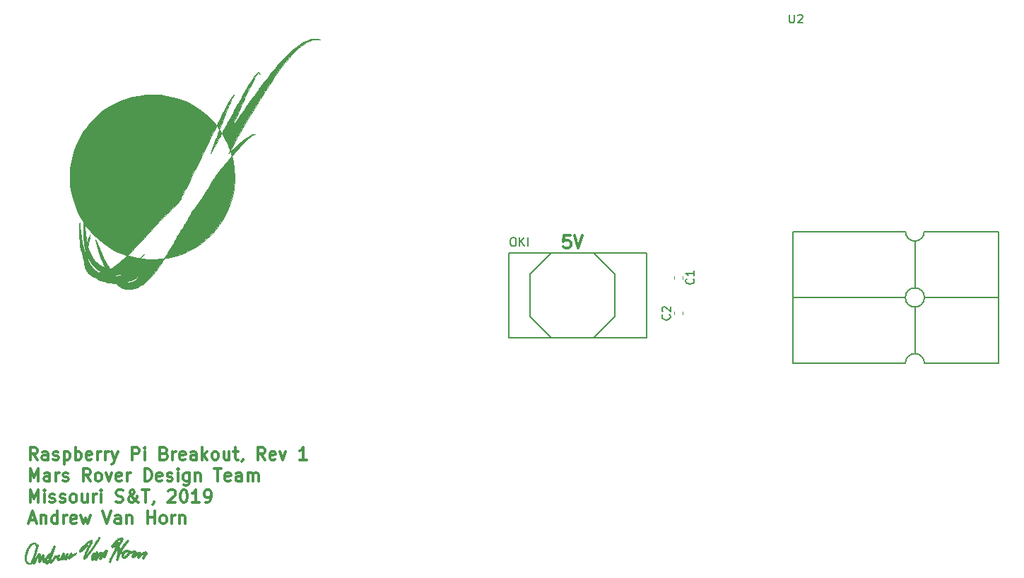
<source format=gbr>
G04 #@! TF.GenerationSoftware,KiCad,Pcbnew,(5.0.2)-1*
G04 #@! TF.CreationDate,2019-02-28T16:52:56-06:00*
G04 #@! TF.ProjectId,RaspberryPiBreakout_Hardware,52617370-6265-4727-9279-506942726561,rev?*
G04 #@! TF.SameCoordinates,Original*
G04 #@! TF.FileFunction,Legend,Top*
G04 #@! TF.FilePolarity,Positive*
%FSLAX46Y46*%
G04 Gerber Fmt 4.6, Leading zero omitted, Abs format (unit mm)*
G04 Created by KiCad (PCBNEW (5.0.2)-1) date 2/28/2019 4:52:56 PM*
%MOMM*%
%LPD*%
G01*
G04 APERTURE LIST*
%ADD10C,0.300000*%
%ADD11C,0.120000*%
%ADD12C,0.150000*%
%ADD13C,0.010000*%
G04 APERTURE END LIST*
D10*
X80657285Y-134013571D02*
X80157285Y-133299285D01*
X79800142Y-134013571D02*
X79800142Y-132513571D01*
X80371571Y-132513571D01*
X80514428Y-132585000D01*
X80585857Y-132656428D01*
X80657285Y-132799285D01*
X80657285Y-133013571D01*
X80585857Y-133156428D01*
X80514428Y-133227857D01*
X80371571Y-133299285D01*
X79800142Y-133299285D01*
X81943000Y-134013571D02*
X81943000Y-133227857D01*
X81871571Y-133085000D01*
X81728714Y-133013571D01*
X81443000Y-133013571D01*
X81300142Y-133085000D01*
X81943000Y-133942142D02*
X81800142Y-134013571D01*
X81443000Y-134013571D01*
X81300142Y-133942142D01*
X81228714Y-133799285D01*
X81228714Y-133656428D01*
X81300142Y-133513571D01*
X81443000Y-133442142D01*
X81800142Y-133442142D01*
X81943000Y-133370714D01*
X82585857Y-133942142D02*
X82728714Y-134013571D01*
X83014428Y-134013571D01*
X83157285Y-133942142D01*
X83228714Y-133799285D01*
X83228714Y-133727857D01*
X83157285Y-133585000D01*
X83014428Y-133513571D01*
X82800142Y-133513571D01*
X82657285Y-133442142D01*
X82585857Y-133299285D01*
X82585857Y-133227857D01*
X82657285Y-133085000D01*
X82800142Y-133013571D01*
X83014428Y-133013571D01*
X83157285Y-133085000D01*
X83871571Y-133013571D02*
X83871571Y-134513571D01*
X83871571Y-133085000D02*
X84014428Y-133013571D01*
X84300142Y-133013571D01*
X84443000Y-133085000D01*
X84514428Y-133156428D01*
X84585857Y-133299285D01*
X84585857Y-133727857D01*
X84514428Y-133870714D01*
X84443000Y-133942142D01*
X84300142Y-134013571D01*
X84014428Y-134013571D01*
X83871571Y-133942142D01*
X85228714Y-134013571D02*
X85228714Y-132513571D01*
X85228714Y-133085000D02*
X85371571Y-133013571D01*
X85657285Y-133013571D01*
X85800142Y-133085000D01*
X85871571Y-133156428D01*
X85943000Y-133299285D01*
X85943000Y-133727857D01*
X85871571Y-133870714D01*
X85800142Y-133942142D01*
X85657285Y-134013571D01*
X85371571Y-134013571D01*
X85228714Y-133942142D01*
X87157285Y-133942142D02*
X87014428Y-134013571D01*
X86728714Y-134013571D01*
X86585857Y-133942142D01*
X86514428Y-133799285D01*
X86514428Y-133227857D01*
X86585857Y-133085000D01*
X86728714Y-133013571D01*
X87014428Y-133013571D01*
X87157285Y-133085000D01*
X87228714Y-133227857D01*
X87228714Y-133370714D01*
X86514428Y-133513571D01*
X87871571Y-134013571D02*
X87871571Y-133013571D01*
X87871571Y-133299285D02*
X87943000Y-133156428D01*
X88014428Y-133085000D01*
X88157285Y-133013571D01*
X88300142Y-133013571D01*
X88800142Y-134013571D02*
X88800142Y-133013571D01*
X88800142Y-133299285D02*
X88871571Y-133156428D01*
X88943000Y-133085000D01*
X89085857Y-133013571D01*
X89228714Y-133013571D01*
X89585857Y-133013571D02*
X89943000Y-134013571D01*
X90300142Y-133013571D02*
X89943000Y-134013571D01*
X89800142Y-134370714D01*
X89728714Y-134442142D01*
X89585857Y-134513571D01*
X92014428Y-134013571D02*
X92014428Y-132513571D01*
X92585857Y-132513571D01*
X92728714Y-132585000D01*
X92800142Y-132656428D01*
X92871571Y-132799285D01*
X92871571Y-133013571D01*
X92800142Y-133156428D01*
X92728714Y-133227857D01*
X92585857Y-133299285D01*
X92014428Y-133299285D01*
X93514428Y-134013571D02*
X93514428Y-133013571D01*
X93514428Y-132513571D02*
X93443000Y-132585000D01*
X93514428Y-132656428D01*
X93585857Y-132585000D01*
X93514428Y-132513571D01*
X93514428Y-132656428D01*
X95871571Y-133227857D02*
X96085857Y-133299285D01*
X96157285Y-133370714D01*
X96228714Y-133513571D01*
X96228714Y-133727857D01*
X96157285Y-133870714D01*
X96085857Y-133942142D01*
X95943000Y-134013571D01*
X95371571Y-134013571D01*
X95371571Y-132513571D01*
X95871571Y-132513571D01*
X96014428Y-132585000D01*
X96085857Y-132656428D01*
X96157285Y-132799285D01*
X96157285Y-132942142D01*
X96085857Y-133085000D01*
X96014428Y-133156428D01*
X95871571Y-133227857D01*
X95371571Y-133227857D01*
X96871571Y-134013571D02*
X96871571Y-133013571D01*
X96871571Y-133299285D02*
X96943000Y-133156428D01*
X97014428Y-133085000D01*
X97157285Y-133013571D01*
X97300142Y-133013571D01*
X98371571Y-133942142D02*
X98228714Y-134013571D01*
X97943000Y-134013571D01*
X97800142Y-133942142D01*
X97728714Y-133799285D01*
X97728714Y-133227857D01*
X97800142Y-133085000D01*
X97943000Y-133013571D01*
X98228714Y-133013571D01*
X98371571Y-133085000D01*
X98443000Y-133227857D01*
X98443000Y-133370714D01*
X97728714Y-133513571D01*
X99728714Y-134013571D02*
X99728714Y-133227857D01*
X99657285Y-133085000D01*
X99514428Y-133013571D01*
X99228714Y-133013571D01*
X99085857Y-133085000D01*
X99728714Y-133942142D02*
X99585857Y-134013571D01*
X99228714Y-134013571D01*
X99085857Y-133942142D01*
X99014428Y-133799285D01*
X99014428Y-133656428D01*
X99085857Y-133513571D01*
X99228714Y-133442142D01*
X99585857Y-133442142D01*
X99728714Y-133370714D01*
X100443000Y-134013571D02*
X100443000Y-132513571D01*
X100585857Y-133442142D02*
X101014428Y-134013571D01*
X101014428Y-133013571D02*
X100443000Y-133585000D01*
X101871571Y-134013571D02*
X101728714Y-133942142D01*
X101657285Y-133870714D01*
X101585857Y-133727857D01*
X101585857Y-133299285D01*
X101657285Y-133156428D01*
X101728714Y-133085000D01*
X101871571Y-133013571D01*
X102085857Y-133013571D01*
X102228714Y-133085000D01*
X102300142Y-133156428D01*
X102371571Y-133299285D01*
X102371571Y-133727857D01*
X102300142Y-133870714D01*
X102228714Y-133942142D01*
X102085857Y-134013571D01*
X101871571Y-134013571D01*
X103657285Y-133013571D02*
X103657285Y-134013571D01*
X103014428Y-133013571D02*
X103014428Y-133799285D01*
X103085857Y-133942142D01*
X103228714Y-134013571D01*
X103443000Y-134013571D01*
X103585857Y-133942142D01*
X103657285Y-133870714D01*
X104157285Y-133013571D02*
X104728714Y-133013571D01*
X104371571Y-132513571D02*
X104371571Y-133799285D01*
X104443000Y-133942142D01*
X104585857Y-134013571D01*
X104728714Y-134013571D01*
X105300142Y-133942142D02*
X105300142Y-134013571D01*
X105228714Y-134156428D01*
X105157285Y-134227857D01*
X107943000Y-134013571D02*
X107443000Y-133299285D01*
X107085857Y-134013571D02*
X107085857Y-132513571D01*
X107657285Y-132513571D01*
X107800142Y-132585000D01*
X107871571Y-132656428D01*
X107943000Y-132799285D01*
X107943000Y-133013571D01*
X107871571Y-133156428D01*
X107800142Y-133227857D01*
X107657285Y-133299285D01*
X107085857Y-133299285D01*
X109157285Y-133942142D02*
X109014428Y-134013571D01*
X108728714Y-134013571D01*
X108585857Y-133942142D01*
X108514428Y-133799285D01*
X108514428Y-133227857D01*
X108585857Y-133085000D01*
X108728714Y-133013571D01*
X109014428Y-133013571D01*
X109157285Y-133085000D01*
X109228714Y-133227857D01*
X109228714Y-133370714D01*
X108514428Y-133513571D01*
X109728714Y-133013571D02*
X110085857Y-134013571D01*
X110443000Y-133013571D01*
X112943000Y-134013571D02*
X112085857Y-134013571D01*
X112514428Y-134013571D02*
X112514428Y-132513571D01*
X112371571Y-132727857D01*
X112228714Y-132870714D01*
X112085857Y-132942142D01*
X79800142Y-136563571D02*
X79800142Y-135063571D01*
X80300142Y-136135000D01*
X80800142Y-135063571D01*
X80800142Y-136563571D01*
X82157285Y-136563571D02*
X82157285Y-135777857D01*
X82085857Y-135635000D01*
X81943000Y-135563571D01*
X81657285Y-135563571D01*
X81514428Y-135635000D01*
X82157285Y-136492142D02*
X82014428Y-136563571D01*
X81657285Y-136563571D01*
X81514428Y-136492142D01*
X81443000Y-136349285D01*
X81443000Y-136206428D01*
X81514428Y-136063571D01*
X81657285Y-135992142D01*
X82014428Y-135992142D01*
X82157285Y-135920714D01*
X82871571Y-136563571D02*
X82871571Y-135563571D01*
X82871571Y-135849285D02*
X82943000Y-135706428D01*
X83014428Y-135635000D01*
X83157285Y-135563571D01*
X83300142Y-135563571D01*
X83728714Y-136492142D02*
X83871571Y-136563571D01*
X84157285Y-136563571D01*
X84300142Y-136492142D01*
X84371571Y-136349285D01*
X84371571Y-136277857D01*
X84300142Y-136135000D01*
X84157285Y-136063571D01*
X83943000Y-136063571D01*
X83800142Y-135992142D01*
X83728714Y-135849285D01*
X83728714Y-135777857D01*
X83800142Y-135635000D01*
X83943000Y-135563571D01*
X84157285Y-135563571D01*
X84300142Y-135635000D01*
X87014428Y-136563571D02*
X86514428Y-135849285D01*
X86157285Y-136563571D02*
X86157285Y-135063571D01*
X86728714Y-135063571D01*
X86871571Y-135135000D01*
X86943000Y-135206428D01*
X87014428Y-135349285D01*
X87014428Y-135563571D01*
X86943000Y-135706428D01*
X86871571Y-135777857D01*
X86728714Y-135849285D01*
X86157285Y-135849285D01*
X87871571Y-136563571D02*
X87728714Y-136492142D01*
X87657285Y-136420714D01*
X87585857Y-136277857D01*
X87585857Y-135849285D01*
X87657285Y-135706428D01*
X87728714Y-135635000D01*
X87871571Y-135563571D01*
X88085857Y-135563571D01*
X88228714Y-135635000D01*
X88300142Y-135706428D01*
X88371571Y-135849285D01*
X88371571Y-136277857D01*
X88300142Y-136420714D01*
X88228714Y-136492142D01*
X88085857Y-136563571D01*
X87871571Y-136563571D01*
X88871571Y-135563571D02*
X89228714Y-136563571D01*
X89585857Y-135563571D01*
X90728714Y-136492142D02*
X90585857Y-136563571D01*
X90300142Y-136563571D01*
X90157285Y-136492142D01*
X90085857Y-136349285D01*
X90085857Y-135777857D01*
X90157285Y-135635000D01*
X90300142Y-135563571D01*
X90585857Y-135563571D01*
X90728714Y-135635000D01*
X90800142Y-135777857D01*
X90800142Y-135920714D01*
X90085857Y-136063571D01*
X91443000Y-136563571D02*
X91443000Y-135563571D01*
X91443000Y-135849285D02*
X91514428Y-135706428D01*
X91585857Y-135635000D01*
X91728714Y-135563571D01*
X91871571Y-135563571D01*
X93514428Y-136563571D02*
X93514428Y-135063571D01*
X93871571Y-135063571D01*
X94085857Y-135135000D01*
X94228714Y-135277857D01*
X94300142Y-135420714D01*
X94371571Y-135706428D01*
X94371571Y-135920714D01*
X94300142Y-136206428D01*
X94228714Y-136349285D01*
X94085857Y-136492142D01*
X93871571Y-136563571D01*
X93514428Y-136563571D01*
X95585857Y-136492142D02*
X95443000Y-136563571D01*
X95157285Y-136563571D01*
X95014428Y-136492142D01*
X94943000Y-136349285D01*
X94943000Y-135777857D01*
X95014428Y-135635000D01*
X95157285Y-135563571D01*
X95443000Y-135563571D01*
X95585857Y-135635000D01*
X95657285Y-135777857D01*
X95657285Y-135920714D01*
X94943000Y-136063571D01*
X96228714Y-136492142D02*
X96371571Y-136563571D01*
X96657285Y-136563571D01*
X96800142Y-136492142D01*
X96871571Y-136349285D01*
X96871571Y-136277857D01*
X96800142Y-136135000D01*
X96657285Y-136063571D01*
X96443000Y-136063571D01*
X96300142Y-135992142D01*
X96228714Y-135849285D01*
X96228714Y-135777857D01*
X96300142Y-135635000D01*
X96443000Y-135563571D01*
X96657285Y-135563571D01*
X96800142Y-135635000D01*
X97514428Y-136563571D02*
X97514428Y-135563571D01*
X97514428Y-135063571D02*
X97443000Y-135135000D01*
X97514428Y-135206428D01*
X97585857Y-135135000D01*
X97514428Y-135063571D01*
X97514428Y-135206428D01*
X98871571Y-135563571D02*
X98871571Y-136777857D01*
X98800142Y-136920714D01*
X98728714Y-136992142D01*
X98585857Y-137063571D01*
X98371571Y-137063571D01*
X98228714Y-136992142D01*
X98871571Y-136492142D02*
X98728714Y-136563571D01*
X98443000Y-136563571D01*
X98300142Y-136492142D01*
X98228714Y-136420714D01*
X98157285Y-136277857D01*
X98157285Y-135849285D01*
X98228714Y-135706428D01*
X98300142Y-135635000D01*
X98443000Y-135563571D01*
X98728714Y-135563571D01*
X98871571Y-135635000D01*
X99585857Y-135563571D02*
X99585857Y-136563571D01*
X99585857Y-135706428D02*
X99657285Y-135635000D01*
X99800142Y-135563571D01*
X100014428Y-135563571D01*
X100157285Y-135635000D01*
X100228714Y-135777857D01*
X100228714Y-136563571D01*
X101871571Y-135063571D02*
X102728714Y-135063571D01*
X102300142Y-136563571D02*
X102300142Y-135063571D01*
X103800142Y-136492142D02*
X103657285Y-136563571D01*
X103371571Y-136563571D01*
X103228714Y-136492142D01*
X103157285Y-136349285D01*
X103157285Y-135777857D01*
X103228714Y-135635000D01*
X103371571Y-135563571D01*
X103657285Y-135563571D01*
X103800142Y-135635000D01*
X103871571Y-135777857D01*
X103871571Y-135920714D01*
X103157285Y-136063571D01*
X105157285Y-136563571D02*
X105157285Y-135777857D01*
X105085857Y-135635000D01*
X104943000Y-135563571D01*
X104657285Y-135563571D01*
X104514428Y-135635000D01*
X105157285Y-136492142D02*
X105014428Y-136563571D01*
X104657285Y-136563571D01*
X104514428Y-136492142D01*
X104443000Y-136349285D01*
X104443000Y-136206428D01*
X104514428Y-136063571D01*
X104657285Y-135992142D01*
X105014428Y-135992142D01*
X105157285Y-135920714D01*
X105871571Y-136563571D02*
X105871571Y-135563571D01*
X105871571Y-135706428D02*
X105943000Y-135635000D01*
X106085857Y-135563571D01*
X106300142Y-135563571D01*
X106443000Y-135635000D01*
X106514428Y-135777857D01*
X106514428Y-136563571D01*
X106514428Y-135777857D02*
X106585857Y-135635000D01*
X106728714Y-135563571D01*
X106943000Y-135563571D01*
X107085857Y-135635000D01*
X107157285Y-135777857D01*
X107157285Y-136563571D01*
X79800142Y-139113571D02*
X79800142Y-137613571D01*
X80300142Y-138685000D01*
X80800142Y-137613571D01*
X80800142Y-139113571D01*
X81514428Y-139113571D02*
X81514428Y-138113571D01*
X81514428Y-137613571D02*
X81443000Y-137685000D01*
X81514428Y-137756428D01*
X81585857Y-137685000D01*
X81514428Y-137613571D01*
X81514428Y-137756428D01*
X82157285Y-139042142D02*
X82300142Y-139113571D01*
X82585857Y-139113571D01*
X82728714Y-139042142D01*
X82800142Y-138899285D01*
X82800142Y-138827857D01*
X82728714Y-138685000D01*
X82585857Y-138613571D01*
X82371571Y-138613571D01*
X82228714Y-138542142D01*
X82157285Y-138399285D01*
X82157285Y-138327857D01*
X82228714Y-138185000D01*
X82371571Y-138113571D01*
X82585857Y-138113571D01*
X82728714Y-138185000D01*
X83371571Y-139042142D02*
X83514428Y-139113571D01*
X83800142Y-139113571D01*
X83943000Y-139042142D01*
X84014428Y-138899285D01*
X84014428Y-138827857D01*
X83943000Y-138685000D01*
X83800142Y-138613571D01*
X83585857Y-138613571D01*
X83443000Y-138542142D01*
X83371571Y-138399285D01*
X83371571Y-138327857D01*
X83443000Y-138185000D01*
X83585857Y-138113571D01*
X83800142Y-138113571D01*
X83943000Y-138185000D01*
X84871571Y-139113571D02*
X84728714Y-139042142D01*
X84657285Y-138970714D01*
X84585857Y-138827857D01*
X84585857Y-138399285D01*
X84657285Y-138256428D01*
X84728714Y-138185000D01*
X84871571Y-138113571D01*
X85085857Y-138113571D01*
X85228714Y-138185000D01*
X85300142Y-138256428D01*
X85371571Y-138399285D01*
X85371571Y-138827857D01*
X85300142Y-138970714D01*
X85228714Y-139042142D01*
X85085857Y-139113571D01*
X84871571Y-139113571D01*
X86657285Y-138113571D02*
X86657285Y-139113571D01*
X86014428Y-138113571D02*
X86014428Y-138899285D01*
X86085857Y-139042142D01*
X86228714Y-139113571D01*
X86443000Y-139113571D01*
X86585857Y-139042142D01*
X86657285Y-138970714D01*
X87371571Y-139113571D02*
X87371571Y-138113571D01*
X87371571Y-138399285D02*
X87443000Y-138256428D01*
X87514428Y-138185000D01*
X87657285Y-138113571D01*
X87800142Y-138113571D01*
X88300142Y-139113571D02*
X88300142Y-138113571D01*
X88300142Y-137613571D02*
X88228714Y-137685000D01*
X88300142Y-137756428D01*
X88371571Y-137685000D01*
X88300142Y-137613571D01*
X88300142Y-137756428D01*
X90085857Y-139042142D02*
X90300142Y-139113571D01*
X90657285Y-139113571D01*
X90800142Y-139042142D01*
X90871571Y-138970714D01*
X90943000Y-138827857D01*
X90943000Y-138685000D01*
X90871571Y-138542142D01*
X90800142Y-138470714D01*
X90657285Y-138399285D01*
X90371571Y-138327857D01*
X90228714Y-138256428D01*
X90157285Y-138185000D01*
X90085857Y-138042142D01*
X90085857Y-137899285D01*
X90157285Y-137756428D01*
X90228714Y-137685000D01*
X90371571Y-137613571D01*
X90728714Y-137613571D01*
X90943000Y-137685000D01*
X92800142Y-139113571D02*
X92728714Y-139113571D01*
X92585857Y-139042142D01*
X92371571Y-138827857D01*
X92014428Y-138399285D01*
X91871571Y-138185000D01*
X91800142Y-137970714D01*
X91800142Y-137827857D01*
X91871571Y-137685000D01*
X92014428Y-137613571D01*
X92085857Y-137613571D01*
X92228714Y-137685000D01*
X92300142Y-137827857D01*
X92300142Y-137899285D01*
X92228714Y-138042142D01*
X92157285Y-138113571D01*
X91728714Y-138399285D01*
X91657285Y-138470714D01*
X91585857Y-138613571D01*
X91585857Y-138827857D01*
X91657285Y-138970714D01*
X91728714Y-139042142D01*
X91871571Y-139113571D01*
X92085857Y-139113571D01*
X92228714Y-139042142D01*
X92300142Y-138970714D01*
X92514428Y-138685000D01*
X92585857Y-138470714D01*
X92585857Y-138327857D01*
X93228714Y-137613571D02*
X94085857Y-137613571D01*
X93657285Y-139113571D02*
X93657285Y-137613571D01*
X94657285Y-139042142D02*
X94657285Y-139113571D01*
X94585857Y-139256428D01*
X94514428Y-139327857D01*
X96371571Y-137756428D02*
X96443000Y-137685000D01*
X96585857Y-137613571D01*
X96943000Y-137613571D01*
X97085857Y-137685000D01*
X97157285Y-137756428D01*
X97228714Y-137899285D01*
X97228714Y-138042142D01*
X97157285Y-138256428D01*
X96300142Y-139113571D01*
X97228714Y-139113571D01*
X98157285Y-137613571D02*
X98300142Y-137613571D01*
X98443000Y-137685000D01*
X98514428Y-137756428D01*
X98585857Y-137899285D01*
X98657285Y-138185000D01*
X98657285Y-138542142D01*
X98585857Y-138827857D01*
X98514428Y-138970714D01*
X98443000Y-139042142D01*
X98300142Y-139113571D01*
X98157285Y-139113571D01*
X98014428Y-139042142D01*
X97943000Y-138970714D01*
X97871571Y-138827857D01*
X97800142Y-138542142D01*
X97800142Y-138185000D01*
X97871571Y-137899285D01*
X97943000Y-137756428D01*
X98014428Y-137685000D01*
X98157285Y-137613571D01*
X100085857Y-139113571D02*
X99228714Y-139113571D01*
X99657285Y-139113571D02*
X99657285Y-137613571D01*
X99514428Y-137827857D01*
X99371571Y-137970714D01*
X99228714Y-138042142D01*
X100800142Y-139113571D02*
X101085857Y-139113571D01*
X101228714Y-139042142D01*
X101300142Y-138970714D01*
X101443000Y-138756428D01*
X101514428Y-138470714D01*
X101514428Y-137899285D01*
X101443000Y-137756428D01*
X101371571Y-137685000D01*
X101228714Y-137613571D01*
X100943000Y-137613571D01*
X100800142Y-137685000D01*
X100728714Y-137756428D01*
X100657285Y-137899285D01*
X100657285Y-138256428D01*
X100728714Y-138399285D01*
X100800142Y-138470714D01*
X100943000Y-138542142D01*
X101228714Y-138542142D01*
X101371571Y-138470714D01*
X101443000Y-138399285D01*
X101514428Y-138256428D01*
X79728714Y-141235000D02*
X80443000Y-141235000D01*
X79585857Y-141663571D02*
X80085857Y-140163571D01*
X80585857Y-141663571D01*
X81085857Y-140663571D02*
X81085857Y-141663571D01*
X81085857Y-140806428D02*
X81157285Y-140735000D01*
X81300142Y-140663571D01*
X81514428Y-140663571D01*
X81657285Y-140735000D01*
X81728714Y-140877857D01*
X81728714Y-141663571D01*
X83085857Y-141663571D02*
X83085857Y-140163571D01*
X83085857Y-141592142D02*
X82943000Y-141663571D01*
X82657285Y-141663571D01*
X82514428Y-141592142D01*
X82443000Y-141520714D01*
X82371571Y-141377857D01*
X82371571Y-140949285D01*
X82443000Y-140806428D01*
X82514428Y-140735000D01*
X82657285Y-140663571D01*
X82943000Y-140663571D01*
X83085857Y-140735000D01*
X83800142Y-141663571D02*
X83800142Y-140663571D01*
X83800142Y-140949285D02*
X83871571Y-140806428D01*
X83943000Y-140735000D01*
X84085857Y-140663571D01*
X84228714Y-140663571D01*
X85300142Y-141592142D02*
X85157285Y-141663571D01*
X84871571Y-141663571D01*
X84728714Y-141592142D01*
X84657285Y-141449285D01*
X84657285Y-140877857D01*
X84728714Y-140735000D01*
X84871571Y-140663571D01*
X85157285Y-140663571D01*
X85300142Y-140735000D01*
X85371571Y-140877857D01*
X85371571Y-141020714D01*
X84657285Y-141163571D01*
X85871571Y-140663571D02*
X86157285Y-141663571D01*
X86443000Y-140949285D01*
X86728714Y-141663571D01*
X87014428Y-140663571D01*
X88514428Y-140163571D02*
X89014428Y-141663571D01*
X89514428Y-140163571D01*
X90657285Y-141663571D02*
X90657285Y-140877857D01*
X90585857Y-140735000D01*
X90443000Y-140663571D01*
X90157285Y-140663571D01*
X90014428Y-140735000D01*
X90657285Y-141592142D02*
X90514428Y-141663571D01*
X90157285Y-141663571D01*
X90014428Y-141592142D01*
X89943000Y-141449285D01*
X89943000Y-141306428D01*
X90014428Y-141163571D01*
X90157285Y-141092142D01*
X90514428Y-141092142D01*
X90657285Y-141020714D01*
X91371571Y-140663571D02*
X91371571Y-141663571D01*
X91371571Y-140806428D02*
X91443000Y-140735000D01*
X91585857Y-140663571D01*
X91800142Y-140663571D01*
X91943000Y-140735000D01*
X92014428Y-140877857D01*
X92014428Y-141663571D01*
X93871571Y-141663571D02*
X93871571Y-140163571D01*
X93871571Y-140877857D02*
X94728714Y-140877857D01*
X94728714Y-141663571D02*
X94728714Y-140163571D01*
X95657285Y-141663571D02*
X95514428Y-141592142D01*
X95443000Y-141520714D01*
X95371571Y-141377857D01*
X95371571Y-140949285D01*
X95443000Y-140806428D01*
X95514428Y-140735000D01*
X95657285Y-140663571D01*
X95871571Y-140663571D01*
X96014428Y-140735000D01*
X96085857Y-140806428D01*
X96157285Y-140949285D01*
X96157285Y-141377857D01*
X96085857Y-141520714D01*
X96014428Y-141592142D01*
X95871571Y-141663571D01*
X95657285Y-141663571D01*
X96800142Y-141663571D02*
X96800142Y-140663571D01*
X96800142Y-140949285D02*
X96871571Y-140806428D01*
X96943000Y-140735000D01*
X97085857Y-140663571D01*
X97228714Y-140663571D01*
X97728714Y-140663571D02*
X97728714Y-141663571D01*
X97728714Y-140806428D02*
X97800142Y-140735000D01*
X97943000Y-140663571D01*
X98157285Y-140663571D01*
X98300142Y-140735000D01*
X98371571Y-140877857D01*
X98371571Y-141663571D01*
X144494285Y-107128571D02*
X143780000Y-107128571D01*
X143708571Y-107842857D01*
X143780000Y-107771428D01*
X143922857Y-107700000D01*
X144280000Y-107700000D01*
X144422857Y-107771428D01*
X144494285Y-107842857D01*
X144565714Y-107985714D01*
X144565714Y-108342857D01*
X144494285Y-108485714D01*
X144422857Y-108557142D01*
X144280000Y-108628571D01*
X143922857Y-108628571D01*
X143780000Y-108557142D01*
X143708571Y-108485714D01*
X144994285Y-107128571D02*
X145494285Y-108628571D01*
X145994285Y-107128571D01*
D11*
G04 #@! TO.C,C1*
X156970000Y-111983733D02*
X156970000Y-112326267D01*
X157990000Y-111983733D02*
X157990000Y-112326267D01*
G04 #@! TO.C,C2*
X157990000Y-116616267D02*
X157990000Y-116273733D01*
X156970000Y-116616267D02*
X156970000Y-116273733D01*
D12*
G04 #@! TO.C,Conn1*
X183515000Y-122428000D02*
X171221400Y-122428000D01*
X195834000Y-122428000D02*
X188087000Y-122428000D01*
X188087000Y-106680000D02*
X195834000Y-106680000D01*
X183515000Y-106680000D02*
X171221400Y-106680000D01*
X186944000Y-114554000D02*
G75*
G03X186944000Y-114554000I-1143000J0D01*
G01*
X185801000Y-116840000D02*
X185801000Y-120116600D01*
X183515000Y-114554000D02*
X171221400Y-114554000D01*
X185801000Y-112268000D02*
X185801000Y-108966000D01*
X183515000Y-114554000D02*
X184658000Y-114554000D01*
X185801000Y-116840000D02*
X185801000Y-115697000D01*
X195834000Y-114579400D02*
X186944000Y-114579400D01*
X185801000Y-112268000D02*
X185801000Y-113411000D01*
X185801000Y-121285000D02*
X185801000Y-120116600D01*
X183540400Y-122428000D02*
X184632600Y-122428000D01*
X188112400Y-106680000D02*
X186944000Y-106680000D01*
X185801000Y-108991400D02*
X185801000Y-107823000D01*
X183489600Y-106680000D02*
X184683400Y-106680000D01*
X186944000Y-122428000D02*
G75*
G03X185801000Y-121285000I-1143000J0D01*
G01*
X185801000Y-121285000D02*
G75*
G03X184658000Y-122428000I0J-1143000D01*
G01*
X186944000Y-122428000D02*
X188163200Y-122428000D01*
X171221400Y-122428000D02*
X171221400Y-106680000D01*
X195859400Y-122428000D02*
X195859400Y-106680000D01*
X185801000Y-107797600D02*
G75*
G03X186918600Y-106680000I0J1117600D01*
G01*
X184683400Y-106680000D02*
G75*
G03X185801000Y-107797600I1117600J0D01*
G01*
G04 #@! TO.C,U1*
X137160000Y-109220000D02*
X153670000Y-109220000D01*
X153670000Y-119380000D02*
X137160000Y-119380000D01*
X153670000Y-109220000D02*
X153670000Y-119380000D01*
X137160000Y-109220000D02*
X137160000Y-119380000D01*
X149860000Y-111760000D02*
X149860000Y-116840000D01*
X147320000Y-109220000D02*
X149860000Y-111760000D01*
X142240000Y-109220000D02*
X147320000Y-109220000D01*
X139700000Y-111760000D02*
X142240000Y-109220000D01*
X139700000Y-116840000D02*
X139700000Y-111760000D01*
X142240000Y-119380000D02*
X139700000Y-116840000D01*
X147320000Y-119380000D02*
X142240000Y-119380000D01*
X149860000Y-116840000D02*
X147320000Y-119380000D01*
D13*
G04 #@! TO.C,G\002A\002A\002A*
G36*
X114085925Y-83559712D02*
X114282447Y-83588056D01*
X114442454Y-83634573D01*
X114466860Y-83645141D01*
X114564808Y-83690531D01*
X114474737Y-83675294D01*
X114161257Y-83640137D01*
X113867633Y-83642478D01*
X113607203Y-83682172D01*
X113596450Y-83684841D01*
X113292969Y-83784643D01*
X112976722Y-83934192D01*
X112646630Y-84134367D01*
X112301613Y-84386045D01*
X111940593Y-84690105D01*
X111562492Y-85047424D01*
X111166230Y-85458881D01*
X110750730Y-85925354D01*
X110543685Y-86169604D01*
X110351869Y-86401268D01*
X110168616Y-86627176D01*
X109991057Y-86851478D01*
X109816317Y-87078325D01*
X109641527Y-87311869D01*
X109463813Y-87556261D01*
X109280305Y-87815651D01*
X109088131Y-88094192D01*
X108884419Y-88396034D01*
X108666297Y-88725329D01*
X108430894Y-89086228D01*
X108175338Y-89482881D01*
X107896758Y-89919441D01*
X107592280Y-90400057D01*
X107336407Y-90805901D01*
X106752914Y-91746826D01*
X106191699Y-92679616D01*
X105661785Y-93589214D01*
X105528420Y-93823276D01*
X105407894Y-94034748D01*
X105268260Y-94277970D01*
X105121014Y-94533029D01*
X104977650Y-94780013D01*
X104851861Y-94995268D01*
X104726572Y-95210040D01*
X104589137Y-95447887D01*
X104450163Y-95690304D01*
X104320257Y-95918787D01*
X104210027Y-96114829D01*
X104206500Y-96121155D01*
X104111434Y-96291425D01*
X104021248Y-96452415D01*
X103941941Y-96593457D01*
X103879516Y-96703878D01*
X103839970Y-96773010D01*
X103838725Y-96775150D01*
X103763200Y-96904802D01*
X103646642Y-96595008D01*
X103585509Y-96441795D01*
X103509504Y-96265831D01*
X103422441Y-96074597D01*
X103328133Y-95875573D01*
X103230393Y-95676239D01*
X103133034Y-95484077D01*
X103039868Y-95306565D01*
X102954710Y-95151186D01*
X102881372Y-95025418D01*
X102823666Y-94936743D01*
X102785406Y-94892641D01*
X102777094Y-94889116D01*
X102756921Y-94914217D01*
X102713616Y-94983823D01*
X102652174Y-95089385D01*
X102577592Y-95222356D01*
X102509524Y-95346976D01*
X102399614Y-95549715D01*
X102281757Y-95765729D01*
X102159541Y-95988565D01*
X102036557Y-96211772D01*
X101916394Y-96428897D01*
X101802641Y-96633489D01*
X101698887Y-96819096D01*
X101608721Y-96979265D01*
X101535734Y-97107544D01*
X101483514Y-97197483D01*
X101455651Y-97242627D01*
X101453087Y-97245971D01*
X101451005Y-97232792D01*
X101466964Y-97173598D01*
X101497931Y-97078601D01*
X101528901Y-96990771D01*
X101604116Y-96784106D01*
X101687723Y-96556125D01*
X101777333Y-96313193D01*
X101870557Y-96061675D01*
X101965004Y-95807935D01*
X102058285Y-95558339D01*
X102148011Y-95319251D01*
X102231791Y-95097038D01*
X102307236Y-94898063D01*
X102371956Y-94728692D01*
X102423562Y-94595290D01*
X102459663Y-94504222D01*
X102477869Y-94461853D01*
X102479157Y-94459778D01*
X102504481Y-94471519D01*
X102551978Y-94524075D01*
X102612554Y-94607001D01*
X102629434Y-94632414D01*
X102692058Y-94724971D01*
X102743101Y-94793868D01*
X102773427Y-94826947D01*
X102776550Y-94828210D01*
X102795559Y-94802651D01*
X102838295Y-94731530D01*
X102900483Y-94622404D01*
X102977851Y-94482830D01*
X103066126Y-94320367D01*
X103110789Y-94237087D01*
X103215970Y-94041251D01*
X103341899Y-93808557D01*
X103480082Y-93554595D01*
X103622024Y-93294952D01*
X103759229Y-93045217D01*
X103842512Y-92894387D01*
X103963405Y-92675601D01*
X104105415Y-92417982D01*
X104260910Y-92135416D01*
X104422255Y-91841789D01*
X104581819Y-91550984D01*
X104731967Y-91276887D01*
X104784313Y-91181196D01*
X105027594Y-90739800D01*
X105266553Y-90313116D01*
X105498601Y-89905486D01*
X105721150Y-89521254D01*
X105931611Y-89164760D01*
X106127396Y-88840349D01*
X106305916Y-88552362D01*
X106464583Y-88305143D01*
X106600809Y-88103033D01*
X106703703Y-87961171D01*
X106847832Y-87787382D01*
X106976376Y-87662429D01*
X107087204Y-87587503D01*
X107178185Y-87563793D01*
X107247191Y-87592488D01*
X107279256Y-87639819D01*
X107308979Y-87720020D01*
X107314094Y-87767171D01*
X107297179Y-87773467D01*
X107260810Y-87731104D01*
X107253136Y-87718925D01*
X107195200Y-87648555D01*
X107141373Y-87628887D01*
X107140660Y-87629015D01*
X107084235Y-87665030D01*
X107006089Y-87754963D01*
X106907170Y-87897130D01*
X106788429Y-88089845D01*
X106650814Y-88331423D01*
X106495275Y-88620180D01*
X106322761Y-88954430D01*
X106134223Y-89332489D01*
X105930609Y-89752672D01*
X105857944Y-89905191D01*
X105786381Y-90057681D01*
X105699035Y-90246567D01*
X105598103Y-90466908D01*
X105485784Y-90713764D01*
X105364275Y-90982192D01*
X105235774Y-91267252D01*
X105102479Y-91564002D01*
X104966587Y-91867501D01*
X104830297Y-92172809D01*
X104695805Y-92474983D01*
X104565311Y-92769083D01*
X104441011Y-93050167D01*
X104325103Y-93313295D01*
X104219785Y-93553525D01*
X104127255Y-93765915D01*
X104049711Y-93945525D01*
X103989351Y-94087414D01*
X103948371Y-94186639D01*
X103928971Y-94238261D01*
X103927834Y-94244617D01*
X103946215Y-94223134D01*
X103993285Y-94158395D01*
X104064388Y-94057085D01*
X104154868Y-93925886D01*
X104260068Y-93771482D01*
X104341759Y-93650517D01*
X104477938Y-93449403D01*
X104639162Y-93213422D01*
X104821315Y-92948453D01*
X105020283Y-92660374D01*
X105231949Y-92355066D01*
X105452199Y-92038407D01*
X105676917Y-91716278D01*
X105901988Y-91394558D01*
X106123297Y-91079126D01*
X106336728Y-90775862D01*
X106538168Y-90490645D01*
X106723499Y-90229355D01*
X106888607Y-89997871D01*
X107029377Y-89802073D01*
X107141694Y-89647839D01*
X107173380Y-89604955D01*
X107721447Y-88876184D01*
X108244115Y-88200098D01*
X108742516Y-87575517D01*
X109217785Y-87001257D01*
X109671054Y-86476139D01*
X110103456Y-85998980D01*
X110516125Y-85568598D01*
X110910194Y-85183811D01*
X111286796Y-84843439D01*
X111647064Y-84546300D01*
X111992133Y-84291211D01*
X112323134Y-84076991D01*
X112641202Y-83902459D01*
X112643295Y-83901419D01*
X112880388Y-83788266D01*
X113082180Y-83703323D01*
X113263453Y-83641672D01*
X113438986Y-83598393D01*
X113623563Y-83568569D01*
X113655273Y-83564675D01*
X113870873Y-83551324D01*
X114085925Y-83559712D01*
X114085925Y-83559712D01*
G37*
X114085925Y-83559712D02*
X114282447Y-83588056D01*
X114442454Y-83634573D01*
X114466860Y-83645141D01*
X114564808Y-83690531D01*
X114474737Y-83675294D01*
X114161257Y-83640137D01*
X113867633Y-83642478D01*
X113607203Y-83682172D01*
X113596450Y-83684841D01*
X113292969Y-83784643D01*
X112976722Y-83934192D01*
X112646630Y-84134367D01*
X112301613Y-84386045D01*
X111940593Y-84690105D01*
X111562492Y-85047424D01*
X111166230Y-85458881D01*
X110750730Y-85925354D01*
X110543685Y-86169604D01*
X110351869Y-86401268D01*
X110168616Y-86627176D01*
X109991057Y-86851478D01*
X109816317Y-87078325D01*
X109641527Y-87311869D01*
X109463813Y-87556261D01*
X109280305Y-87815651D01*
X109088131Y-88094192D01*
X108884419Y-88396034D01*
X108666297Y-88725329D01*
X108430894Y-89086228D01*
X108175338Y-89482881D01*
X107896758Y-89919441D01*
X107592280Y-90400057D01*
X107336407Y-90805901D01*
X106752914Y-91746826D01*
X106191699Y-92679616D01*
X105661785Y-93589214D01*
X105528420Y-93823276D01*
X105407894Y-94034748D01*
X105268260Y-94277970D01*
X105121014Y-94533029D01*
X104977650Y-94780013D01*
X104851861Y-94995268D01*
X104726572Y-95210040D01*
X104589137Y-95447887D01*
X104450163Y-95690304D01*
X104320257Y-95918787D01*
X104210027Y-96114829D01*
X104206500Y-96121155D01*
X104111434Y-96291425D01*
X104021248Y-96452415D01*
X103941941Y-96593457D01*
X103879516Y-96703878D01*
X103839970Y-96773010D01*
X103838725Y-96775150D01*
X103763200Y-96904802D01*
X103646642Y-96595008D01*
X103585509Y-96441795D01*
X103509504Y-96265831D01*
X103422441Y-96074597D01*
X103328133Y-95875573D01*
X103230393Y-95676239D01*
X103133034Y-95484077D01*
X103039868Y-95306565D01*
X102954710Y-95151186D01*
X102881372Y-95025418D01*
X102823666Y-94936743D01*
X102785406Y-94892641D01*
X102777094Y-94889116D01*
X102756921Y-94914217D01*
X102713616Y-94983823D01*
X102652174Y-95089385D01*
X102577592Y-95222356D01*
X102509524Y-95346976D01*
X102399614Y-95549715D01*
X102281757Y-95765729D01*
X102159541Y-95988565D01*
X102036557Y-96211772D01*
X101916394Y-96428897D01*
X101802641Y-96633489D01*
X101698887Y-96819096D01*
X101608721Y-96979265D01*
X101535734Y-97107544D01*
X101483514Y-97197483D01*
X101455651Y-97242627D01*
X101453087Y-97245971D01*
X101451005Y-97232792D01*
X101466964Y-97173598D01*
X101497931Y-97078601D01*
X101528901Y-96990771D01*
X101604116Y-96784106D01*
X101687723Y-96556125D01*
X101777333Y-96313193D01*
X101870557Y-96061675D01*
X101965004Y-95807935D01*
X102058285Y-95558339D01*
X102148011Y-95319251D01*
X102231791Y-95097038D01*
X102307236Y-94898063D01*
X102371956Y-94728692D01*
X102423562Y-94595290D01*
X102459663Y-94504222D01*
X102477869Y-94461853D01*
X102479157Y-94459778D01*
X102504481Y-94471519D01*
X102551978Y-94524075D01*
X102612554Y-94607001D01*
X102629434Y-94632414D01*
X102692058Y-94724971D01*
X102743101Y-94793868D01*
X102773427Y-94826947D01*
X102776550Y-94828210D01*
X102795559Y-94802651D01*
X102838295Y-94731530D01*
X102900483Y-94622404D01*
X102977851Y-94482830D01*
X103066126Y-94320367D01*
X103110789Y-94237087D01*
X103215970Y-94041251D01*
X103341899Y-93808557D01*
X103480082Y-93554595D01*
X103622024Y-93294952D01*
X103759229Y-93045217D01*
X103842512Y-92894387D01*
X103963405Y-92675601D01*
X104105415Y-92417982D01*
X104260910Y-92135416D01*
X104422255Y-91841789D01*
X104581819Y-91550984D01*
X104731967Y-91276887D01*
X104784313Y-91181196D01*
X105027594Y-90739800D01*
X105266553Y-90313116D01*
X105498601Y-89905486D01*
X105721150Y-89521254D01*
X105931611Y-89164760D01*
X106127396Y-88840349D01*
X106305916Y-88552362D01*
X106464583Y-88305143D01*
X106600809Y-88103033D01*
X106703703Y-87961171D01*
X106847832Y-87787382D01*
X106976376Y-87662429D01*
X107087204Y-87587503D01*
X107178185Y-87563793D01*
X107247191Y-87592488D01*
X107279256Y-87639819D01*
X107308979Y-87720020D01*
X107314094Y-87767171D01*
X107297179Y-87773467D01*
X107260810Y-87731104D01*
X107253136Y-87718925D01*
X107195200Y-87648555D01*
X107141373Y-87628887D01*
X107140660Y-87629015D01*
X107084235Y-87665030D01*
X107006089Y-87754963D01*
X106907170Y-87897130D01*
X106788429Y-88089845D01*
X106650814Y-88331423D01*
X106495275Y-88620180D01*
X106322761Y-88954430D01*
X106134223Y-89332489D01*
X105930609Y-89752672D01*
X105857944Y-89905191D01*
X105786381Y-90057681D01*
X105699035Y-90246567D01*
X105598103Y-90466908D01*
X105485784Y-90713764D01*
X105364275Y-90982192D01*
X105235774Y-91267252D01*
X105102479Y-91564002D01*
X104966587Y-91867501D01*
X104830297Y-92172809D01*
X104695805Y-92474983D01*
X104565311Y-92769083D01*
X104441011Y-93050167D01*
X104325103Y-93313295D01*
X104219785Y-93553525D01*
X104127255Y-93765915D01*
X104049711Y-93945525D01*
X103989351Y-94087414D01*
X103948371Y-94186639D01*
X103928971Y-94238261D01*
X103927834Y-94244617D01*
X103946215Y-94223134D01*
X103993285Y-94158395D01*
X104064388Y-94057085D01*
X104154868Y-93925886D01*
X104260068Y-93771482D01*
X104341759Y-93650517D01*
X104477938Y-93449403D01*
X104639162Y-93213422D01*
X104821315Y-92948453D01*
X105020283Y-92660374D01*
X105231949Y-92355066D01*
X105452199Y-92038407D01*
X105676917Y-91716278D01*
X105901988Y-91394558D01*
X106123297Y-91079126D01*
X106336728Y-90775862D01*
X106538168Y-90490645D01*
X106723499Y-90229355D01*
X106888607Y-89997871D01*
X107029377Y-89802073D01*
X107141694Y-89647839D01*
X107173380Y-89604955D01*
X107721447Y-88876184D01*
X108244115Y-88200098D01*
X108742516Y-87575517D01*
X109217785Y-87001257D01*
X109671054Y-86476139D01*
X110103456Y-85998980D01*
X110516125Y-85568598D01*
X110910194Y-85183811D01*
X111286796Y-84843439D01*
X111647064Y-84546300D01*
X111992133Y-84291211D01*
X112323134Y-84076991D01*
X112641202Y-83902459D01*
X112643295Y-83901419D01*
X112880388Y-83788266D01*
X113082180Y-83703323D01*
X113263453Y-83641672D01*
X113438986Y-83598393D01*
X113623563Y-83568569D01*
X113655273Y-83564675D01*
X113870873Y-83551324D01*
X114085925Y-83559712D01*
G36*
X101429466Y-97306019D02*
X101414454Y-97321031D01*
X101399442Y-97306019D01*
X101414454Y-97291007D01*
X101429466Y-97306019D01*
X101429466Y-97306019D01*
G37*
X101429466Y-97306019D02*
X101414454Y-97321031D01*
X101399442Y-97306019D01*
X101414454Y-97291007D01*
X101429466Y-97306019D01*
G36*
X104246269Y-90253315D02*
X104230547Y-90289503D01*
X104179416Y-90366482D01*
X104150081Y-90408018D01*
X104095205Y-90489021D01*
X104041438Y-90577931D01*
X103985406Y-90681860D01*
X103923736Y-90807918D01*
X103853053Y-90963213D01*
X103769984Y-91154857D01*
X103671155Y-91389959D01*
X103583169Y-91602706D01*
X103508340Y-91786403D01*
X103416050Y-92015999D01*
X103310301Y-92281309D01*
X103195093Y-92572152D01*
X103074429Y-92878343D01*
X102952309Y-93189701D01*
X102832734Y-93496041D01*
X102719706Y-93787182D01*
X102617226Y-94052940D01*
X102529294Y-94283132D01*
X102511798Y-94329316D01*
X102479389Y-94415024D01*
X102310985Y-94184425D01*
X102236527Y-94088016D01*
X102173654Y-94016840D01*
X102131066Y-93980219D01*
X102118950Y-93978622D01*
X102102149Y-94009274D01*
X102061539Y-94089474D01*
X101999351Y-94214661D01*
X101917816Y-94380275D01*
X101819165Y-94581757D01*
X101705628Y-94814546D01*
X101579437Y-95074082D01*
X101442822Y-95355805D01*
X101298014Y-95655156D01*
X101240226Y-95774813D01*
X100907527Y-96463626D01*
X100598801Y-97101942D01*
X100312227Y-97693488D01*
X100045981Y-98241991D01*
X99798240Y-98751178D01*
X99567183Y-99224775D01*
X99350986Y-99666509D01*
X99147827Y-100080107D01*
X98955883Y-100469297D01*
X98773330Y-100837804D01*
X98598347Y-101189355D01*
X98429111Y-101527678D01*
X98332778Y-101719494D01*
X98202215Y-101980634D01*
X98090725Y-102205124D01*
X97994344Y-102398118D01*
X97909107Y-102564770D01*
X97831047Y-102710237D01*
X97756201Y-102839672D01*
X97680603Y-102958229D01*
X97600288Y-103071064D01*
X97511290Y-103183331D01*
X97409645Y-103300185D01*
X97291388Y-103426780D01*
X97152552Y-103568272D01*
X96989175Y-103729814D01*
X96797289Y-103916561D01*
X96572930Y-104133668D01*
X96312133Y-104386290D01*
X96190340Y-104504649D01*
X95970659Y-104719604D01*
X95755736Y-104932153D01*
X95551178Y-105136597D01*
X95362595Y-105327234D01*
X95195592Y-105498365D01*
X95055780Y-105644287D01*
X94948764Y-105759302D01*
X94886472Y-105830064D01*
X94717057Y-106029260D01*
X94511623Y-106264800D01*
X94276177Y-106530139D01*
X94016729Y-106818734D01*
X93739285Y-107124041D01*
X93449856Y-107439516D01*
X93154449Y-107758616D01*
X92859072Y-108074796D01*
X92569734Y-108381512D01*
X92292443Y-108672221D01*
X92033207Y-108940379D01*
X91990788Y-108983842D01*
X91847321Y-109131031D01*
X91719222Y-109263254D01*
X91612028Y-109374730D01*
X91531274Y-109459678D01*
X91482498Y-109512318D01*
X91470252Y-109527324D01*
X91507155Y-109540472D01*
X91590766Y-109564527D01*
X91709379Y-109596505D01*
X91851282Y-109633420D01*
X92004768Y-109672289D01*
X92158127Y-109710126D01*
X92299650Y-109743948D01*
X92417628Y-109770768D01*
X92463208Y-109780433D01*
X92656030Y-109816791D01*
X92796163Y-109835940D01*
X92888337Y-109838230D01*
X92937285Y-109824013D01*
X92944533Y-109816129D01*
X92973218Y-109787829D01*
X93038123Y-109731583D01*
X93128356Y-109656677D01*
X93194000Y-109603524D01*
X93428165Y-109415679D01*
X93191224Y-109639155D01*
X92954283Y-109862632D01*
X93056118Y-109880857D01*
X93236617Y-109906964D01*
X93452959Y-109928113D01*
X93696944Y-109944361D01*
X93960377Y-109955771D01*
X94235061Y-109962401D01*
X94512797Y-109964312D01*
X94785389Y-109961563D01*
X95044640Y-109954216D01*
X95282352Y-109942329D01*
X95490328Y-109925962D01*
X95660372Y-109905177D01*
X95784285Y-109880032D01*
X95837975Y-109860493D01*
X95872306Y-109825070D01*
X95933069Y-109742746D01*
X96017027Y-109618826D01*
X96120940Y-109458613D01*
X96241573Y-109267411D01*
X96375687Y-109050526D01*
X96520044Y-108813261D01*
X96671407Y-108560920D01*
X96826537Y-108298808D01*
X96982197Y-108032229D01*
X97135149Y-107766487D01*
X97282155Y-107506887D01*
X97361913Y-107363938D01*
X97488475Y-107139606D01*
X97624403Y-106905396D01*
X97761773Y-106674501D01*
X97892662Y-106460115D01*
X98009143Y-106275431D01*
X98083201Y-106162993D01*
X98194003Y-105993806D01*
X98322683Y-105788252D01*
X98459111Y-105563079D01*
X98593155Y-105335035D01*
X98714686Y-105120867D01*
X98726845Y-105098893D01*
X98876054Y-104835288D01*
X99022780Y-104591655D01*
X99177576Y-104351616D01*
X99350999Y-104098793D01*
X99549161Y-103822888D01*
X99973509Y-103229996D01*
X100374504Y-102644221D01*
X100761470Y-102051116D01*
X101143728Y-101436236D01*
X101530600Y-100785132D01*
X101710372Y-100473513D01*
X101818246Y-100288146D01*
X101916409Y-100128141D01*
X102013710Y-99980959D01*
X102118996Y-99834062D01*
X102241116Y-99674913D01*
X102388918Y-99490974D01*
X102494315Y-99362638D01*
X102639778Y-99186192D01*
X102784467Y-99010192D01*
X102920180Y-98844654D01*
X103038711Y-98699596D01*
X103131856Y-98585033D01*
X103170628Y-98536988D01*
X103263939Y-98422040D01*
X103382081Y-98278307D01*
X103511018Y-98122776D01*
X103636716Y-97972434D01*
X103657498Y-97947728D01*
X103759843Y-97823805D01*
X103846685Y-97714095D01*
X103911242Y-97627532D01*
X103946729Y-97573049D01*
X103951451Y-97560658D01*
X103943442Y-97515572D01*
X103922831Y-97433635D01*
X103894748Y-97332493D01*
X103864320Y-97229794D01*
X103836676Y-97143185D01*
X103816945Y-97090315D01*
X103812563Y-97082714D01*
X103786348Y-97094871D01*
X103730014Y-97139487D01*
X103660150Y-97202809D01*
X103590862Y-97265247D01*
X103558426Y-97285936D01*
X103564715Y-97263714D01*
X103566369Y-97260983D01*
X103608345Y-97187996D01*
X103659985Y-97092136D01*
X103680359Y-97052738D01*
X103721331Y-96975724D01*
X103746459Y-96945819D01*
X103766244Y-96956173D01*
X103783481Y-96985462D01*
X103799639Y-97010028D01*
X103820047Y-97018446D01*
X103852422Y-97005892D01*
X103904480Y-96967538D01*
X103983941Y-96898561D01*
X104098522Y-96794134D01*
X104117787Y-96776428D01*
X104457604Y-96466613D01*
X104760338Y-96196413D01*
X105030463Y-95962098D01*
X105272450Y-95759938D01*
X105490771Y-95586201D01*
X105689901Y-95437159D01*
X105874310Y-95309080D01*
X105887976Y-95300014D01*
X106132396Y-95148669D01*
X106341546Y-95040936D01*
X106514386Y-94977181D01*
X106649875Y-94957776D01*
X106746974Y-94983087D01*
X106758662Y-94991145D01*
X106790713Y-95019219D01*
X106784746Y-95032929D01*
X106732065Y-95037620D01*
X106681975Y-95038279D01*
X106548123Y-95058131D01*
X106415317Y-95121659D01*
X106409403Y-95125379D01*
X106304244Y-95199680D01*
X106168045Y-95307118D01*
X106011871Y-95438018D01*
X105846788Y-95582708D01*
X105683862Y-95731512D01*
X105534160Y-95874757D01*
X105422610Y-95988045D01*
X105329967Y-96086797D01*
X105212607Y-96213405D01*
X105076691Y-96361081D01*
X104928380Y-96523037D01*
X104773834Y-96692487D01*
X104619213Y-96862644D01*
X104470678Y-97026720D01*
X104334390Y-97177928D01*
X104216509Y-97309482D01*
X104123195Y-97414593D01*
X104060609Y-97486475D01*
X104040078Y-97511200D01*
X103973904Y-97595327D01*
X104055109Y-97961075D01*
X104121815Y-98278755D01*
X104173683Y-98569493D01*
X104212675Y-98850260D01*
X104240754Y-99138032D01*
X104259883Y-99449781D01*
X104272024Y-99802482D01*
X104273050Y-99845933D01*
X104276813Y-100334029D01*
X104263729Y-100779584D01*
X104232242Y-101198122D01*
X104180797Y-101605171D01*
X104107836Y-102016256D01*
X104012795Y-102442818D01*
X103804967Y-103174668D01*
X103542230Y-103884816D01*
X103226700Y-104570377D01*
X102860491Y-105228467D01*
X102445717Y-105856200D01*
X101984493Y-106450693D01*
X101478933Y-107009061D01*
X100931152Y-107528418D01*
X100343264Y-108005881D01*
X99717384Y-108438565D01*
X99534819Y-108551783D01*
X98911742Y-108897676D01*
X98259962Y-109200249D01*
X97589466Y-109455741D01*
X96910240Y-109660388D01*
X96232273Y-109810428D01*
X96160317Y-109823075D01*
X96002490Y-109855200D01*
X95900655Y-109888334D01*
X95851537Y-109922675D01*
X95824301Y-109961513D01*
X95768193Y-110042410D01*
X95688345Y-110157934D01*
X95589891Y-110300654D01*
X95477963Y-110463137D01*
X95389651Y-110591480D01*
X95060166Y-111059248D01*
X94750214Y-111475272D01*
X94456415Y-111843312D01*
X94175387Y-112167125D01*
X93903750Y-112450473D01*
X93638124Y-112697113D01*
X93375127Y-112910806D01*
X93176645Y-113052338D01*
X93001714Y-113159146D01*
X92800332Y-113265003D01*
X92591602Y-113361066D01*
X92394626Y-113438495D01*
X92240698Y-113485551D01*
X91994482Y-113529265D01*
X91728053Y-113548705D01*
X91467582Y-113542972D01*
X91275675Y-113518644D01*
X90919882Y-113420712D01*
X90578889Y-113264696D01*
X90253154Y-113050821D01*
X90140399Y-112960285D01*
X90053367Y-112892510D01*
X89982522Y-112857330D01*
X89901977Y-112844498D01*
X89844731Y-112843253D01*
X89442378Y-112819672D01*
X89034119Y-112751572D01*
X88937025Y-112725220D01*
X91155850Y-112725220D01*
X91197415Y-112751291D01*
X91236440Y-112763478D01*
X91293385Y-112770029D01*
X91391881Y-112773240D01*
X91513499Y-112772633D01*
X91551688Y-112771637D01*
X91726825Y-112758992D01*
X91871340Y-112729901D01*
X91995401Y-112686509D01*
X92198348Y-112593845D01*
X92379971Y-112487730D01*
X92556463Y-112357040D01*
X92744015Y-112190653D01*
X92810506Y-112126591D01*
X92908629Y-112028842D01*
X92981561Y-111952778D01*
X93023899Y-111904335D01*
X93030240Y-111889446D01*
X93022846Y-111893331D01*
X92712525Y-112086066D01*
X92444390Y-112239763D01*
X92216156Y-112355729D01*
X92205233Y-112360800D01*
X92044111Y-112429860D01*
X91859580Y-112500433D01*
X91668331Y-112566908D01*
X91487057Y-112623671D01*
X91332449Y-112665108D01*
X91251078Y-112681665D01*
X91173847Y-112701396D01*
X91155850Y-112725220D01*
X88937025Y-112725220D01*
X88633783Y-112642918D01*
X88255204Y-112497677D01*
X87912213Y-112319811D01*
X87822826Y-112263646D01*
X87719439Y-112203491D01*
X87617815Y-112156736D01*
X87558544Y-112138025D01*
X87480368Y-112114800D01*
X87370493Y-112072848D01*
X87250769Y-112020608D01*
X87233307Y-112012405D01*
X86993131Y-111865643D01*
X86992741Y-111865277D01*
X89916525Y-111865277D01*
X89926484Y-111889080D01*
X89954548Y-111921264D01*
X89961171Y-111928315D01*
X89998732Y-111965354D01*
X90036060Y-111988253D01*
X90084766Y-111997363D01*
X90156460Y-111993034D01*
X90262752Y-111975616D01*
X90415254Y-111945460D01*
X90430002Y-111942466D01*
X90552694Y-111915109D01*
X90693255Y-111879917D01*
X90840819Y-111840103D01*
X90984519Y-111798882D01*
X91113488Y-111759467D01*
X91216861Y-111725072D01*
X91283770Y-111698911D01*
X91303350Y-111684198D01*
X91303327Y-111684175D01*
X91270854Y-111684051D01*
X91193671Y-111693165D01*
X91086090Y-111709702D01*
X91040268Y-111717545D01*
X90909286Y-111737473D01*
X90740430Y-111758724D01*
X90555748Y-111778721D01*
X90381804Y-111794523D01*
X90196882Y-111809615D01*
X90064850Y-111822024D01*
X89978751Y-111833962D01*
X89931628Y-111847642D01*
X89916525Y-111865277D01*
X86992741Y-111865277D01*
X86784879Y-111670221D01*
X86610563Y-111429543D01*
X86472191Y-111147015D01*
X86371774Y-110826039D01*
X86311320Y-110470023D01*
X86308877Y-110446309D01*
X86287752Y-110317204D01*
X86250650Y-110164114D01*
X86205232Y-110018253D01*
X86200805Y-110006019D01*
X86083286Y-109644309D01*
X86068165Y-109585688D01*
X86653228Y-109585688D01*
X86666325Y-109800438D01*
X86679595Y-109931212D01*
X86706619Y-110038430D01*
X86756036Y-110150610D01*
X86793670Y-110220769D01*
X87049150Y-110634004D01*
X87326533Y-110992978D01*
X87627729Y-111300048D01*
X87753697Y-111407573D01*
X87933839Y-111553508D01*
X88128993Y-111534899D01*
X88230648Y-111523666D01*
X88305651Y-111512488D01*
X88336656Y-111504240D01*
X88343089Y-111496156D01*
X88337358Y-111485496D01*
X88310026Y-111465577D01*
X88251654Y-111429716D01*
X88152803Y-111371228D01*
X88128993Y-111357198D01*
X87800854Y-111136094D01*
X87506212Y-110877550D01*
X87240268Y-110576215D01*
X86998228Y-110226742D01*
X86802462Y-109877613D01*
X86653228Y-109585688D01*
X86068165Y-109585688D01*
X85976480Y-109230246D01*
X85881832Y-108770801D01*
X85800786Y-108272948D01*
X85737544Y-107769258D01*
X85723749Y-107612057D01*
X85712175Y-107420791D01*
X85702885Y-107204567D01*
X85695943Y-106972495D01*
X85691413Y-106733683D01*
X85689358Y-106497239D01*
X85689842Y-106272272D01*
X85692929Y-106067890D01*
X85698683Y-105893202D01*
X85707167Y-105757316D01*
X85718446Y-105669341D01*
X85722722Y-105652591D01*
X85739271Y-105607172D01*
X85748465Y-105604872D01*
X85752890Y-105651755D01*
X85754715Y-105727650D01*
X85764463Y-105966187D01*
X85785472Y-106249455D01*
X85815966Y-106563569D01*
X85854172Y-106894644D01*
X85898312Y-107228796D01*
X85946613Y-107552140D01*
X85997297Y-107850793D01*
X86048590Y-108110868D01*
X86073425Y-108220084D01*
X86119298Y-108402938D01*
X86167919Y-108583279D01*
X86216511Y-108752183D01*
X86262297Y-108900724D01*
X86302500Y-109019978D01*
X86334342Y-109101018D01*
X86355048Y-109134921D01*
X86358102Y-109135022D01*
X86385680Y-109086420D01*
X86399466Y-108990946D01*
X86399479Y-108860165D01*
X86385744Y-108705641D01*
X86358282Y-108538940D01*
X86356948Y-108532420D01*
X86313457Y-108308646D01*
X86278118Y-108094464D01*
X86250092Y-107879679D01*
X86228545Y-107654099D01*
X86212640Y-107407529D01*
X86201542Y-107129777D01*
X86194413Y-106810650D01*
X86190922Y-106508265D01*
X86186243Y-105923559D01*
X86359067Y-105923559D01*
X86361951Y-106040222D01*
X86367907Y-106185483D01*
X86376412Y-106348919D01*
X86386946Y-106520106D01*
X86398984Y-106688623D01*
X86412006Y-106844045D01*
X86420274Y-106928596D01*
X86436953Y-107069521D01*
X86459113Y-107231117D01*
X86484783Y-107401596D01*
X86511993Y-107569170D01*
X86538771Y-107722051D01*
X86563145Y-107848451D01*
X86583144Y-107936582D01*
X86594702Y-107971672D01*
X86610913Y-107959479D01*
X86640648Y-107899342D01*
X86679844Y-107800735D01*
X86724438Y-107673128D01*
X86729924Y-107656424D01*
X86797469Y-107454996D01*
X86857873Y-107285849D01*
X86908850Y-107154734D01*
X86948114Y-107067403D01*
X86973382Y-107029608D01*
X86978963Y-107029551D01*
X86977954Y-107062059D01*
X86965994Y-107141580D01*
X86945067Y-107256489D01*
X86917154Y-107395161D01*
X86914340Y-107408535D01*
X86876005Y-107597826D01*
X86835176Y-107812017D01*
X86797790Y-108019418D01*
X86778556Y-108133076D01*
X86720107Y-108491345D01*
X86811341Y-108753292D01*
X86887683Y-108954161D01*
X86982085Y-109174429D01*
X87086595Y-109397553D01*
X87193264Y-109606988D01*
X87294141Y-109786191D01*
X87350457Y-109875107D01*
X87493629Y-110064724D01*
X87667371Y-110260060D01*
X87853480Y-110442212D01*
X88033753Y-110592278D01*
X88058729Y-110610541D01*
X88149598Y-110670292D01*
X88261498Y-110736125D01*
X88382438Y-110801975D01*
X88500428Y-110861779D01*
X88603477Y-110909473D01*
X88679595Y-110938993D01*
X88716791Y-110944276D01*
X88717520Y-110943693D01*
X88711993Y-110912480D01*
X88686031Y-110841217D01*
X88644917Y-110744116D01*
X88635783Y-110723819D01*
X88547142Y-110519831D01*
X88447428Y-110275657D01*
X88343170Y-110008523D01*
X88240894Y-109735651D01*
X88147129Y-109474266D01*
X88068402Y-109241593D01*
X88039466Y-109150345D01*
X87989432Y-108983101D01*
X87935448Y-108794079D01*
X87879943Y-108592717D01*
X87825348Y-108388451D01*
X87774091Y-108190717D01*
X87728601Y-108008954D01*
X87691310Y-107852597D01*
X87664645Y-107731084D01*
X87651036Y-107653850D01*
X87649800Y-107636736D01*
X87660747Y-107648239D01*
X87691282Y-107709609D01*
X87738825Y-107814905D01*
X87800795Y-107958189D01*
X87874610Y-108133523D01*
X87957689Y-108334967D01*
X88020576Y-108489825D01*
X88152424Y-108813859D01*
X88268349Y-109092060D01*
X88373246Y-109334916D01*
X88472013Y-109552915D01*
X88569547Y-109756547D01*
X88670744Y-109956299D01*
X88780501Y-110162661D01*
X88903716Y-110386121D01*
X88917029Y-110409922D01*
X89036779Y-110622237D01*
X89132296Y-110787213D01*
X89207550Y-110910521D01*
X89266511Y-110997836D01*
X89313149Y-111054829D01*
X89351435Y-111087173D01*
X89385339Y-111100540D01*
X89401339Y-111101882D01*
X89455753Y-111085889D01*
X89545414Y-111042724D01*
X89656346Y-110979609D01*
X89739728Y-110927057D01*
X89862112Y-110842852D01*
X90013678Y-110732783D01*
X90177496Y-110609448D01*
X90336633Y-110485443D01*
X90381016Y-110449926D01*
X90409797Y-110426350D01*
X92152161Y-110426350D01*
X92167172Y-110441362D01*
X92182184Y-110426350D01*
X92167172Y-110411338D01*
X92152161Y-110426350D01*
X90409797Y-110426350D01*
X90440784Y-110400967D01*
X92212208Y-110400967D01*
X92235159Y-110395280D01*
X92303761Y-110351291D01*
X92417642Y-110269265D01*
X92576427Y-110149465D01*
X92656951Y-110087535D01*
X92758062Y-110007220D01*
X92836726Y-109940488D01*
X92883708Y-109895451D01*
X92892488Y-109880665D01*
X92866043Y-109893386D01*
X92803163Y-109935820D01*
X92714201Y-110000045D01*
X92609515Y-110078141D01*
X92499459Y-110162188D01*
X92394390Y-110244266D01*
X92304663Y-110316454D01*
X92240634Y-110370831D01*
X92212658Y-110399478D01*
X92212208Y-110400967D01*
X90440784Y-110400967D01*
X90510243Y-110344070D01*
X90652126Y-110224993D01*
X90799789Y-110098784D01*
X90946359Y-109971530D01*
X91084961Y-109849319D01*
X91208719Y-109738238D01*
X91310760Y-109644376D01*
X91384209Y-109573821D01*
X91422191Y-109532660D01*
X91425625Y-109524876D01*
X91395592Y-109511715D01*
X91320325Y-109482302D01*
X91211015Y-109440924D01*
X91078853Y-109391870D01*
X91072100Y-109389386D01*
X90372814Y-109101617D01*
X89697776Y-108762398D01*
X89051041Y-108374728D01*
X88436663Y-107941602D01*
X87858697Y-107466016D01*
X87321198Y-106950969D01*
X86828219Y-106399455D01*
X86554081Y-106050404D01*
X86478266Y-105950902D01*
X86415738Y-105872638D01*
X86375022Y-105826081D01*
X86364605Y-105817721D01*
X86359778Y-105845918D01*
X86359067Y-105923559D01*
X86186243Y-105923559D01*
X86183112Y-105532496D01*
X85982369Y-105202236D01*
X85615959Y-104542116D01*
X85303122Y-103855429D01*
X85043748Y-103141842D01*
X84837726Y-102401020D01*
X84684944Y-101632631D01*
X84612511Y-101104009D01*
X84598514Y-100936807D01*
X84588135Y-100723387D01*
X84581374Y-100477470D01*
X84578231Y-100212776D01*
X84578707Y-99943026D01*
X84582801Y-99681940D01*
X84590513Y-99443239D01*
X84601844Y-99240643D01*
X84612511Y-99122449D01*
X84730324Y-98333972D01*
X84902164Y-97571679D01*
X85128088Y-96835434D01*
X85408150Y-96125101D01*
X85742408Y-95440543D01*
X86130917Y-94781623D01*
X86573734Y-94148206D01*
X86744879Y-93928359D01*
X86897727Y-93746265D01*
X87083911Y-93538570D01*
X87290805Y-93318315D01*
X87505783Y-93098539D01*
X87716218Y-92892285D01*
X87909485Y-92712591D01*
X87993886Y-92638366D01*
X88597723Y-92159046D01*
X89232617Y-91730663D01*
X89896291Y-91354210D01*
X90586466Y-91030679D01*
X91300866Y-90761063D01*
X92037212Y-90546354D01*
X92793227Y-90387544D01*
X93338094Y-90309568D01*
X93561529Y-90289351D01*
X93827860Y-90274418D01*
X94121505Y-90264891D01*
X94426877Y-90260888D01*
X94728392Y-90262531D01*
X95010466Y-90269941D01*
X95257513Y-90283236D01*
X95379702Y-90293804D01*
X96157227Y-90402675D01*
X96910583Y-90566441D01*
X97640410Y-90785367D01*
X98347349Y-91059717D01*
X99032039Y-91389756D01*
X99695120Y-91775747D01*
X100337232Y-92217956D01*
X100678875Y-92482957D01*
X100809927Y-92593944D01*
X100966242Y-92734595D01*
X101138709Y-92895925D01*
X101318217Y-93068944D01*
X101495656Y-93244664D01*
X101661915Y-93414098D01*
X101807884Y-93568258D01*
X101924452Y-93698155D01*
X101984903Y-93771409D01*
X102048422Y-93850537D01*
X102097266Y-93906568D01*
X102120009Y-93926822D01*
X102136615Y-93901229D01*
X102176793Y-93828205D01*
X102237268Y-93714030D01*
X102314767Y-93564985D01*
X102406014Y-93387349D01*
X102507737Y-93187404D01*
X102577226Y-93049835D01*
X102792684Y-92626516D01*
X102999895Y-92228071D01*
X103197065Y-91857606D01*
X103382398Y-91518230D01*
X103554098Y-91213048D01*
X103710372Y-90945168D01*
X103849422Y-90717696D01*
X103969454Y-90533739D01*
X104068673Y-90396405D01*
X104145283Y-90308799D01*
X104175434Y-90284030D01*
X104227570Y-90253098D01*
X104246269Y-90253315D01*
X104246269Y-90253315D01*
G37*
X104246269Y-90253315D02*
X104230547Y-90289503D01*
X104179416Y-90366482D01*
X104150081Y-90408018D01*
X104095205Y-90489021D01*
X104041438Y-90577931D01*
X103985406Y-90681860D01*
X103923736Y-90807918D01*
X103853053Y-90963213D01*
X103769984Y-91154857D01*
X103671155Y-91389959D01*
X103583169Y-91602706D01*
X103508340Y-91786403D01*
X103416050Y-92015999D01*
X103310301Y-92281309D01*
X103195093Y-92572152D01*
X103074429Y-92878343D01*
X102952309Y-93189701D01*
X102832734Y-93496041D01*
X102719706Y-93787182D01*
X102617226Y-94052940D01*
X102529294Y-94283132D01*
X102511798Y-94329316D01*
X102479389Y-94415024D01*
X102310985Y-94184425D01*
X102236527Y-94088016D01*
X102173654Y-94016840D01*
X102131066Y-93980219D01*
X102118950Y-93978622D01*
X102102149Y-94009274D01*
X102061539Y-94089474D01*
X101999351Y-94214661D01*
X101917816Y-94380275D01*
X101819165Y-94581757D01*
X101705628Y-94814546D01*
X101579437Y-95074082D01*
X101442822Y-95355805D01*
X101298014Y-95655156D01*
X101240226Y-95774813D01*
X100907527Y-96463626D01*
X100598801Y-97101942D01*
X100312227Y-97693488D01*
X100045981Y-98241991D01*
X99798240Y-98751178D01*
X99567183Y-99224775D01*
X99350986Y-99666509D01*
X99147827Y-100080107D01*
X98955883Y-100469297D01*
X98773330Y-100837804D01*
X98598347Y-101189355D01*
X98429111Y-101527678D01*
X98332778Y-101719494D01*
X98202215Y-101980634D01*
X98090725Y-102205124D01*
X97994344Y-102398118D01*
X97909107Y-102564770D01*
X97831047Y-102710237D01*
X97756201Y-102839672D01*
X97680603Y-102958229D01*
X97600288Y-103071064D01*
X97511290Y-103183331D01*
X97409645Y-103300185D01*
X97291388Y-103426780D01*
X97152552Y-103568272D01*
X96989175Y-103729814D01*
X96797289Y-103916561D01*
X96572930Y-104133668D01*
X96312133Y-104386290D01*
X96190340Y-104504649D01*
X95970659Y-104719604D01*
X95755736Y-104932153D01*
X95551178Y-105136597D01*
X95362595Y-105327234D01*
X95195592Y-105498365D01*
X95055780Y-105644287D01*
X94948764Y-105759302D01*
X94886472Y-105830064D01*
X94717057Y-106029260D01*
X94511623Y-106264800D01*
X94276177Y-106530139D01*
X94016729Y-106818734D01*
X93739285Y-107124041D01*
X93449856Y-107439516D01*
X93154449Y-107758616D01*
X92859072Y-108074796D01*
X92569734Y-108381512D01*
X92292443Y-108672221D01*
X92033207Y-108940379D01*
X91990788Y-108983842D01*
X91847321Y-109131031D01*
X91719222Y-109263254D01*
X91612028Y-109374730D01*
X91531274Y-109459678D01*
X91482498Y-109512318D01*
X91470252Y-109527324D01*
X91507155Y-109540472D01*
X91590766Y-109564527D01*
X91709379Y-109596505D01*
X91851282Y-109633420D01*
X92004768Y-109672289D01*
X92158127Y-109710126D01*
X92299650Y-109743948D01*
X92417628Y-109770768D01*
X92463208Y-109780433D01*
X92656030Y-109816791D01*
X92796163Y-109835940D01*
X92888337Y-109838230D01*
X92937285Y-109824013D01*
X92944533Y-109816129D01*
X92973218Y-109787829D01*
X93038123Y-109731583D01*
X93128356Y-109656677D01*
X93194000Y-109603524D01*
X93428165Y-109415679D01*
X93191224Y-109639155D01*
X92954283Y-109862632D01*
X93056118Y-109880857D01*
X93236617Y-109906964D01*
X93452959Y-109928113D01*
X93696944Y-109944361D01*
X93960377Y-109955771D01*
X94235061Y-109962401D01*
X94512797Y-109964312D01*
X94785389Y-109961563D01*
X95044640Y-109954216D01*
X95282352Y-109942329D01*
X95490328Y-109925962D01*
X95660372Y-109905177D01*
X95784285Y-109880032D01*
X95837975Y-109860493D01*
X95872306Y-109825070D01*
X95933069Y-109742746D01*
X96017027Y-109618826D01*
X96120940Y-109458613D01*
X96241573Y-109267411D01*
X96375687Y-109050526D01*
X96520044Y-108813261D01*
X96671407Y-108560920D01*
X96826537Y-108298808D01*
X96982197Y-108032229D01*
X97135149Y-107766487D01*
X97282155Y-107506887D01*
X97361913Y-107363938D01*
X97488475Y-107139606D01*
X97624403Y-106905396D01*
X97761773Y-106674501D01*
X97892662Y-106460115D01*
X98009143Y-106275431D01*
X98083201Y-106162993D01*
X98194003Y-105993806D01*
X98322683Y-105788252D01*
X98459111Y-105563079D01*
X98593155Y-105335035D01*
X98714686Y-105120867D01*
X98726845Y-105098893D01*
X98876054Y-104835288D01*
X99022780Y-104591655D01*
X99177576Y-104351616D01*
X99350999Y-104098793D01*
X99549161Y-103822888D01*
X99973509Y-103229996D01*
X100374504Y-102644221D01*
X100761470Y-102051116D01*
X101143728Y-101436236D01*
X101530600Y-100785132D01*
X101710372Y-100473513D01*
X101818246Y-100288146D01*
X101916409Y-100128141D01*
X102013710Y-99980959D01*
X102118996Y-99834062D01*
X102241116Y-99674913D01*
X102388918Y-99490974D01*
X102494315Y-99362638D01*
X102639778Y-99186192D01*
X102784467Y-99010192D01*
X102920180Y-98844654D01*
X103038711Y-98699596D01*
X103131856Y-98585033D01*
X103170628Y-98536988D01*
X103263939Y-98422040D01*
X103382081Y-98278307D01*
X103511018Y-98122776D01*
X103636716Y-97972434D01*
X103657498Y-97947728D01*
X103759843Y-97823805D01*
X103846685Y-97714095D01*
X103911242Y-97627532D01*
X103946729Y-97573049D01*
X103951451Y-97560658D01*
X103943442Y-97515572D01*
X103922831Y-97433635D01*
X103894748Y-97332493D01*
X103864320Y-97229794D01*
X103836676Y-97143185D01*
X103816945Y-97090315D01*
X103812563Y-97082714D01*
X103786348Y-97094871D01*
X103730014Y-97139487D01*
X103660150Y-97202809D01*
X103590862Y-97265247D01*
X103558426Y-97285936D01*
X103564715Y-97263714D01*
X103566369Y-97260983D01*
X103608345Y-97187996D01*
X103659985Y-97092136D01*
X103680359Y-97052738D01*
X103721331Y-96975724D01*
X103746459Y-96945819D01*
X103766244Y-96956173D01*
X103783481Y-96985462D01*
X103799639Y-97010028D01*
X103820047Y-97018446D01*
X103852422Y-97005892D01*
X103904480Y-96967538D01*
X103983941Y-96898561D01*
X104098522Y-96794134D01*
X104117787Y-96776428D01*
X104457604Y-96466613D01*
X104760338Y-96196413D01*
X105030463Y-95962098D01*
X105272450Y-95759938D01*
X105490771Y-95586201D01*
X105689901Y-95437159D01*
X105874310Y-95309080D01*
X105887976Y-95300014D01*
X106132396Y-95148669D01*
X106341546Y-95040936D01*
X106514386Y-94977181D01*
X106649875Y-94957776D01*
X106746974Y-94983087D01*
X106758662Y-94991145D01*
X106790713Y-95019219D01*
X106784746Y-95032929D01*
X106732065Y-95037620D01*
X106681975Y-95038279D01*
X106548123Y-95058131D01*
X106415317Y-95121659D01*
X106409403Y-95125379D01*
X106304244Y-95199680D01*
X106168045Y-95307118D01*
X106011871Y-95438018D01*
X105846788Y-95582708D01*
X105683862Y-95731512D01*
X105534160Y-95874757D01*
X105422610Y-95988045D01*
X105329967Y-96086797D01*
X105212607Y-96213405D01*
X105076691Y-96361081D01*
X104928380Y-96523037D01*
X104773834Y-96692487D01*
X104619213Y-96862644D01*
X104470678Y-97026720D01*
X104334390Y-97177928D01*
X104216509Y-97309482D01*
X104123195Y-97414593D01*
X104060609Y-97486475D01*
X104040078Y-97511200D01*
X103973904Y-97595327D01*
X104055109Y-97961075D01*
X104121815Y-98278755D01*
X104173683Y-98569493D01*
X104212675Y-98850260D01*
X104240754Y-99138032D01*
X104259883Y-99449781D01*
X104272024Y-99802482D01*
X104273050Y-99845933D01*
X104276813Y-100334029D01*
X104263729Y-100779584D01*
X104232242Y-101198122D01*
X104180797Y-101605171D01*
X104107836Y-102016256D01*
X104012795Y-102442818D01*
X103804967Y-103174668D01*
X103542230Y-103884816D01*
X103226700Y-104570377D01*
X102860491Y-105228467D01*
X102445717Y-105856200D01*
X101984493Y-106450693D01*
X101478933Y-107009061D01*
X100931152Y-107528418D01*
X100343264Y-108005881D01*
X99717384Y-108438565D01*
X99534819Y-108551783D01*
X98911742Y-108897676D01*
X98259962Y-109200249D01*
X97589466Y-109455741D01*
X96910240Y-109660388D01*
X96232273Y-109810428D01*
X96160317Y-109823075D01*
X96002490Y-109855200D01*
X95900655Y-109888334D01*
X95851537Y-109922675D01*
X95824301Y-109961513D01*
X95768193Y-110042410D01*
X95688345Y-110157934D01*
X95589891Y-110300654D01*
X95477963Y-110463137D01*
X95389651Y-110591480D01*
X95060166Y-111059248D01*
X94750214Y-111475272D01*
X94456415Y-111843312D01*
X94175387Y-112167125D01*
X93903750Y-112450473D01*
X93638124Y-112697113D01*
X93375127Y-112910806D01*
X93176645Y-113052338D01*
X93001714Y-113159146D01*
X92800332Y-113265003D01*
X92591602Y-113361066D01*
X92394626Y-113438495D01*
X92240698Y-113485551D01*
X91994482Y-113529265D01*
X91728053Y-113548705D01*
X91467582Y-113542972D01*
X91275675Y-113518644D01*
X90919882Y-113420712D01*
X90578889Y-113264696D01*
X90253154Y-113050821D01*
X90140399Y-112960285D01*
X90053367Y-112892510D01*
X89982522Y-112857330D01*
X89901977Y-112844498D01*
X89844731Y-112843253D01*
X89442378Y-112819672D01*
X89034119Y-112751572D01*
X88937025Y-112725220D01*
X91155850Y-112725220D01*
X91197415Y-112751291D01*
X91236440Y-112763478D01*
X91293385Y-112770029D01*
X91391881Y-112773240D01*
X91513499Y-112772633D01*
X91551688Y-112771637D01*
X91726825Y-112758992D01*
X91871340Y-112729901D01*
X91995401Y-112686509D01*
X92198348Y-112593845D01*
X92379971Y-112487730D01*
X92556463Y-112357040D01*
X92744015Y-112190653D01*
X92810506Y-112126591D01*
X92908629Y-112028842D01*
X92981561Y-111952778D01*
X93023899Y-111904335D01*
X93030240Y-111889446D01*
X93022846Y-111893331D01*
X92712525Y-112086066D01*
X92444390Y-112239763D01*
X92216156Y-112355729D01*
X92205233Y-112360800D01*
X92044111Y-112429860D01*
X91859580Y-112500433D01*
X91668331Y-112566908D01*
X91487057Y-112623671D01*
X91332449Y-112665108D01*
X91251078Y-112681665D01*
X91173847Y-112701396D01*
X91155850Y-112725220D01*
X88937025Y-112725220D01*
X88633783Y-112642918D01*
X88255204Y-112497677D01*
X87912213Y-112319811D01*
X87822826Y-112263646D01*
X87719439Y-112203491D01*
X87617815Y-112156736D01*
X87558544Y-112138025D01*
X87480368Y-112114800D01*
X87370493Y-112072848D01*
X87250769Y-112020608D01*
X87233307Y-112012405D01*
X86993131Y-111865643D01*
X86992741Y-111865277D01*
X89916525Y-111865277D01*
X89926484Y-111889080D01*
X89954548Y-111921264D01*
X89961171Y-111928315D01*
X89998732Y-111965354D01*
X90036060Y-111988253D01*
X90084766Y-111997363D01*
X90156460Y-111993034D01*
X90262752Y-111975616D01*
X90415254Y-111945460D01*
X90430002Y-111942466D01*
X90552694Y-111915109D01*
X90693255Y-111879917D01*
X90840819Y-111840103D01*
X90984519Y-111798882D01*
X91113488Y-111759467D01*
X91216861Y-111725072D01*
X91283770Y-111698911D01*
X91303350Y-111684198D01*
X91303327Y-111684175D01*
X91270854Y-111684051D01*
X91193671Y-111693165D01*
X91086090Y-111709702D01*
X91040268Y-111717545D01*
X90909286Y-111737473D01*
X90740430Y-111758724D01*
X90555748Y-111778721D01*
X90381804Y-111794523D01*
X90196882Y-111809615D01*
X90064850Y-111822024D01*
X89978751Y-111833962D01*
X89931628Y-111847642D01*
X89916525Y-111865277D01*
X86992741Y-111865277D01*
X86784879Y-111670221D01*
X86610563Y-111429543D01*
X86472191Y-111147015D01*
X86371774Y-110826039D01*
X86311320Y-110470023D01*
X86308877Y-110446309D01*
X86287752Y-110317204D01*
X86250650Y-110164114D01*
X86205232Y-110018253D01*
X86200805Y-110006019D01*
X86083286Y-109644309D01*
X86068165Y-109585688D01*
X86653228Y-109585688D01*
X86666325Y-109800438D01*
X86679595Y-109931212D01*
X86706619Y-110038430D01*
X86756036Y-110150610D01*
X86793670Y-110220769D01*
X87049150Y-110634004D01*
X87326533Y-110992978D01*
X87627729Y-111300048D01*
X87753697Y-111407573D01*
X87933839Y-111553508D01*
X88128993Y-111534899D01*
X88230648Y-111523666D01*
X88305651Y-111512488D01*
X88336656Y-111504240D01*
X88343089Y-111496156D01*
X88337358Y-111485496D01*
X88310026Y-111465577D01*
X88251654Y-111429716D01*
X88152803Y-111371228D01*
X88128993Y-111357198D01*
X87800854Y-111136094D01*
X87506212Y-110877550D01*
X87240268Y-110576215D01*
X86998228Y-110226742D01*
X86802462Y-109877613D01*
X86653228Y-109585688D01*
X86068165Y-109585688D01*
X85976480Y-109230246D01*
X85881832Y-108770801D01*
X85800786Y-108272948D01*
X85737544Y-107769258D01*
X85723749Y-107612057D01*
X85712175Y-107420791D01*
X85702885Y-107204567D01*
X85695943Y-106972495D01*
X85691413Y-106733683D01*
X85689358Y-106497239D01*
X85689842Y-106272272D01*
X85692929Y-106067890D01*
X85698683Y-105893202D01*
X85707167Y-105757316D01*
X85718446Y-105669341D01*
X85722722Y-105652591D01*
X85739271Y-105607172D01*
X85748465Y-105604872D01*
X85752890Y-105651755D01*
X85754715Y-105727650D01*
X85764463Y-105966187D01*
X85785472Y-106249455D01*
X85815966Y-106563569D01*
X85854172Y-106894644D01*
X85898312Y-107228796D01*
X85946613Y-107552140D01*
X85997297Y-107850793D01*
X86048590Y-108110868D01*
X86073425Y-108220084D01*
X86119298Y-108402938D01*
X86167919Y-108583279D01*
X86216511Y-108752183D01*
X86262297Y-108900724D01*
X86302500Y-109019978D01*
X86334342Y-109101018D01*
X86355048Y-109134921D01*
X86358102Y-109135022D01*
X86385680Y-109086420D01*
X86399466Y-108990946D01*
X86399479Y-108860165D01*
X86385744Y-108705641D01*
X86358282Y-108538940D01*
X86356948Y-108532420D01*
X86313457Y-108308646D01*
X86278118Y-108094464D01*
X86250092Y-107879679D01*
X86228545Y-107654099D01*
X86212640Y-107407529D01*
X86201542Y-107129777D01*
X86194413Y-106810650D01*
X86190922Y-106508265D01*
X86186243Y-105923559D01*
X86359067Y-105923559D01*
X86361951Y-106040222D01*
X86367907Y-106185483D01*
X86376412Y-106348919D01*
X86386946Y-106520106D01*
X86398984Y-106688623D01*
X86412006Y-106844045D01*
X86420274Y-106928596D01*
X86436953Y-107069521D01*
X86459113Y-107231117D01*
X86484783Y-107401596D01*
X86511993Y-107569170D01*
X86538771Y-107722051D01*
X86563145Y-107848451D01*
X86583144Y-107936582D01*
X86594702Y-107971672D01*
X86610913Y-107959479D01*
X86640648Y-107899342D01*
X86679844Y-107800735D01*
X86724438Y-107673128D01*
X86729924Y-107656424D01*
X86797469Y-107454996D01*
X86857873Y-107285849D01*
X86908850Y-107154734D01*
X86948114Y-107067403D01*
X86973382Y-107029608D01*
X86978963Y-107029551D01*
X86977954Y-107062059D01*
X86965994Y-107141580D01*
X86945067Y-107256489D01*
X86917154Y-107395161D01*
X86914340Y-107408535D01*
X86876005Y-107597826D01*
X86835176Y-107812017D01*
X86797790Y-108019418D01*
X86778556Y-108133076D01*
X86720107Y-108491345D01*
X86811341Y-108753292D01*
X86887683Y-108954161D01*
X86982085Y-109174429D01*
X87086595Y-109397553D01*
X87193264Y-109606988D01*
X87294141Y-109786191D01*
X87350457Y-109875107D01*
X87493629Y-110064724D01*
X87667371Y-110260060D01*
X87853480Y-110442212D01*
X88033753Y-110592278D01*
X88058729Y-110610541D01*
X88149598Y-110670292D01*
X88261498Y-110736125D01*
X88382438Y-110801975D01*
X88500428Y-110861779D01*
X88603477Y-110909473D01*
X88679595Y-110938993D01*
X88716791Y-110944276D01*
X88717520Y-110943693D01*
X88711993Y-110912480D01*
X88686031Y-110841217D01*
X88644917Y-110744116D01*
X88635783Y-110723819D01*
X88547142Y-110519831D01*
X88447428Y-110275657D01*
X88343170Y-110008523D01*
X88240894Y-109735651D01*
X88147129Y-109474266D01*
X88068402Y-109241593D01*
X88039466Y-109150345D01*
X87989432Y-108983101D01*
X87935448Y-108794079D01*
X87879943Y-108592717D01*
X87825348Y-108388451D01*
X87774091Y-108190717D01*
X87728601Y-108008954D01*
X87691310Y-107852597D01*
X87664645Y-107731084D01*
X87651036Y-107653850D01*
X87649800Y-107636736D01*
X87660747Y-107648239D01*
X87691282Y-107709609D01*
X87738825Y-107814905D01*
X87800795Y-107958189D01*
X87874610Y-108133523D01*
X87957689Y-108334967D01*
X88020576Y-108489825D01*
X88152424Y-108813859D01*
X88268349Y-109092060D01*
X88373246Y-109334916D01*
X88472013Y-109552915D01*
X88569547Y-109756547D01*
X88670744Y-109956299D01*
X88780501Y-110162661D01*
X88903716Y-110386121D01*
X88917029Y-110409922D01*
X89036779Y-110622237D01*
X89132296Y-110787213D01*
X89207550Y-110910521D01*
X89266511Y-110997836D01*
X89313149Y-111054829D01*
X89351435Y-111087173D01*
X89385339Y-111100540D01*
X89401339Y-111101882D01*
X89455753Y-111085889D01*
X89545414Y-111042724D01*
X89656346Y-110979609D01*
X89739728Y-110927057D01*
X89862112Y-110842852D01*
X90013678Y-110732783D01*
X90177496Y-110609448D01*
X90336633Y-110485443D01*
X90381016Y-110449926D01*
X90409797Y-110426350D01*
X92152161Y-110426350D01*
X92167172Y-110441362D01*
X92182184Y-110426350D01*
X92167172Y-110411338D01*
X92152161Y-110426350D01*
X90409797Y-110426350D01*
X90440784Y-110400967D01*
X92212208Y-110400967D01*
X92235159Y-110395280D01*
X92303761Y-110351291D01*
X92417642Y-110269265D01*
X92576427Y-110149465D01*
X92656951Y-110087535D01*
X92758062Y-110007220D01*
X92836726Y-109940488D01*
X92883708Y-109895451D01*
X92892488Y-109880665D01*
X92866043Y-109893386D01*
X92803163Y-109935820D01*
X92714201Y-110000045D01*
X92609515Y-110078141D01*
X92499459Y-110162188D01*
X92394390Y-110244266D01*
X92304663Y-110316454D01*
X92240634Y-110370831D01*
X92212658Y-110399478D01*
X92212208Y-110400967D01*
X90440784Y-110400967D01*
X90510243Y-110344070D01*
X90652126Y-110224993D01*
X90799789Y-110098784D01*
X90946359Y-109971530D01*
X91084961Y-109849319D01*
X91208719Y-109738238D01*
X91310760Y-109644376D01*
X91384209Y-109573821D01*
X91422191Y-109532660D01*
X91425625Y-109524876D01*
X91395592Y-109511715D01*
X91320325Y-109482302D01*
X91211015Y-109440924D01*
X91078853Y-109391870D01*
X91072100Y-109389386D01*
X90372814Y-109101617D01*
X89697776Y-108762398D01*
X89051041Y-108374728D01*
X88436663Y-107941602D01*
X87858697Y-107466016D01*
X87321198Y-106950969D01*
X86828219Y-106399455D01*
X86554081Y-106050404D01*
X86478266Y-105950902D01*
X86415738Y-105872638D01*
X86375022Y-105826081D01*
X86364605Y-105817721D01*
X86359778Y-105845918D01*
X86359067Y-105923559D01*
X86186243Y-105923559D01*
X86183112Y-105532496D01*
X85982369Y-105202236D01*
X85615959Y-104542116D01*
X85303122Y-103855429D01*
X85043748Y-103141842D01*
X84837726Y-102401020D01*
X84684944Y-101632631D01*
X84612511Y-101104009D01*
X84598514Y-100936807D01*
X84588135Y-100723387D01*
X84581374Y-100477470D01*
X84578231Y-100212776D01*
X84578707Y-99943026D01*
X84582801Y-99681940D01*
X84590513Y-99443239D01*
X84601844Y-99240643D01*
X84612511Y-99122449D01*
X84730324Y-98333972D01*
X84902164Y-97571679D01*
X85128088Y-96835434D01*
X85408150Y-96125101D01*
X85742408Y-95440543D01*
X86130917Y-94781623D01*
X86573734Y-94148206D01*
X86744879Y-93928359D01*
X86897727Y-93746265D01*
X87083911Y-93538570D01*
X87290805Y-93318315D01*
X87505783Y-93098539D01*
X87716218Y-92892285D01*
X87909485Y-92712591D01*
X87993886Y-92638366D01*
X88597723Y-92159046D01*
X89232617Y-91730663D01*
X89896291Y-91354210D01*
X90586466Y-91030679D01*
X91300866Y-90761063D01*
X92037212Y-90546354D01*
X92793227Y-90387544D01*
X93338094Y-90309568D01*
X93561529Y-90289351D01*
X93827860Y-90274418D01*
X94121505Y-90264891D01*
X94426877Y-90260888D01*
X94728392Y-90262531D01*
X95010466Y-90269941D01*
X95257513Y-90283236D01*
X95379702Y-90293804D01*
X96157227Y-90402675D01*
X96910583Y-90566441D01*
X97640410Y-90785367D01*
X98347349Y-91059717D01*
X99032039Y-91389756D01*
X99695120Y-91775747D01*
X100337232Y-92217956D01*
X100678875Y-92482957D01*
X100809927Y-92593944D01*
X100966242Y-92734595D01*
X101138709Y-92895925D01*
X101318217Y-93068944D01*
X101495656Y-93244664D01*
X101661915Y-93414098D01*
X101807884Y-93568258D01*
X101924452Y-93698155D01*
X101984903Y-93771409D01*
X102048422Y-93850537D01*
X102097266Y-93906568D01*
X102120009Y-93926822D01*
X102136615Y-93901229D01*
X102176793Y-93828205D01*
X102237268Y-93714030D01*
X102314767Y-93564985D01*
X102406014Y-93387349D01*
X102507737Y-93187404D01*
X102577226Y-93049835D01*
X102792684Y-92626516D01*
X102999895Y-92228071D01*
X103197065Y-91857606D01*
X103382398Y-91518230D01*
X103554098Y-91213048D01*
X103710372Y-90945168D01*
X103849422Y-90717696D01*
X103969454Y-90533739D01*
X104068673Y-90396405D01*
X104145283Y-90308799D01*
X104175434Y-90284030D01*
X104227570Y-90253098D01*
X104246269Y-90253315D01*
G36*
X88016309Y-143236561D02*
X88049080Y-143257512D01*
X88096007Y-143294470D01*
X88134942Y-143327615D01*
X88151424Y-143354645D01*
X88149740Y-143383198D01*
X88137407Y-143414693D01*
X88112440Y-143462259D01*
X88077798Y-143521098D01*
X88036437Y-143586413D01*
X87991316Y-143653403D01*
X87945393Y-143717272D01*
X87936606Y-143728941D01*
X87900753Y-143778794D01*
X87863896Y-143834484D01*
X87829078Y-143890857D01*
X87799341Y-143942759D01*
X87777728Y-143985036D01*
X87767281Y-144012533D01*
X87766770Y-144016671D01*
X87756858Y-144034302D01*
X87740718Y-144047541D01*
X87720248Y-144066838D01*
X87714667Y-144080802D01*
X87705886Y-144099764D01*
X87683916Y-144126671D01*
X87674579Y-144136050D01*
X87647916Y-144167723D01*
X87617494Y-144213028D01*
X87591596Y-144258974D01*
X87550814Y-144338566D01*
X87518696Y-144398757D01*
X87492762Y-144443697D01*
X87470535Y-144477535D01*
X87449537Y-144504420D01*
X87435980Y-144519487D01*
X87408443Y-144551399D01*
X87376472Y-144592421D01*
X87344102Y-144636821D01*
X87315370Y-144678862D01*
X87294313Y-144712809D01*
X87284966Y-144732928D01*
X87284821Y-144734263D01*
X87276565Y-144750680D01*
X87256292Y-144775699D01*
X87252286Y-144779970D01*
X87227478Y-144809118D01*
X87196160Y-144850255D01*
X87170875Y-144886097D01*
X87125236Y-144951334D01*
X87073402Y-145021958D01*
X87019941Y-145092044D01*
X86969419Y-145155669D01*
X86926403Y-145206908D01*
X86907539Y-145227724D01*
X86873515Y-145264389D01*
X86842636Y-145298916D01*
X86829709Y-145314051D01*
X86807169Y-145341040D01*
X86775085Y-145379082D01*
X86744234Y-145415435D01*
X86706127Y-145466496D01*
X86687222Y-145506953D01*
X86685404Y-145519640D01*
X86674434Y-145566133D01*
X86641697Y-145619912D01*
X86586592Y-145681667D01*
X86508518Y-145752087D01*
X86423925Y-145819061D01*
X86375656Y-145852057D01*
X86335312Y-145868726D01*
X86292907Y-145871655D01*
X86246471Y-145865019D01*
X86217567Y-145850317D01*
X86186816Y-145821949D01*
X86162177Y-145788818D01*
X86151608Y-145759825D01*
X86151590Y-145758883D01*
X86156091Y-145736934D01*
X86168050Y-145698150D01*
X86185155Y-145649845D01*
X86190667Y-145635309D01*
X86208865Y-145585159D01*
X86222545Y-145541948D01*
X86229376Y-145513227D01*
X86229744Y-145508853D01*
X86235111Y-145484790D01*
X86249163Y-145446001D01*
X86268248Y-145402221D01*
X86292291Y-145348341D01*
X86319368Y-145283309D01*
X86343899Y-145220558D01*
X86345465Y-145216359D01*
X86439376Y-144989022D01*
X86489956Y-144884205D01*
X86515263Y-144829943D01*
X86540973Y-144768057D01*
X86554345Y-144732185D01*
X86574007Y-144683745D01*
X86602385Y-144623507D01*
X86634494Y-144561832D01*
X86647047Y-144539461D01*
X86674450Y-144490798D01*
X86696092Y-144450385D01*
X86709148Y-144423612D01*
X86711693Y-144416148D01*
X86718497Y-144400201D01*
X86736109Y-144370232D01*
X86754617Y-144341846D01*
X86782617Y-144296573D01*
X86813930Y-144240018D01*
X86840367Y-144187333D01*
X86864187Y-144139523D01*
X86887155Y-144098277D01*
X86904686Y-144071775D01*
X86906093Y-144070103D01*
X86923722Y-144045120D01*
X86945811Y-144006982D01*
X86969560Y-143961532D01*
X86992171Y-143914611D01*
X87010844Y-143872064D01*
X87022780Y-143839731D01*
X87025179Y-143823456D01*
X87024586Y-143822787D01*
X87004418Y-143823150D01*
X86970090Y-143835367D01*
X86928723Y-143856263D01*
X86887435Y-143882662D01*
X86882928Y-143885971D01*
X86846014Y-143910554D01*
X86798532Y-143938385D01*
X86768537Y-143954345D01*
X86728073Y-143978261D01*
X86679698Y-144011899D01*
X86629346Y-144050506D01*
X86582949Y-144089330D01*
X86546439Y-144123618D01*
X86525748Y-144148619D01*
X86525522Y-144149017D01*
X86523797Y-144163009D01*
X86543091Y-144167705D01*
X86548872Y-144167795D01*
X86594970Y-144175727D01*
X86633167Y-144196369D01*
X86660367Y-144224984D01*
X86673476Y-144256840D01*
X86669398Y-144287201D01*
X86645039Y-144311332D01*
X86643308Y-144312252D01*
X86613775Y-144332205D01*
X86582204Y-144359931D01*
X86580600Y-144361556D01*
X86545475Y-144391851D01*
X86508057Y-144416581D01*
X86476344Y-144443012D01*
X86447063Y-144483156D01*
X86440904Y-144494735D01*
X86392784Y-144572212D01*
X86335643Y-144627220D01*
X86312798Y-144641354D01*
X86288814Y-144658057D01*
X86251401Y-144688616D01*
X86205724Y-144728646D01*
X86158103Y-144772666D01*
X86110472Y-144816333D01*
X86067043Y-144853345D01*
X86032561Y-144879836D01*
X86011775Y-144891941D01*
X86011565Y-144892001D01*
X85988799Y-144902248D01*
X85982257Y-144910782D01*
X85972294Y-144923384D01*
X85946031Y-144946350D01*
X85908904Y-144975689D01*
X85866353Y-145007407D01*
X85823814Y-145037512D01*
X85786724Y-145062013D01*
X85760523Y-145076915D01*
X85752341Y-145079590D01*
X85738225Y-145068694D01*
X85734770Y-145052770D01*
X85730081Y-145034521D01*
X85722644Y-145033444D01*
X85707092Y-145031419D01*
X85694707Y-145006319D01*
X85686110Y-144960995D01*
X85681924Y-144898300D01*
X85681929Y-144846503D01*
X85692563Y-144803715D01*
X85721561Y-144747531D01*
X85766991Y-144680888D01*
X85826922Y-144606724D01*
X85873500Y-144555063D01*
X85909682Y-144515285D01*
X85937828Y-144482045D01*
X85953926Y-144460195D01*
X85956206Y-144454993D01*
X85966920Y-144441841D01*
X85981230Y-144435146D01*
X85998125Y-144423785D01*
X86029997Y-144396987D01*
X86073466Y-144357799D01*
X86109352Y-144324103D01*
X86338333Y-144324103D01*
X86349417Y-144315606D01*
X86366513Y-144298051D01*
X86379800Y-144279346D01*
X86378178Y-144272000D01*
X86362738Y-144281828D01*
X86349998Y-144298051D01*
X86339210Y-144317954D01*
X86338333Y-144324103D01*
X86109352Y-144324103D01*
X86125152Y-144309268D01*
X86180937Y-144255166D01*
X86280266Y-144158101D01*
X86364864Y-144077346D01*
X86437855Y-144010242D01*
X86502363Y-143954128D01*
X86561513Y-143906347D01*
X86618429Y-143864238D01*
X86676237Y-143825143D01*
X86715367Y-143800338D01*
X86781841Y-143760597D01*
X86856769Y-143718128D01*
X86927607Y-143679971D01*
X86952667Y-143667152D01*
X87006839Y-143640512D01*
X87044613Y-143624151D01*
X87072730Y-143616369D01*
X87097928Y-143615470D01*
X87126944Y-143619753D01*
X87134718Y-143621263D01*
X87186486Y-143635218D01*
X87217994Y-143655746D01*
X87235024Y-143688637D01*
X87242248Y-143728974D01*
X87242852Y-143777421D01*
X87236515Y-143833522D01*
X87225027Y-143887804D01*
X87210182Y-143930796D01*
X87201109Y-143946359D01*
X87185983Y-143970027D01*
X87166666Y-144005531D01*
X87160432Y-144018000D01*
X87137260Y-144060187D01*
X87111986Y-144098819D01*
X87106839Y-144105591D01*
X87085753Y-144136804D01*
X87060399Y-144180794D01*
X87042084Y-144216309D01*
X87017447Y-144264326D01*
X86992067Y-144309651D01*
X86976775Y-144334304D01*
X86955272Y-144372932D01*
X86940718Y-144410801D01*
X86939773Y-144414685D01*
X86925063Y-144450139D01*
X86900381Y-144485819D01*
X86897983Y-144488478D01*
X86874661Y-144519216D01*
X86844319Y-144566849D01*
X86810734Y-144624566D01*
X86777682Y-144685552D01*
X86748941Y-144742995D01*
X86728286Y-144790083D01*
X86723606Y-144803038D01*
X86709484Y-144839655D01*
X86687943Y-144888627D01*
X86664061Y-144938509D01*
X86643038Y-144981453D01*
X86627587Y-145014940D01*
X86620640Y-145032574D01*
X86620513Y-145033445D01*
X86615394Y-145047863D01*
X86601516Y-145080762D01*
X86581101Y-145126998D01*
X86560402Y-145172652D01*
X86533104Y-145236098D01*
X86508825Y-145299699D01*
X86489110Y-145358517D01*
X86475505Y-145407614D01*
X86469553Y-145442051D01*
X86471715Y-145456159D01*
X86483176Y-145450499D01*
X86507425Y-145428077D01*
X86541125Y-145392590D01*
X86580938Y-145347737D01*
X86623526Y-145297214D01*
X86665550Y-145244720D01*
X86682307Y-145222872D01*
X86716102Y-145178694D01*
X86745044Y-145141846D01*
X86764843Y-145117742D01*
X86769983Y-145112154D01*
X86784620Y-145095042D01*
X86808408Y-145064003D01*
X86830270Y-145034000D01*
X86860498Y-144992645D01*
X86889253Y-144954986D01*
X86904354Y-144936308D01*
X86959264Y-144870868D01*
X87004143Y-144815185D01*
X87045163Y-144761157D01*
X87088494Y-144700677D01*
X87135026Y-144633362D01*
X87176967Y-144571972D01*
X87217537Y-144512380D01*
X87252519Y-144460793D01*
X87277697Y-144423418D01*
X87280717Y-144418898D01*
X87313334Y-144371288D01*
X87348574Y-144321767D01*
X87363250Y-144301826D01*
X87386513Y-144266619D01*
X87416304Y-144215690D01*
X87448137Y-144156923D01*
X87468107Y-144117628D01*
X87500783Y-144055529D01*
X87536706Y-143993845D01*
X87570498Y-143941553D01*
X87587471Y-143918469D01*
X87620068Y-143874416D01*
X87648696Y-143830400D01*
X87664572Y-143801187D01*
X87685044Y-143766979D01*
X87721300Y-143717966D01*
X87770533Y-143657591D01*
X87829935Y-143589297D01*
X87896594Y-143516640D01*
X87924272Y-143481131D01*
X87955157Y-143432357D01*
X87981631Y-143382724D01*
X88023885Y-143294271D01*
X87998587Y-143262110D01*
X87982697Y-143239938D01*
X87983322Y-143231270D01*
X87995310Y-143229949D01*
X88016309Y-143236561D01*
X88016309Y-143236561D01*
G37*
X88016309Y-143236561D02*
X88049080Y-143257512D01*
X88096007Y-143294470D01*
X88134942Y-143327615D01*
X88151424Y-143354645D01*
X88149740Y-143383198D01*
X88137407Y-143414693D01*
X88112440Y-143462259D01*
X88077798Y-143521098D01*
X88036437Y-143586413D01*
X87991316Y-143653403D01*
X87945393Y-143717272D01*
X87936606Y-143728941D01*
X87900753Y-143778794D01*
X87863896Y-143834484D01*
X87829078Y-143890857D01*
X87799341Y-143942759D01*
X87777728Y-143985036D01*
X87767281Y-144012533D01*
X87766770Y-144016671D01*
X87756858Y-144034302D01*
X87740718Y-144047541D01*
X87720248Y-144066838D01*
X87714667Y-144080802D01*
X87705886Y-144099764D01*
X87683916Y-144126671D01*
X87674579Y-144136050D01*
X87647916Y-144167723D01*
X87617494Y-144213028D01*
X87591596Y-144258974D01*
X87550814Y-144338566D01*
X87518696Y-144398757D01*
X87492762Y-144443697D01*
X87470535Y-144477535D01*
X87449537Y-144504420D01*
X87435980Y-144519487D01*
X87408443Y-144551399D01*
X87376472Y-144592421D01*
X87344102Y-144636821D01*
X87315370Y-144678862D01*
X87294313Y-144712809D01*
X87284966Y-144732928D01*
X87284821Y-144734263D01*
X87276565Y-144750680D01*
X87256292Y-144775699D01*
X87252286Y-144779970D01*
X87227478Y-144809118D01*
X87196160Y-144850255D01*
X87170875Y-144886097D01*
X87125236Y-144951334D01*
X87073402Y-145021958D01*
X87019941Y-145092044D01*
X86969419Y-145155669D01*
X86926403Y-145206908D01*
X86907539Y-145227724D01*
X86873515Y-145264389D01*
X86842636Y-145298916D01*
X86829709Y-145314051D01*
X86807169Y-145341040D01*
X86775085Y-145379082D01*
X86744234Y-145415435D01*
X86706127Y-145466496D01*
X86687222Y-145506953D01*
X86685404Y-145519640D01*
X86674434Y-145566133D01*
X86641697Y-145619912D01*
X86586592Y-145681667D01*
X86508518Y-145752087D01*
X86423925Y-145819061D01*
X86375656Y-145852057D01*
X86335312Y-145868726D01*
X86292907Y-145871655D01*
X86246471Y-145865019D01*
X86217567Y-145850317D01*
X86186816Y-145821949D01*
X86162177Y-145788818D01*
X86151608Y-145759825D01*
X86151590Y-145758883D01*
X86156091Y-145736934D01*
X86168050Y-145698150D01*
X86185155Y-145649845D01*
X86190667Y-145635309D01*
X86208865Y-145585159D01*
X86222545Y-145541948D01*
X86229376Y-145513227D01*
X86229744Y-145508853D01*
X86235111Y-145484790D01*
X86249163Y-145446001D01*
X86268248Y-145402221D01*
X86292291Y-145348341D01*
X86319368Y-145283309D01*
X86343899Y-145220558D01*
X86345465Y-145216359D01*
X86439376Y-144989022D01*
X86489956Y-144884205D01*
X86515263Y-144829943D01*
X86540973Y-144768057D01*
X86554345Y-144732185D01*
X86574007Y-144683745D01*
X86602385Y-144623507D01*
X86634494Y-144561832D01*
X86647047Y-144539461D01*
X86674450Y-144490798D01*
X86696092Y-144450385D01*
X86709148Y-144423612D01*
X86711693Y-144416148D01*
X86718497Y-144400201D01*
X86736109Y-144370232D01*
X86754617Y-144341846D01*
X86782617Y-144296573D01*
X86813930Y-144240018D01*
X86840367Y-144187333D01*
X86864187Y-144139523D01*
X86887155Y-144098277D01*
X86904686Y-144071775D01*
X86906093Y-144070103D01*
X86923722Y-144045120D01*
X86945811Y-144006982D01*
X86969560Y-143961532D01*
X86992171Y-143914611D01*
X87010844Y-143872064D01*
X87022780Y-143839731D01*
X87025179Y-143823456D01*
X87024586Y-143822787D01*
X87004418Y-143823150D01*
X86970090Y-143835367D01*
X86928723Y-143856263D01*
X86887435Y-143882662D01*
X86882928Y-143885971D01*
X86846014Y-143910554D01*
X86798532Y-143938385D01*
X86768537Y-143954345D01*
X86728073Y-143978261D01*
X86679698Y-144011899D01*
X86629346Y-144050506D01*
X86582949Y-144089330D01*
X86546439Y-144123618D01*
X86525748Y-144148619D01*
X86525522Y-144149017D01*
X86523797Y-144163009D01*
X86543091Y-144167705D01*
X86548872Y-144167795D01*
X86594970Y-144175727D01*
X86633167Y-144196369D01*
X86660367Y-144224984D01*
X86673476Y-144256840D01*
X86669398Y-144287201D01*
X86645039Y-144311332D01*
X86643308Y-144312252D01*
X86613775Y-144332205D01*
X86582204Y-144359931D01*
X86580600Y-144361556D01*
X86545475Y-144391851D01*
X86508057Y-144416581D01*
X86476344Y-144443012D01*
X86447063Y-144483156D01*
X86440904Y-144494735D01*
X86392784Y-144572212D01*
X86335643Y-144627220D01*
X86312798Y-144641354D01*
X86288814Y-144658057D01*
X86251401Y-144688616D01*
X86205724Y-144728646D01*
X86158103Y-144772666D01*
X86110472Y-144816333D01*
X86067043Y-144853345D01*
X86032561Y-144879836D01*
X86011775Y-144891941D01*
X86011565Y-144892001D01*
X85988799Y-144902248D01*
X85982257Y-144910782D01*
X85972294Y-144923384D01*
X85946031Y-144946350D01*
X85908904Y-144975689D01*
X85866353Y-145007407D01*
X85823814Y-145037512D01*
X85786724Y-145062013D01*
X85760523Y-145076915D01*
X85752341Y-145079590D01*
X85738225Y-145068694D01*
X85734770Y-145052770D01*
X85730081Y-145034521D01*
X85722644Y-145033444D01*
X85707092Y-145031419D01*
X85694707Y-145006319D01*
X85686110Y-144960995D01*
X85681924Y-144898300D01*
X85681929Y-144846503D01*
X85692563Y-144803715D01*
X85721561Y-144747531D01*
X85766991Y-144680888D01*
X85826922Y-144606724D01*
X85873500Y-144555063D01*
X85909682Y-144515285D01*
X85937828Y-144482045D01*
X85953926Y-144460195D01*
X85956206Y-144454993D01*
X85966920Y-144441841D01*
X85981230Y-144435146D01*
X85998125Y-144423785D01*
X86029997Y-144396987D01*
X86073466Y-144357799D01*
X86109352Y-144324103D01*
X86338333Y-144324103D01*
X86349417Y-144315606D01*
X86366513Y-144298051D01*
X86379800Y-144279346D01*
X86378178Y-144272000D01*
X86362738Y-144281828D01*
X86349998Y-144298051D01*
X86339210Y-144317954D01*
X86338333Y-144324103D01*
X86109352Y-144324103D01*
X86125152Y-144309268D01*
X86180937Y-144255166D01*
X86280266Y-144158101D01*
X86364864Y-144077346D01*
X86437855Y-144010242D01*
X86502363Y-143954128D01*
X86561513Y-143906347D01*
X86618429Y-143864238D01*
X86676237Y-143825143D01*
X86715367Y-143800338D01*
X86781841Y-143760597D01*
X86856769Y-143718128D01*
X86927607Y-143679971D01*
X86952667Y-143667152D01*
X87006839Y-143640512D01*
X87044613Y-143624151D01*
X87072730Y-143616369D01*
X87097928Y-143615470D01*
X87126944Y-143619753D01*
X87134718Y-143621263D01*
X87186486Y-143635218D01*
X87217994Y-143655746D01*
X87235024Y-143688637D01*
X87242248Y-143728974D01*
X87242852Y-143777421D01*
X87236515Y-143833522D01*
X87225027Y-143887804D01*
X87210182Y-143930796D01*
X87201109Y-143946359D01*
X87185983Y-143970027D01*
X87166666Y-144005531D01*
X87160432Y-144018000D01*
X87137260Y-144060187D01*
X87111986Y-144098819D01*
X87106839Y-144105591D01*
X87085753Y-144136804D01*
X87060399Y-144180794D01*
X87042084Y-144216309D01*
X87017447Y-144264326D01*
X86992067Y-144309651D01*
X86976775Y-144334304D01*
X86955272Y-144372932D01*
X86940718Y-144410801D01*
X86939773Y-144414685D01*
X86925063Y-144450139D01*
X86900381Y-144485819D01*
X86897983Y-144488478D01*
X86874661Y-144519216D01*
X86844319Y-144566849D01*
X86810734Y-144624566D01*
X86777682Y-144685552D01*
X86748941Y-144742995D01*
X86728286Y-144790083D01*
X86723606Y-144803038D01*
X86709484Y-144839655D01*
X86687943Y-144888627D01*
X86664061Y-144938509D01*
X86643038Y-144981453D01*
X86627587Y-145014940D01*
X86620640Y-145032574D01*
X86620513Y-145033445D01*
X86615394Y-145047863D01*
X86601516Y-145080762D01*
X86581101Y-145126998D01*
X86560402Y-145172652D01*
X86533104Y-145236098D01*
X86508825Y-145299699D01*
X86489110Y-145358517D01*
X86475505Y-145407614D01*
X86469553Y-145442051D01*
X86471715Y-145456159D01*
X86483176Y-145450499D01*
X86507425Y-145428077D01*
X86541125Y-145392590D01*
X86580938Y-145347737D01*
X86623526Y-145297214D01*
X86665550Y-145244720D01*
X86682307Y-145222872D01*
X86716102Y-145178694D01*
X86745044Y-145141846D01*
X86764843Y-145117742D01*
X86769983Y-145112154D01*
X86784620Y-145095042D01*
X86808408Y-145064003D01*
X86830270Y-145034000D01*
X86860498Y-144992645D01*
X86889253Y-144954986D01*
X86904354Y-144936308D01*
X86959264Y-144870868D01*
X87004143Y-144815185D01*
X87045163Y-144761157D01*
X87088494Y-144700677D01*
X87135026Y-144633362D01*
X87176967Y-144571972D01*
X87217537Y-144512380D01*
X87252519Y-144460793D01*
X87277697Y-144423418D01*
X87280717Y-144418898D01*
X87313334Y-144371288D01*
X87348574Y-144321767D01*
X87363250Y-144301826D01*
X87386513Y-144266619D01*
X87416304Y-144215690D01*
X87448137Y-144156923D01*
X87468107Y-144117628D01*
X87500783Y-144055529D01*
X87536706Y-143993845D01*
X87570498Y-143941553D01*
X87587471Y-143918469D01*
X87620068Y-143874416D01*
X87648696Y-143830400D01*
X87664572Y-143801187D01*
X87685044Y-143766979D01*
X87721300Y-143717966D01*
X87770533Y-143657591D01*
X87829935Y-143589297D01*
X87896594Y-143516640D01*
X87924272Y-143481131D01*
X87955157Y-143432357D01*
X87981631Y-143382724D01*
X88023885Y-143294271D01*
X87998587Y-143262110D01*
X87982697Y-143239938D01*
X87983322Y-143231270D01*
X87995310Y-143229949D01*
X88016309Y-143236561D01*
G36*
X88956506Y-144777382D02*
X88965129Y-144791431D01*
X88973481Y-144805806D01*
X88994557Y-144830808D01*
X89006180Y-144843094D01*
X89047232Y-144885083D01*
X89031352Y-144959541D01*
X89019959Y-145003542D01*
X89001891Y-145062851D01*
X88979971Y-145128515D01*
X88964250Y-145172377D01*
X88943828Y-145228257D01*
X88927272Y-145274913D01*
X88916414Y-145307091D01*
X88913026Y-145319286D01*
X88907771Y-145334181D01*
X88893758Y-145366532D01*
X88873611Y-145410363D01*
X88865080Y-145428396D01*
X88838251Y-145487300D01*
X88812099Y-145549079D01*
X88791846Y-145601348D01*
X88790182Y-145606042D01*
X88763231Y-145683110D01*
X88673647Y-145713208D01*
X88584064Y-145743306D01*
X88590276Y-145688192D01*
X88592058Y-145647080D01*
X88588785Y-145613234D01*
X88587060Y-145607078D01*
X88585363Y-145574905D01*
X88591816Y-145555026D01*
X88603430Y-145531860D01*
X88606988Y-145522462D01*
X88614256Y-145495107D01*
X88628975Y-145451755D01*
X88648136Y-145400269D01*
X88668728Y-145348509D01*
X88687741Y-145304338D01*
X88700209Y-145278995D01*
X88716658Y-145242359D01*
X88719095Y-145220680D01*
X88709314Y-145216888D01*
X88689107Y-145233916D01*
X88679749Y-145245543D01*
X88657334Y-145274921D01*
X88640130Y-145296619D01*
X88639629Y-145297219D01*
X88627731Y-145318593D01*
X88626462Y-145325442D01*
X88618163Y-145341478D01*
X88616693Y-145342273D01*
X88599269Y-145358753D01*
X88576644Y-145390920D01*
X88553723Y-145430451D01*
X88535413Y-145469022D01*
X88527309Y-145493942D01*
X88512307Y-145532836D01*
X88487205Y-145570422D01*
X88484715Y-145573194D01*
X88446047Y-145619729D01*
X88404686Y-145676952D01*
X88368545Y-145733520D01*
X88352502Y-145762740D01*
X88330390Y-145797634D01*
X88300329Y-145834555D01*
X88294308Y-145840894D01*
X88265060Y-145875376D01*
X88242341Y-145910151D01*
X88239228Y-145916487D01*
X88220552Y-145945073D01*
X88202637Y-145950164D01*
X88188858Y-145931175D01*
X88187172Y-145925520D01*
X88174153Y-145906023D01*
X88160871Y-145906136D01*
X88135407Y-145904492D01*
X88103017Y-145889245D01*
X88073112Y-145866637D01*
X88055102Y-145842913D01*
X88053334Y-145834783D01*
X88047102Y-145810292D01*
X88040308Y-145802513D01*
X88028062Y-145785082D01*
X88039318Y-145760769D01*
X88049626Y-145749466D01*
X88066767Y-145723795D01*
X88086150Y-145682873D01*
X88103799Y-145636751D01*
X88115743Y-145595476D01*
X88118581Y-145575064D01*
X88124139Y-145552716D01*
X88138292Y-145516760D01*
X88150738Y-145489897D01*
X88174290Y-145432974D01*
X88182752Y-145389952D01*
X88175659Y-145363742D01*
X88171375Y-145360142D01*
X88156545Y-145364373D01*
X88137036Y-145384869D01*
X88135554Y-145386979D01*
X88107785Y-145422831D01*
X88082641Y-145450613D01*
X88062215Y-145473706D01*
X88053345Y-145489103D01*
X88053334Y-145489380D01*
X88046452Y-145505587D01*
X88029742Y-145532018D01*
X88028314Y-145534039D01*
X88008592Y-145565039D01*
X87983978Y-145608345D01*
X87957625Y-145657779D01*
X87932681Y-145707161D01*
X87912300Y-145750313D01*
X87899632Y-145781055D01*
X87897026Y-145791479D01*
X87887102Y-145810478D01*
X87866617Y-145828350D01*
X87836869Y-145855258D01*
X87819802Y-145878930D01*
X87799214Y-145903865D01*
X87765522Y-145932455D01*
X87746450Y-145945580D01*
X87708679Y-145973095D01*
X87677930Y-146001758D01*
X87668651Y-146013403D01*
X87650337Y-146034450D01*
X87634357Y-146033713D01*
X87630474Y-146030854D01*
X87619397Y-146007849D01*
X87620295Y-145989162D01*
X87621414Y-145969295D01*
X87609181Y-145968474D01*
X87594670Y-145982480D01*
X87594180Y-145989756D01*
X87589790Y-146003049D01*
X87570082Y-146000580D01*
X87539608Y-145983435D01*
X87526542Y-145973612D01*
X87505496Y-145955531D01*
X87495383Y-145939083D01*
X87494289Y-145915787D01*
X87500301Y-145877160D01*
X87502304Y-145866215D01*
X87510119Y-145815352D01*
X87510131Y-145788460D01*
X87502003Y-145784551D01*
X87485397Y-145802639D01*
X87482142Y-145807206D01*
X87456957Y-145839965D01*
X87431359Y-145869670D01*
X87411346Y-145893184D01*
X87402122Y-145907680D01*
X87402052Y-145908230D01*
X87394291Y-145920951D01*
X87374023Y-145947457D01*
X87347910Y-145979278D01*
X87307580Y-146019528D01*
X87271179Y-146041685D01*
X87242178Y-146044226D01*
X87227285Y-146032208D01*
X87210648Y-146025657D01*
X87189538Y-146026813D01*
X87161856Y-146024134D01*
X87133577Y-146002199D01*
X87124099Y-145991503D01*
X87102203Y-145962072D01*
X87090120Y-145939211D01*
X87089300Y-145935026D01*
X87088724Y-145915786D01*
X87087303Y-145877423D01*
X87085297Y-145826840D01*
X87084346Y-145803709D01*
X87083079Y-145739930D01*
X87086144Y-145693964D01*
X87094461Y-145657796D01*
X87103735Y-145634376D01*
X87119206Y-145590792D01*
X87127693Y-145548435D01*
X87128227Y-145539092D01*
X87133910Y-145500654D01*
X87147773Y-145455363D01*
X87153548Y-145441400D01*
X87153828Y-145440769D01*
X87413084Y-145440769D01*
X87420947Y-145444308D01*
X87434091Y-145437795D01*
X87818872Y-145437795D01*
X87825385Y-145444308D01*
X87831898Y-145437795D01*
X87825385Y-145431282D01*
X87818872Y-145437795D01*
X87434091Y-145437795D01*
X87441830Y-145433961D01*
X87454154Y-145418256D01*
X87462198Y-145398142D01*
X87460667Y-145392205D01*
X87460038Y-145382662D01*
X87467180Y-145366154D01*
X87477345Y-145344145D01*
X87474605Y-145341661D01*
X87461065Y-145356934D01*
X87438830Y-145388196D01*
X87436162Y-145392205D01*
X87416736Y-145424650D01*
X87413084Y-145440769D01*
X87153828Y-145440769D01*
X87174149Y-145395120D01*
X87194241Y-145349327D01*
X87198578Y-145339312D01*
X87217150Y-145308033D01*
X87248534Y-145266536D01*
X87286721Y-145222615D01*
X87296488Y-145212312D01*
X87336898Y-145172015D01*
X87366274Y-145147701D01*
X87390521Y-145135559D01*
X87415543Y-145131780D01*
X87421420Y-145131692D01*
X87464207Y-145137658D01*
X87510670Y-145152421D01*
X87520024Y-145156616D01*
X87571609Y-145181539D01*
X87603430Y-145127240D01*
X87631301Y-145087336D01*
X87668972Y-145042730D01*
X87694891Y-145016101D01*
X87729845Y-144984669D01*
X87754857Y-144968867D01*
X87777514Y-144965051D01*
X87796000Y-144967554D01*
X87834676Y-144982696D01*
X87870828Y-145007820D01*
X87871795Y-145008734D01*
X87892148Y-145031622D01*
X87901120Y-145055425D01*
X87901629Y-145090506D01*
X87900167Y-145109451D01*
X87893553Y-145157189D01*
X87881964Y-145216874D01*
X87868063Y-145274974D01*
X87854547Y-145325502D01*
X87842973Y-145368827D01*
X87835582Y-145396556D01*
X87835009Y-145398718D01*
X87834992Y-145410605D01*
X87845387Y-145402954D01*
X87863805Y-145378915D01*
X87887857Y-145341639D01*
X87915157Y-145294276D01*
X87917672Y-145289662D01*
X87945702Y-145245790D01*
X87984882Y-145194153D01*
X88027439Y-145144892D01*
X88033795Y-145138166D01*
X88078226Y-145094332D01*
X88114728Y-145065739D01*
X88151276Y-145046994D01*
X88185595Y-145035555D01*
X88240608Y-145021194D01*
X88279028Y-145016848D01*
X88308854Y-145023936D01*
X88338086Y-145043873D01*
X88363325Y-145067048D01*
X88395757Y-145101159D01*
X88412281Y-145128994D01*
X88417805Y-145159942D01*
X88418052Y-145171711D01*
X88419349Y-145204241D01*
X88425410Y-145216014D01*
X88439493Y-145212278D01*
X88442304Y-145210809D01*
X88460174Y-145193949D01*
X88485975Y-145160776D01*
X88514851Y-145117674D01*
X88522177Y-145105774D01*
X88577359Y-145028530D01*
X88647437Y-144951410D01*
X88725171Y-144881301D01*
X88803319Y-144825089D01*
X88837689Y-144805654D01*
X88888559Y-144783936D01*
X88929590Y-144774353D01*
X88956506Y-144777382D01*
X88956506Y-144777382D01*
G37*
X88956506Y-144777382D02*
X88965129Y-144791431D01*
X88973481Y-144805806D01*
X88994557Y-144830808D01*
X89006180Y-144843094D01*
X89047232Y-144885083D01*
X89031352Y-144959541D01*
X89019959Y-145003542D01*
X89001891Y-145062851D01*
X88979971Y-145128515D01*
X88964250Y-145172377D01*
X88943828Y-145228257D01*
X88927272Y-145274913D01*
X88916414Y-145307091D01*
X88913026Y-145319286D01*
X88907771Y-145334181D01*
X88893758Y-145366532D01*
X88873611Y-145410363D01*
X88865080Y-145428396D01*
X88838251Y-145487300D01*
X88812099Y-145549079D01*
X88791846Y-145601348D01*
X88790182Y-145606042D01*
X88763231Y-145683110D01*
X88673647Y-145713208D01*
X88584064Y-145743306D01*
X88590276Y-145688192D01*
X88592058Y-145647080D01*
X88588785Y-145613234D01*
X88587060Y-145607078D01*
X88585363Y-145574905D01*
X88591816Y-145555026D01*
X88603430Y-145531860D01*
X88606988Y-145522462D01*
X88614256Y-145495107D01*
X88628975Y-145451755D01*
X88648136Y-145400269D01*
X88668728Y-145348509D01*
X88687741Y-145304338D01*
X88700209Y-145278995D01*
X88716658Y-145242359D01*
X88719095Y-145220680D01*
X88709314Y-145216888D01*
X88689107Y-145233916D01*
X88679749Y-145245543D01*
X88657334Y-145274921D01*
X88640130Y-145296619D01*
X88639629Y-145297219D01*
X88627731Y-145318593D01*
X88626462Y-145325442D01*
X88618163Y-145341478D01*
X88616693Y-145342273D01*
X88599269Y-145358753D01*
X88576644Y-145390920D01*
X88553723Y-145430451D01*
X88535413Y-145469022D01*
X88527309Y-145493942D01*
X88512307Y-145532836D01*
X88487205Y-145570422D01*
X88484715Y-145573194D01*
X88446047Y-145619729D01*
X88404686Y-145676952D01*
X88368545Y-145733520D01*
X88352502Y-145762740D01*
X88330390Y-145797634D01*
X88300329Y-145834555D01*
X88294308Y-145840894D01*
X88265060Y-145875376D01*
X88242341Y-145910151D01*
X88239228Y-145916487D01*
X88220552Y-145945073D01*
X88202637Y-145950164D01*
X88188858Y-145931175D01*
X88187172Y-145925520D01*
X88174153Y-145906023D01*
X88160871Y-145906136D01*
X88135407Y-145904492D01*
X88103017Y-145889245D01*
X88073112Y-145866637D01*
X88055102Y-145842913D01*
X88053334Y-145834783D01*
X88047102Y-145810292D01*
X88040308Y-145802513D01*
X88028062Y-145785082D01*
X88039318Y-145760769D01*
X88049626Y-145749466D01*
X88066767Y-145723795D01*
X88086150Y-145682873D01*
X88103799Y-145636751D01*
X88115743Y-145595476D01*
X88118581Y-145575064D01*
X88124139Y-145552716D01*
X88138292Y-145516760D01*
X88150738Y-145489897D01*
X88174290Y-145432974D01*
X88182752Y-145389952D01*
X88175659Y-145363742D01*
X88171375Y-145360142D01*
X88156545Y-145364373D01*
X88137036Y-145384869D01*
X88135554Y-145386979D01*
X88107785Y-145422831D01*
X88082641Y-145450613D01*
X88062215Y-145473706D01*
X88053345Y-145489103D01*
X88053334Y-145489380D01*
X88046452Y-145505587D01*
X88029742Y-145532018D01*
X88028314Y-145534039D01*
X88008592Y-145565039D01*
X87983978Y-145608345D01*
X87957625Y-145657779D01*
X87932681Y-145707161D01*
X87912300Y-145750313D01*
X87899632Y-145781055D01*
X87897026Y-145791479D01*
X87887102Y-145810478D01*
X87866617Y-145828350D01*
X87836869Y-145855258D01*
X87819802Y-145878930D01*
X87799214Y-145903865D01*
X87765522Y-145932455D01*
X87746450Y-145945580D01*
X87708679Y-145973095D01*
X87677930Y-146001758D01*
X87668651Y-146013403D01*
X87650337Y-146034450D01*
X87634357Y-146033713D01*
X87630474Y-146030854D01*
X87619397Y-146007849D01*
X87620295Y-145989162D01*
X87621414Y-145969295D01*
X87609181Y-145968474D01*
X87594670Y-145982480D01*
X87594180Y-145989756D01*
X87589790Y-146003049D01*
X87570082Y-146000580D01*
X87539608Y-145983435D01*
X87526542Y-145973612D01*
X87505496Y-145955531D01*
X87495383Y-145939083D01*
X87494289Y-145915787D01*
X87500301Y-145877160D01*
X87502304Y-145866215D01*
X87510119Y-145815352D01*
X87510131Y-145788460D01*
X87502003Y-145784551D01*
X87485397Y-145802639D01*
X87482142Y-145807206D01*
X87456957Y-145839965D01*
X87431359Y-145869670D01*
X87411346Y-145893184D01*
X87402122Y-145907680D01*
X87402052Y-145908230D01*
X87394291Y-145920951D01*
X87374023Y-145947457D01*
X87347910Y-145979278D01*
X87307580Y-146019528D01*
X87271179Y-146041685D01*
X87242178Y-146044226D01*
X87227285Y-146032208D01*
X87210648Y-146025657D01*
X87189538Y-146026813D01*
X87161856Y-146024134D01*
X87133577Y-146002199D01*
X87124099Y-145991503D01*
X87102203Y-145962072D01*
X87090120Y-145939211D01*
X87089300Y-145935026D01*
X87088724Y-145915786D01*
X87087303Y-145877423D01*
X87085297Y-145826840D01*
X87084346Y-145803709D01*
X87083079Y-145739930D01*
X87086144Y-145693964D01*
X87094461Y-145657796D01*
X87103735Y-145634376D01*
X87119206Y-145590792D01*
X87127693Y-145548435D01*
X87128227Y-145539092D01*
X87133910Y-145500654D01*
X87147773Y-145455363D01*
X87153548Y-145441400D01*
X87153828Y-145440769D01*
X87413084Y-145440769D01*
X87420947Y-145444308D01*
X87434091Y-145437795D01*
X87818872Y-145437795D01*
X87825385Y-145444308D01*
X87831898Y-145437795D01*
X87825385Y-145431282D01*
X87818872Y-145437795D01*
X87434091Y-145437795D01*
X87441830Y-145433961D01*
X87454154Y-145418256D01*
X87462198Y-145398142D01*
X87460667Y-145392205D01*
X87460038Y-145382662D01*
X87467180Y-145366154D01*
X87477345Y-145344145D01*
X87474605Y-145341661D01*
X87461065Y-145356934D01*
X87438830Y-145388196D01*
X87436162Y-145392205D01*
X87416736Y-145424650D01*
X87413084Y-145440769D01*
X87153828Y-145440769D01*
X87174149Y-145395120D01*
X87194241Y-145349327D01*
X87198578Y-145339312D01*
X87217150Y-145308033D01*
X87248534Y-145266536D01*
X87286721Y-145222615D01*
X87296488Y-145212312D01*
X87336898Y-145172015D01*
X87366274Y-145147701D01*
X87390521Y-145135559D01*
X87415543Y-145131780D01*
X87421420Y-145131692D01*
X87464207Y-145137658D01*
X87510670Y-145152421D01*
X87520024Y-145156616D01*
X87571609Y-145181539D01*
X87603430Y-145127240D01*
X87631301Y-145087336D01*
X87668972Y-145042730D01*
X87694891Y-145016101D01*
X87729845Y-144984669D01*
X87754857Y-144968867D01*
X87777514Y-144965051D01*
X87796000Y-144967554D01*
X87834676Y-144982696D01*
X87870828Y-145007820D01*
X87871795Y-145008734D01*
X87892148Y-145031622D01*
X87901120Y-145055425D01*
X87901629Y-145090506D01*
X87900167Y-145109451D01*
X87893553Y-145157189D01*
X87881964Y-145216874D01*
X87868063Y-145274974D01*
X87854547Y-145325502D01*
X87842973Y-145368827D01*
X87835582Y-145396556D01*
X87835009Y-145398718D01*
X87834992Y-145410605D01*
X87845387Y-145402954D01*
X87863805Y-145378915D01*
X87887857Y-145341639D01*
X87915157Y-145294276D01*
X87917672Y-145289662D01*
X87945702Y-145245790D01*
X87984882Y-145194153D01*
X88027439Y-145144892D01*
X88033795Y-145138166D01*
X88078226Y-145094332D01*
X88114728Y-145065739D01*
X88151276Y-145046994D01*
X88185595Y-145035555D01*
X88240608Y-145021194D01*
X88279028Y-145016848D01*
X88308854Y-145023936D01*
X88338086Y-145043873D01*
X88363325Y-145067048D01*
X88395757Y-145101159D01*
X88412281Y-145128994D01*
X88417805Y-145159942D01*
X88418052Y-145171711D01*
X88419349Y-145204241D01*
X88425410Y-145216014D01*
X88439493Y-145212278D01*
X88442304Y-145210809D01*
X88460174Y-145193949D01*
X88485975Y-145160776D01*
X88514851Y-145117674D01*
X88522177Y-145105774D01*
X88577359Y-145028530D01*
X88647437Y-144951410D01*
X88725171Y-144881301D01*
X88803319Y-144825089D01*
X88837689Y-144805654D01*
X88888559Y-144783936D01*
X88929590Y-144774353D01*
X88956506Y-144777382D01*
G36*
X90820948Y-143308583D02*
X90839228Y-143336037D01*
X90840821Y-143347918D01*
X90848965Y-143368629D01*
X90859901Y-143373231D01*
X90878322Y-143382221D01*
X90894474Y-143402059D01*
X90900928Y-143422040D01*
X90898334Y-143428606D01*
X90894016Y-143443800D01*
X90888344Y-143478446D01*
X90882325Y-143526051D01*
X90880353Y-143544293D01*
X90867736Y-143625706D01*
X90846105Y-143696552D01*
X90825047Y-143744462D01*
X90786977Y-143817970D01*
X90746534Y-143887002D01*
X90708164Y-143944296D01*
X90684513Y-143973986D01*
X90648770Y-144014621D01*
X90612835Y-144057182D01*
X90570471Y-144109130D01*
X90544299Y-144141744D01*
X90505605Y-144188568D01*
X90466209Y-144233703D01*
X90433921Y-144268234D01*
X90430761Y-144271373D01*
X90403983Y-144300847D01*
X90387473Y-144325197D01*
X90384924Y-144333245D01*
X90376956Y-144348819D01*
X90371898Y-144350154D01*
X90361279Y-144361052D01*
X90358872Y-144375940D01*
X90371866Y-144401576D01*
X90410762Y-144428183D01*
X90413415Y-144429552D01*
X90450369Y-144450242D01*
X90479141Y-144469545D01*
X90485986Y-144475407D01*
X90505400Y-144490478D01*
X90513604Y-144493436D01*
X90526805Y-144505068D01*
X90541695Y-144535082D01*
X90555728Y-144576157D01*
X90566357Y-144620969D01*
X90570898Y-144658191D01*
X90574965Y-144694246D01*
X90582127Y-144716151D01*
X90586821Y-144719399D01*
X90600407Y-144707607D01*
X90619098Y-144680332D01*
X90626419Y-144667296D01*
X90663511Y-144598025D01*
X90691784Y-144547200D01*
X90714140Y-144510001D01*
X90733482Y-144481609D01*
X90752713Y-144457204D01*
X90753583Y-144456169D01*
X90783092Y-144415687D01*
X90811472Y-144368406D01*
X90818237Y-144355220D01*
X90837149Y-144321953D01*
X90854160Y-144301339D01*
X90860633Y-144298051D01*
X90873659Y-144287129D01*
X90891675Y-144259013D01*
X90904611Y-144233095D01*
X90927370Y-144191042D01*
X90952829Y-144155890D01*
X90965548Y-144143297D01*
X90987859Y-144122159D01*
X90997129Y-144106249D01*
X91007390Y-144091817D01*
X91029099Y-144076933D01*
X91050240Y-144058936D01*
X91079577Y-144025997D01*
X91111556Y-143985305D01*
X91140626Y-143944046D01*
X91161235Y-143909409D01*
X91165187Y-143900769D01*
X91177372Y-143882582D01*
X91197751Y-143859139D01*
X91240143Y-143814036D01*
X91269208Y-143780914D01*
X91290204Y-143753494D01*
X91304731Y-143731436D01*
X91351774Y-143665002D01*
X91397597Y-143617386D01*
X91440064Y-143590091D01*
X91477041Y-143584622D01*
X91498785Y-143594807D01*
X91515214Y-143616398D01*
X91518154Y-143627739D01*
X91527771Y-143646800D01*
X91550512Y-143668478D01*
X91582870Y-143692359D01*
X91544912Y-143771673D01*
X91520411Y-143816048D01*
X91494291Y-143852852D01*
X91474592Y-143872192D01*
X91452456Y-143892710D01*
X91422070Y-143928614D01*
X91388988Y-143973193D01*
X91379244Y-143987440D01*
X91336158Y-144050549D01*
X91301877Y-144097340D01*
X91271680Y-144133764D01*
X91240847Y-144165770D01*
X91228334Y-144177683D01*
X91204801Y-144204183D01*
X91192877Y-144226408D01*
X91192513Y-144229332D01*
X91186698Y-144241837D01*
X91181730Y-144240822D01*
X91169081Y-144246577D01*
X91146680Y-144266726D01*
X91120355Y-144294784D01*
X91095934Y-144324265D01*
X91079244Y-144348684D01*
X91075283Y-144359271D01*
X91065498Y-144373728D01*
X91049470Y-144386058D01*
X91029017Y-144406606D01*
X91004925Y-144441536D01*
X90991459Y-144465720D01*
X90970233Y-144502536D01*
X90950355Y-144528738D01*
X90940788Y-144536350D01*
X90924349Y-144551520D01*
X90903720Y-144581906D01*
X90893952Y-144599848D01*
X90874678Y-144637542D01*
X90858759Y-144667588D01*
X90854163Y-144675795D01*
X90843965Y-144695898D01*
X90826275Y-144733285D01*
X90804156Y-144781425D01*
X90793038Y-144806051D01*
X90767551Y-144859280D01*
X90741989Y-144906741D01*
X90720545Y-144940849D01*
X90713927Y-144949200D01*
X90693311Y-144972935D01*
X90684664Y-144988631D01*
X90690897Y-144997804D01*
X90714923Y-145001965D01*
X90759654Y-145002628D01*
X90814770Y-145001603D01*
X90875802Y-144996731D01*
X90922735Y-144982298D01*
X90966659Y-144953784D01*
X90996914Y-144927358D01*
X91027399Y-144903774D01*
X91055314Y-144889210D01*
X91055744Y-144889077D01*
X91086230Y-144874342D01*
X91107847Y-144858942D01*
X91135930Y-144840678D01*
X91180156Y-144817826D01*
X91232024Y-144794242D01*
X91283030Y-144773780D01*
X91324675Y-144760297D01*
X91326193Y-144759916D01*
X91392540Y-144755537D01*
X91459388Y-144771513D01*
X91516328Y-144805178D01*
X91521669Y-144809968D01*
X91550534Y-144840386D01*
X91570860Y-144867860D01*
X91574842Y-144875903D01*
X91585259Y-144892248D01*
X91601561Y-144885233D01*
X91603068Y-144884000D01*
X91628593Y-144872903D01*
X91665747Y-144866809D01*
X91671614Y-144866549D01*
X91709552Y-144870404D01*
X91740687Y-144888088D01*
X91760854Y-144907298D01*
X91788869Y-144931498D01*
X91819697Y-144945116D01*
X91858210Y-144948309D01*
X91909278Y-144941229D01*
X91977773Y-144924034D01*
X92008415Y-144915165D01*
X92098370Y-144889719D01*
X92179306Y-144869103D01*
X92246674Y-144854366D01*
X92295924Y-144846556D01*
X92310548Y-144845586D01*
X92337363Y-144854676D01*
X92370336Y-144877835D01*
X92401774Y-144907944D01*
X92423980Y-144937880D01*
X92429949Y-144956083D01*
X92437468Y-144973258D01*
X92443744Y-144975385D01*
X92451807Y-144983229D01*
X92450067Y-144987472D01*
X92453933Y-145000616D01*
X92465621Y-145006868D01*
X92481937Y-145022525D01*
X92499474Y-145054030D01*
X92513922Y-145091775D01*
X92520975Y-145126151D01*
X92521129Y-145130674D01*
X92510621Y-145143337D01*
X92483599Y-145162659D01*
X92459257Y-145177011D01*
X92406169Y-145215107D01*
X92360583Y-145264175D01*
X92329533Y-145316011D01*
X92322549Y-145336504D01*
X92319215Y-145355744D01*
X92327241Y-145357821D01*
X92349848Y-145346187D01*
X92406643Y-145309602D01*
X92457883Y-145268048D01*
X92485844Y-145239154D01*
X92507422Y-145217940D01*
X92523138Y-145209846D01*
X92539820Y-145202147D01*
X92568767Y-145182339D01*
X92591919Y-145164256D01*
X92624272Y-145139074D01*
X92648651Y-145122517D01*
X92657229Y-145118667D01*
X92673603Y-145111802D01*
X92700012Y-145095179D01*
X92701477Y-145094146D01*
X92742118Y-145074139D01*
X92797370Y-145057740D01*
X92856253Y-145047243D01*
X92907793Y-145044941D01*
X92925966Y-145047254D01*
X92962930Y-145066016D01*
X92978076Y-145090565D01*
X92992296Y-145126796D01*
X93003077Y-145151231D01*
X93017007Y-145183350D01*
X93028940Y-145214161D01*
X93042912Y-145235994D01*
X93059493Y-145244863D01*
X93070852Y-145239031D01*
X93071139Y-145223532D01*
X93074966Y-145213770D01*
X93079858Y-145215510D01*
X93097670Y-145213657D01*
X93111815Y-145203453D01*
X93130942Y-145187560D01*
X93139299Y-145183795D01*
X93153230Y-145176087D01*
X93183680Y-145154802D01*
X93226874Y-145122700D01*
X93279039Y-145082540D01*
X93296154Y-145069112D01*
X93342772Y-145042262D01*
X93406624Y-145018410D01*
X93479208Y-144999475D01*
X93552022Y-144987376D01*
X93616564Y-144984033D01*
X93654026Y-144988331D01*
X93681022Y-145004406D01*
X93712763Y-145036988D01*
X93744275Y-145078879D01*
X93770584Y-145122881D01*
X93786718Y-145161795D01*
X93789073Y-145183795D01*
X93779540Y-145223343D01*
X93764640Y-145268446D01*
X93747784Y-145310193D01*
X93732383Y-145339669D01*
X93726768Y-145346615D01*
X93708418Y-145365901D01*
X93682007Y-145397009D01*
X93652242Y-145433940D01*
X93623832Y-145470696D01*
X93601483Y-145501278D01*
X93589903Y-145519687D01*
X93589231Y-145521875D01*
X93582096Y-145536045D01*
X93563365Y-145565350D01*
X93537045Y-145604069D01*
X93507145Y-145646478D01*
X93477674Y-145686853D01*
X93452641Y-145719471D01*
X93441326Y-145733043D01*
X93429114Y-145752989D01*
X93429667Y-145762350D01*
X93427300Y-145769368D01*
X93422069Y-145769949D01*
X93409306Y-145780708D01*
X93406872Y-145793395D01*
X93396053Y-145826172D01*
X93363995Y-145844324D01*
X93329008Y-145848103D01*
X93285309Y-145840862D01*
X93258679Y-145817368D01*
X93247122Y-145774964D01*
X93246635Y-145738393D01*
X93250132Y-145696365D01*
X93255714Y-145663176D01*
X93258678Y-145653726D01*
X93267317Y-145630814D01*
X93268978Y-145623833D01*
X93277491Y-145607632D01*
X93290476Y-145590692D01*
X93310536Y-145562162D01*
X93319375Y-145544680D01*
X93332222Y-145525840D01*
X93339813Y-145522462D01*
X93350652Y-145512287D01*
X93370036Y-145486301D01*
X93393585Y-145451312D01*
X93416919Y-145414128D01*
X93435657Y-145381555D01*
X93445420Y-145360403D01*
X93445949Y-145357506D01*
X93453296Y-145341490D01*
X93470140Y-145320151D01*
X93488684Y-145302039D01*
X93501136Y-145295703D01*
X93501875Y-145296165D01*
X93511367Y-145291001D01*
X93525643Y-145270418D01*
X93539809Y-145243183D01*
X93548969Y-145218063D01*
X93550154Y-145209690D01*
X93539509Y-145201051D01*
X93512764Y-145201312D01*
X93477708Y-145208979D01*
X93442129Y-145222555D01*
X93421679Y-145234352D01*
X93388562Y-145254411D01*
X93360845Y-145266736D01*
X93338532Y-145279832D01*
X93305620Y-145306233D01*
X93269665Y-145339802D01*
X93236217Y-145372005D01*
X93209478Y-145395311D01*
X93194979Y-145404913D01*
X93194656Y-145404947D01*
X93176352Y-145412532D01*
X93168605Y-145418060D01*
X93148766Y-145434100D01*
X93118947Y-145458075D01*
X93110283Y-145465023D01*
X93084444Y-145490967D01*
X93071526Y-145514406D01*
X93071206Y-145520057D01*
X93062542Y-145540550D01*
X93035641Y-145558438D01*
X92994478Y-145577503D01*
X92971842Y-145590322D01*
X92962146Y-145600501D01*
X92960172Y-145607128D01*
X92948977Y-145624468D01*
X92922095Y-145652152D01*
X92885144Y-145685527D01*
X92843741Y-145719942D01*
X92803501Y-145750744D01*
X92770041Y-145773281D01*
X92748979Y-145782901D01*
X92747876Y-145782974D01*
X92726638Y-145772490D01*
X92721573Y-145764346D01*
X92704951Y-145746875D01*
X92677674Y-145732906D01*
X92645525Y-145711229D01*
X92632126Y-145680043D01*
X92622424Y-145649671D01*
X92611381Y-145632607D01*
X92611306Y-145632560D01*
X92599008Y-145611120D01*
X92600147Y-145575955D01*
X92612546Y-145534193D01*
X92634028Y-145492962D01*
X92662416Y-145459392D01*
X92664821Y-145457333D01*
X92675910Y-145443747D01*
X92696405Y-145415437D01*
X92714834Y-145388815D01*
X92738490Y-145347387D01*
X92743276Y-145322980D01*
X92731031Y-145316812D01*
X92703596Y-145330101D01*
X92668862Y-145358385D01*
X92607950Y-145412440D01*
X92553567Y-145454856D01*
X92495077Y-145493594D01*
X92460422Y-145514390D01*
X92419597Y-145540465D01*
X92388269Y-145564465D01*
X92373056Y-145581306D01*
X92372924Y-145581629D01*
X92357956Y-145596517D01*
X92325348Y-145617538D01*
X92281464Y-145640703D01*
X92270086Y-145646081D01*
X92221593Y-145670418D01*
X92180050Y-145694720D01*
X92153297Y-145714334D01*
X92150735Y-145716921D01*
X92131163Y-145736097D01*
X92113917Y-145741633D01*
X92091110Y-145732990D01*
X92056040Y-145710424D01*
X92016081Y-145678473D01*
X91991592Y-145643808D01*
X91979421Y-145599174D01*
X91976416Y-145537315D01*
X91976538Y-145527428D01*
X91979095Y-145474895D01*
X91986312Y-145438686D01*
X92000777Y-145409158D01*
X92012811Y-145392205D01*
X92039482Y-145352350D01*
X92061297Y-145311716D01*
X92064487Y-145304282D01*
X92078707Y-145276060D01*
X92091429Y-145262231D01*
X92092863Y-145261949D01*
X92103167Y-145251445D01*
X92104308Y-145243390D01*
X92113181Y-145224871D01*
X92136111Y-145196313D01*
X92159320Y-145172487D01*
X92187407Y-145143261D01*
X92204042Y-145120946D01*
X92206087Y-145111899D01*
X92190869Y-145112438D01*
X92158761Y-145121706D01*
X92116619Y-145137711D01*
X92115255Y-145138282D01*
X92045473Y-145161691D01*
X91971814Y-145176594D01*
X91901537Y-145182302D01*
X91841897Y-145178126D01*
X91807400Y-145167546D01*
X91777523Y-145156437D01*
X91757364Y-145155619D01*
X91756410Y-145156151D01*
X91744358Y-145170635D01*
X91723465Y-145201438D01*
X91697929Y-145242325D01*
X91693969Y-145248923D01*
X91666086Y-145293243D01*
X91640001Y-145330651D01*
X91621006Y-145353596D01*
X91619867Y-145354656D01*
X91601326Y-145379134D01*
X91596308Y-145396248D01*
X91588288Y-145415119D01*
X91566935Y-145447431D01*
X91536309Y-145487230D01*
X91524812Y-145501049D01*
X91473639Y-145555757D01*
X91428267Y-145591162D01*
X91395393Y-145607445D01*
X91359659Y-145624061D01*
X91335525Y-145640796D01*
X91330686Y-145647243D01*
X91315102Y-145663244D01*
X91284844Y-145680970D01*
X91275535Y-145685130D01*
X91239030Y-145705150D01*
X91211305Y-145728478D01*
X91208114Y-145732541D01*
X91175773Y-145761735D01*
X91127026Y-145786851D01*
X91071517Y-145803802D01*
X91028309Y-145808740D01*
X90988175Y-145804237D01*
X90949917Y-145787445D01*
X90913648Y-145762315D01*
X90843173Y-145704991D01*
X90793431Y-145654357D01*
X90761919Y-145605321D01*
X90746133Y-145552794D01*
X90745405Y-145535415D01*
X90945819Y-145535415D01*
X90951320Y-145560789D01*
X90970023Y-145584454D01*
X90997395Y-145598794D01*
X91008191Y-145600201D01*
X91027467Y-145594021D01*
X91061562Y-145577378D01*
X91103313Y-145553789D01*
X91105883Y-145552243D01*
X91154671Y-145519046D01*
X91209878Y-145475415D01*
X91267941Y-145424891D01*
X91325296Y-145371014D01*
X91378379Y-145317324D01*
X91423625Y-145267360D01*
X91457472Y-145224664D01*
X91476355Y-145192775D01*
X91479077Y-145181556D01*
X91486125Y-145158015D01*
X91499913Y-145133793D01*
X91513262Y-145109423D01*
X91509317Y-145091203D01*
X91502432Y-145082049D01*
X91483797Y-145053765D01*
X91468030Y-145022432D01*
X91457948Y-145001823D01*
X91445438Y-144991383D01*
X91423173Y-144988844D01*
X91383829Y-144991940D01*
X91373119Y-144993051D01*
X91324408Y-145001096D01*
X91274898Y-145014051D01*
X91230702Y-145029657D01*
X91197934Y-145045652D01*
X91182709Y-145059778D01*
X91182531Y-145063504D01*
X91176206Y-145078629D01*
X91156210Y-145103973D01*
X91143667Y-145117247D01*
X91118155Y-145146498D01*
X91103077Y-145170814D01*
X91101334Y-145177637D01*
X91091449Y-145199909D01*
X91084300Y-145205942D01*
X91067653Y-145225599D01*
X91046584Y-145263525D01*
X91023860Y-145312951D01*
X91002247Y-145367106D01*
X90984510Y-145419221D01*
X90973417Y-145462523D01*
X90971077Y-145483071D01*
X90964991Y-145507817D01*
X90958052Y-145515949D01*
X90945819Y-145535415D01*
X90745405Y-145535415D01*
X90743570Y-145491685D01*
X90749894Y-145429361D01*
X90758661Y-145373742D01*
X90768465Y-145320963D01*
X90776944Y-145283429D01*
X90784349Y-145250662D01*
X90786260Y-145230536D01*
X90785529Y-145228366D01*
X90770368Y-145223706D01*
X90737642Y-145217718D01*
X90695598Y-145211498D01*
X90652481Y-145206144D01*
X90616538Y-145202752D01*
X90596014Y-145202419D01*
X90594285Y-145202925D01*
X90584091Y-145217527D01*
X90565985Y-145251128D01*
X90542449Y-145298842D01*
X90515970Y-145355780D01*
X90511297Y-145366154D01*
X90496143Y-145402935D01*
X90477316Y-145452665D01*
X90461743Y-145496410D01*
X90444972Y-145542047D01*
X90429389Y-145579163D01*
X90418740Y-145599124D01*
X90405996Y-145622735D01*
X90403914Y-145631688D01*
X90398612Y-145656440D01*
X90395436Y-145665744D01*
X90387707Y-145689819D01*
X90377127Y-145727416D01*
X90372784Y-145743897D01*
X90360892Y-145785583D01*
X90349097Y-145820192D01*
X90345601Y-145828564D01*
X90336760Y-145853182D01*
X90324165Y-145895035D01*
X90310219Y-145946042D01*
X90307072Y-145958223D01*
X90293389Y-146007806D01*
X90280492Y-146047704D01*
X90270661Y-146071042D01*
X90268774Y-146073668D01*
X90249977Y-146079544D01*
X90234094Y-146065719D01*
X90228616Y-146042718D01*
X90224456Y-146021287D01*
X90210164Y-146021434D01*
X90187172Y-146039117D01*
X90169290Y-146052247D01*
X90153854Y-146049788D01*
X90130787Y-146030333D01*
X90107266Y-146000878D01*
X90100334Y-145968120D01*
X90109723Y-145925556D01*
X90124946Y-145888456D01*
X90140260Y-145844501D01*
X90143626Y-145810024D01*
X90142381Y-145804086D01*
X90132640Y-145745099D01*
X90134820Y-145676913D01*
X90147538Y-145609914D01*
X90169408Y-145554489D01*
X90177310Y-145542000D01*
X90184369Y-145524227D01*
X90195456Y-145487527D01*
X90208689Y-145438345D01*
X90215362Y-145411744D01*
X90231853Y-145347737D01*
X90250029Y-145282341D01*
X90266565Y-145227411D01*
X90270168Y-145216359D01*
X90291418Y-145151361D01*
X90304365Y-145105973D01*
X90309380Y-145075240D01*
X90306832Y-145054207D01*
X90297090Y-145037918D01*
X90284439Y-145025041D01*
X90254480Y-144990478D01*
X90232351Y-144955846D01*
X90210101Y-144921919D01*
X90178713Y-144884810D01*
X90168460Y-144874464D01*
X90142088Y-144845216D01*
X90126354Y-144820197D01*
X90124411Y-144812593D01*
X90118991Y-144794405D01*
X90106021Y-144796445D01*
X90090434Y-144816075D01*
X90081821Y-144835359D01*
X90072273Y-144866416D01*
X90069138Y-144885983D01*
X90069318Y-144886996D01*
X90064683Y-144902419D01*
X90049602Y-144935848D01*
X90026523Y-144982650D01*
X89997894Y-145038197D01*
X89966163Y-145097855D01*
X89933780Y-145156995D01*
X89903193Y-145210986D01*
X89876850Y-145255196D01*
X89864184Y-145274974D01*
X89843898Y-145310444D01*
X89824938Y-145351226D01*
X89824397Y-145352569D01*
X89806784Y-145388532D01*
X89787900Y-145416011D01*
X89786202Y-145417799D01*
X89773394Y-145436631D01*
X89751355Y-145475610D01*
X89721852Y-145531263D01*
X89686653Y-145600120D01*
X89647525Y-145678712D01*
X89606235Y-145763568D01*
X89564549Y-145851217D01*
X89553809Y-145874154D01*
X89519150Y-145955003D01*
X89487738Y-146040536D01*
X89461582Y-146124177D01*
X89442696Y-146199348D01*
X89433091Y-146259475D01*
X89432382Y-146271161D01*
X89430311Y-146311400D01*
X89423506Y-146333330D01*
X89406105Y-146341025D01*
X89372246Y-146338565D01*
X89342052Y-146333982D01*
X89307754Y-146319786D01*
X89284318Y-146288153D01*
X89270886Y-146236846D01*
X89266597Y-146163629D01*
X89266925Y-146138599D01*
X89279540Y-146022761D01*
X89309855Y-145902212D01*
X89354844Y-145788026D01*
X89371672Y-145754959D01*
X89457377Y-145595528D01*
X89542471Y-145434448D01*
X89564554Y-145392226D01*
X89595595Y-145334806D01*
X89625470Y-145283106D01*
X89650529Y-145243243D01*
X89665624Y-145222892D01*
X89681787Y-145200074D01*
X89706617Y-145158840D01*
X89737289Y-145104152D01*
X89770978Y-145040974D01*
X89787972Y-145007949D01*
X89827424Y-144928235D01*
X89855087Y-144866974D01*
X89872505Y-144820240D01*
X89881226Y-144784107D01*
X89882889Y-144766974D01*
X89886937Y-144734269D01*
X89898265Y-144699994D01*
X89919552Y-144658111D01*
X89953473Y-144602581D01*
X89960832Y-144591128D01*
X89992596Y-144542514D01*
X90019479Y-144502447D01*
X90038188Y-144475767D01*
X90044964Y-144467385D01*
X90055528Y-144454316D01*
X90076758Y-144424768D01*
X90104934Y-144383980D01*
X90120041Y-144361639D01*
X90153419Y-144308456D01*
X90172896Y-144269500D01*
X90177162Y-144247461D01*
X90176466Y-144245872D01*
X90164240Y-144238305D01*
X90144321Y-144250029D01*
X90137057Y-144256532D01*
X90103880Y-144281739D01*
X90065831Y-144303674D01*
X90031876Y-144323404D01*
X90006887Y-144344031D01*
X90005970Y-144345098D01*
X89979021Y-144366293D01*
X89933565Y-144390522D01*
X89875314Y-144415840D01*
X89809983Y-144440301D01*
X89743282Y-144461960D01*
X89680924Y-144478870D01*
X89628621Y-144489087D01*
X89592086Y-144490665D01*
X89584054Y-144488805D01*
X89569146Y-144470646D01*
X89564308Y-144441742D01*
X89558801Y-144410829D01*
X89544350Y-144402256D01*
X89524023Y-144390680D01*
X89510492Y-144361193D01*
X89506759Y-144321660D01*
X89508206Y-144307646D01*
X89529241Y-144237697D01*
X89548370Y-144206024D01*
X90205758Y-144206024D01*
X90207540Y-144206872D01*
X90219427Y-144197702D01*
X90222103Y-144193846D01*
X90225422Y-144181669D01*
X90223640Y-144180820D01*
X90211753Y-144189990D01*
X90209077Y-144193846D01*
X90205758Y-144206024D01*
X89548370Y-144206024D01*
X89571417Y-144167867D01*
X89576316Y-144162409D01*
X89850872Y-144162409D01*
X89854567Y-144167132D01*
X89868631Y-144162514D01*
X89897534Y-144146648D01*
X89921982Y-144132069D01*
X89960666Y-144106126D01*
X89979880Y-144087361D01*
X89978024Y-144077595D01*
X89970669Y-144076615D01*
X89955679Y-144083566D01*
X89928757Y-144100768D01*
X89897548Y-144122749D01*
X89869693Y-144144034D01*
X89852836Y-144159150D01*
X89850872Y-144162409D01*
X89576316Y-144162409D01*
X89636572Y-144095289D01*
X89656410Y-144076615D01*
X89707823Y-144029215D01*
X90024708Y-144029215D01*
X90029456Y-144032177D01*
X90052529Y-144020575D01*
X90055145Y-144019153D01*
X90080309Y-144001754D01*
X90118091Y-143971224D01*
X90162429Y-143932589D01*
X90189539Y-143907719D01*
X90244402Y-143858411D01*
X90286378Y-143827459D01*
X90320013Y-143813860D01*
X90349855Y-143816613D01*
X90380452Y-143834716D01*
X90408449Y-143859502D01*
X90451514Y-143900769D01*
X90508242Y-143835641D01*
X90559813Y-143769264D01*
X90600476Y-143702563D01*
X90628464Y-143639797D01*
X90642012Y-143585225D01*
X90639356Y-143543108D01*
X90634131Y-143531876D01*
X90616311Y-143526439D01*
X90582336Y-143534825D01*
X90536368Y-143554556D01*
X90482570Y-143583150D01*
X90425105Y-143618128D01*
X90368136Y-143657009D01*
X90315826Y-143697312D01*
X90272337Y-143736558D01*
X90250822Y-143760264D01*
X90230707Y-143783335D01*
X90198637Y-143818250D01*
X90160866Y-143858225D01*
X90153129Y-143866279D01*
X90109281Y-143912175D01*
X90079529Y-143944674D01*
X90059638Y-143968884D01*
X90045371Y-143989918D01*
X90034112Y-144009841D01*
X90024708Y-144029215D01*
X89707823Y-144029215D01*
X89727515Y-144011061D01*
X89784017Y-143957654D01*
X89830915Y-143911386D01*
X89873210Y-143867249D01*
X89915903Y-143820235D01*
X89942052Y-143790553D01*
X90011519Y-143713836D01*
X90084128Y-143638492D01*
X90155553Y-143568682D01*
X90221465Y-143508565D01*
X90277537Y-143462300D01*
X90301644Y-143444913D01*
X90380853Y-143397506D01*
X90463760Y-143357688D01*
X90543825Y-143328026D01*
X90614511Y-143311089D01*
X90649955Y-143308103D01*
X90696814Y-143305917D01*
X90737545Y-143300331D01*
X90753726Y-143296000D01*
X90789426Y-143293437D01*
X90820948Y-143308583D01*
X90820948Y-143308583D01*
G37*
X90820948Y-143308583D02*
X90839228Y-143336037D01*
X90840821Y-143347918D01*
X90848965Y-143368629D01*
X90859901Y-143373231D01*
X90878322Y-143382221D01*
X90894474Y-143402059D01*
X90900928Y-143422040D01*
X90898334Y-143428606D01*
X90894016Y-143443800D01*
X90888344Y-143478446D01*
X90882325Y-143526051D01*
X90880353Y-143544293D01*
X90867736Y-143625706D01*
X90846105Y-143696552D01*
X90825047Y-143744462D01*
X90786977Y-143817970D01*
X90746534Y-143887002D01*
X90708164Y-143944296D01*
X90684513Y-143973986D01*
X90648770Y-144014621D01*
X90612835Y-144057182D01*
X90570471Y-144109130D01*
X90544299Y-144141744D01*
X90505605Y-144188568D01*
X90466209Y-144233703D01*
X90433921Y-144268234D01*
X90430761Y-144271373D01*
X90403983Y-144300847D01*
X90387473Y-144325197D01*
X90384924Y-144333245D01*
X90376956Y-144348819D01*
X90371898Y-144350154D01*
X90361279Y-144361052D01*
X90358872Y-144375940D01*
X90371866Y-144401576D01*
X90410762Y-144428183D01*
X90413415Y-144429552D01*
X90450369Y-144450242D01*
X90479141Y-144469545D01*
X90485986Y-144475407D01*
X90505400Y-144490478D01*
X90513604Y-144493436D01*
X90526805Y-144505068D01*
X90541695Y-144535082D01*
X90555728Y-144576157D01*
X90566357Y-144620969D01*
X90570898Y-144658191D01*
X90574965Y-144694246D01*
X90582127Y-144716151D01*
X90586821Y-144719399D01*
X90600407Y-144707607D01*
X90619098Y-144680332D01*
X90626419Y-144667296D01*
X90663511Y-144598025D01*
X90691784Y-144547200D01*
X90714140Y-144510001D01*
X90733482Y-144481609D01*
X90752713Y-144457204D01*
X90753583Y-144456169D01*
X90783092Y-144415687D01*
X90811472Y-144368406D01*
X90818237Y-144355220D01*
X90837149Y-144321953D01*
X90854160Y-144301339D01*
X90860633Y-144298051D01*
X90873659Y-144287129D01*
X90891675Y-144259013D01*
X90904611Y-144233095D01*
X90927370Y-144191042D01*
X90952829Y-144155890D01*
X90965548Y-144143297D01*
X90987859Y-144122159D01*
X90997129Y-144106249D01*
X91007390Y-144091817D01*
X91029099Y-144076933D01*
X91050240Y-144058936D01*
X91079577Y-144025997D01*
X91111556Y-143985305D01*
X91140626Y-143944046D01*
X91161235Y-143909409D01*
X91165187Y-143900769D01*
X91177372Y-143882582D01*
X91197751Y-143859139D01*
X91240143Y-143814036D01*
X91269208Y-143780914D01*
X91290204Y-143753494D01*
X91304731Y-143731436D01*
X91351774Y-143665002D01*
X91397597Y-143617386D01*
X91440064Y-143590091D01*
X91477041Y-143584622D01*
X91498785Y-143594807D01*
X91515214Y-143616398D01*
X91518154Y-143627739D01*
X91527771Y-143646800D01*
X91550512Y-143668478D01*
X91582870Y-143692359D01*
X91544912Y-143771673D01*
X91520411Y-143816048D01*
X91494291Y-143852852D01*
X91474592Y-143872192D01*
X91452456Y-143892710D01*
X91422070Y-143928614D01*
X91388988Y-143973193D01*
X91379244Y-143987440D01*
X91336158Y-144050549D01*
X91301877Y-144097340D01*
X91271680Y-144133764D01*
X91240847Y-144165770D01*
X91228334Y-144177683D01*
X91204801Y-144204183D01*
X91192877Y-144226408D01*
X91192513Y-144229332D01*
X91186698Y-144241837D01*
X91181730Y-144240822D01*
X91169081Y-144246577D01*
X91146680Y-144266726D01*
X91120355Y-144294784D01*
X91095934Y-144324265D01*
X91079244Y-144348684D01*
X91075283Y-144359271D01*
X91065498Y-144373728D01*
X91049470Y-144386058D01*
X91029017Y-144406606D01*
X91004925Y-144441536D01*
X90991459Y-144465720D01*
X90970233Y-144502536D01*
X90950355Y-144528738D01*
X90940788Y-144536350D01*
X90924349Y-144551520D01*
X90903720Y-144581906D01*
X90893952Y-144599848D01*
X90874678Y-144637542D01*
X90858759Y-144667588D01*
X90854163Y-144675795D01*
X90843965Y-144695898D01*
X90826275Y-144733285D01*
X90804156Y-144781425D01*
X90793038Y-144806051D01*
X90767551Y-144859280D01*
X90741989Y-144906741D01*
X90720545Y-144940849D01*
X90713927Y-144949200D01*
X90693311Y-144972935D01*
X90684664Y-144988631D01*
X90690897Y-144997804D01*
X90714923Y-145001965D01*
X90759654Y-145002628D01*
X90814770Y-145001603D01*
X90875802Y-144996731D01*
X90922735Y-144982298D01*
X90966659Y-144953784D01*
X90996914Y-144927358D01*
X91027399Y-144903774D01*
X91055314Y-144889210D01*
X91055744Y-144889077D01*
X91086230Y-144874342D01*
X91107847Y-144858942D01*
X91135930Y-144840678D01*
X91180156Y-144817826D01*
X91232024Y-144794242D01*
X91283030Y-144773780D01*
X91324675Y-144760297D01*
X91326193Y-144759916D01*
X91392540Y-144755537D01*
X91459388Y-144771513D01*
X91516328Y-144805178D01*
X91521669Y-144809968D01*
X91550534Y-144840386D01*
X91570860Y-144867860D01*
X91574842Y-144875903D01*
X91585259Y-144892248D01*
X91601561Y-144885233D01*
X91603068Y-144884000D01*
X91628593Y-144872903D01*
X91665747Y-144866809D01*
X91671614Y-144866549D01*
X91709552Y-144870404D01*
X91740687Y-144888088D01*
X91760854Y-144907298D01*
X91788869Y-144931498D01*
X91819697Y-144945116D01*
X91858210Y-144948309D01*
X91909278Y-144941229D01*
X91977773Y-144924034D01*
X92008415Y-144915165D01*
X92098370Y-144889719D01*
X92179306Y-144869103D01*
X92246674Y-144854366D01*
X92295924Y-144846556D01*
X92310548Y-144845586D01*
X92337363Y-144854676D01*
X92370336Y-144877835D01*
X92401774Y-144907944D01*
X92423980Y-144937880D01*
X92429949Y-144956083D01*
X92437468Y-144973258D01*
X92443744Y-144975385D01*
X92451807Y-144983229D01*
X92450067Y-144987472D01*
X92453933Y-145000616D01*
X92465621Y-145006868D01*
X92481937Y-145022525D01*
X92499474Y-145054030D01*
X92513922Y-145091775D01*
X92520975Y-145126151D01*
X92521129Y-145130674D01*
X92510621Y-145143337D01*
X92483599Y-145162659D01*
X92459257Y-145177011D01*
X92406169Y-145215107D01*
X92360583Y-145264175D01*
X92329533Y-145316011D01*
X92322549Y-145336504D01*
X92319215Y-145355744D01*
X92327241Y-145357821D01*
X92349848Y-145346187D01*
X92406643Y-145309602D01*
X92457883Y-145268048D01*
X92485844Y-145239154D01*
X92507422Y-145217940D01*
X92523138Y-145209846D01*
X92539820Y-145202147D01*
X92568767Y-145182339D01*
X92591919Y-145164256D01*
X92624272Y-145139074D01*
X92648651Y-145122517D01*
X92657229Y-145118667D01*
X92673603Y-145111802D01*
X92700012Y-145095179D01*
X92701477Y-145094146D01*
X92742118Y-145074139D01*
X92797370Y-145057740D01*
X92856253Y-145047243D01*
X92907793Y-145044941D01*
X92925966Y-145047254D01*
X92962930Y-145066016D01*
X92978076Y-145090565D01*
X92992296Y-145126796D01*
X93003077Y-145151231D01*
X93017007Y-145183350D01*
X93028940Y-145214161D01*
X93042912Y-145235994D01*
X93059493Y-145244863D01*
X93070852Y-145239031D01*
X93071139Y-145223532D01*
X93074966Y-145213770D01*
X93079858Y-145215510D01*
X93097670Y-145213657D01*
X93111815Y-145203453D01*
X93130942Y-145187560D01*
X93139299Y-145183795D01*
X93153230Y-145176087D01*
X93183680Y-145154802D01*
X93226874Y-145122700D01*
X93279039Y-145082540D01*
X93296154Y-145069112D01*
X93342772Y-145042262D01*
X93406624Y-145018410D01*
X93479208Y-144999475D01*
X93552022Y-144987376D01*
X93616564Y-144984033D01*
X93654026Y-144988331D01*
X93681022Y-145004406D01*
X93712763Y-145036988D01*
X93744275Y-145078879D01*
X93770584Y-145122881D01*
X93786718Y-145161795D01*
X93789073Y-145183795D01*
X93779540Y-145223343D01*
X93764640Y-145268446D01*
X93747784Y-145310193D01*
X93732383Y-145339669D01*
X93726768Y-145346615D01*
X93708418Y-145365901D01*
X93682007Y-145397009D01*
X93652242Y-145433940D01*
X93623832Y-145470696D01*
X93601483Y-145501278D01*
X93589903Y-145519687D01*
X93589231Y-145521875D01*
X93582096Y-145536045D01*
X93563365Y-145565350D01*
X93537045Y-145604069D01*
X93507145Y-145646478D01*
X93477674Y-145686853D01*
X93452641Y-145719471D01*
X93441326Y-145733043D01*
X93429114Y-145752989D01*
X93429667Y-145762350D01*
X93427300Y-145769368D01*
X93422069Y-145769949D01*
X93409306Y-145780708D01*
X93406872Y-145793395D01*
X93396053Y-145826172D01*
X93363995Y-145844324D01*
X93329008Y-145848103D01*
X93285309Y-145840862D01*
X93258679Y-145817368D01*
X93247122Y-145774964D01*
X93246635Y-145738393D01*
X93250132Y-145696365D01*
X93255714Y-145663176D01*
X93258678Y-145653726D01*
X93267317Y-145630814D01*
X93268978Y-145623833D01*
X93277491Y-145607632D01*
X93290476Y-145590692D01*
X93310536Y-145562162D01*
X93319375Y-145544680D01*
X93332222Y-145525840D01*
X93339813Y-145522462D01*
X93350652Y-145512287D01*
X93370036Y-145486301D01*
X93393585Y-145451312D01*
X93416919Y-145414128D01*
X93435657Y-145381555D01*
X93445420Y-145360403D01*
X93445949Y-145357506D01*
X93453296Y-145341490D01*
X93470140Y-145320151D01*
X93488684Y-145302039D01*
X93501136Y-145295703D01*
X93501875Y-145296165D01*
X93511367Y-145291001D01*
X93525643Y-145270418D01*
X93539809Y-145243183D01*
X93548969Y-145218063D01*
X93550154Y-145209690D01*
X93539509Y-145201051D01*
X93512764Y-145201312D01*
X93477708Y-145208979D01*
X93442129Y-145222555D01*
X93421679Y-145234352D01*
X93388562Y-145254411D01*
X93360845Y-145266736D01*
X93338532Y-145279832D01*
X93305620Y-145306233D01*
X93269665Y-145339802D01*
X93236217Y-145372005D01*
X93209478Y-145395311D01*
X93194979Y-145404913D01*
X93194656Y-145404947D01*
X93176352Y-145412532D01*
X93168605Y-145418060D01*
X93148766Y-145434100D01*
X93118947Y-145458075D01*
X93110283Y-145465023D01*
X93084444Y-145490967D01*
X93071526Y-145514406D01*
X93071206Y-145520057D01*
X93062542Y-145540550D01*
X93035641Y-145558438D01*
X92994478Y-145577503D01*
X92971842Y-145590322D01*
X92962146Y-145600501D01*
X92960172Y-145607128D01*
X92948977Y-145624468D01*
X92922095Y-145652152D01*
X92885144Y-145685527D01*
X92843741Y-145719942D01*
X92803501Y-145750744D01*
X92770041Y-145773281D01*
X92748979Y-145782901D01*
X92747876Y-145782974D01*
X92726638Y-145772490D01*
X92721573Y-145764346D01*
X92704951Y-145746875D01*
X92677674Y-145732906D01*
X92645525Y-145711229D01*
X92632126Y-145680043D01*
X92622424Y-145649671D01*
X92611381Y-145632607D01*
X92611306Y-145632560D01*
X92599008Y-145611120D01*
X92600147Y-145575955D01*
X92612546Y-145534193D01*
X92634028Y-145492962D01*
X92662416Y-145459392D01*
X92664821Y-145457333D01*
X92675910Y-145443747D01*
X92696405Y-145415437D01*
X92714834Y-145388815D01*
X92738490Y-145347387D01*
X92743276Y-145322980D01*
X92731031Y-145316812D01*
X92703596Y-145330101D01*
X92668862Y-145358385D01*
X92607950Y-145412440D01*
X92553567Y-145454856D01*
X92495077Y-145493594D01*
X92460422Y-145514390D01*
X92419597Y-145540465D01*
X92388269Y-145564465D01*
X92373056Y-145581306D01*
X92372924Y-145581629D01*
X92357956Y-145596517D01*
X92325348Y-145617538D01*
X92281464Y-145640703D01*
X92270086Y-145646081D01*
X92221593Y-145670418D01*
X92180050Y-145694720D01*
X92153297Y-145714334D01*
X92150735Y-145716921D01*
X92131163Y-145736097D01*
X92113917Y-145741633D01*
X92091110Y-145732990D01*
X92056040Y-145710424D01*
X92016081Y-145678473D01*
X91991592Y-145643808D01*
X91979421Y-145599174D01*
X91976416Y-145537315D01*
X91976538Y-145527428D01*
X91979095Y-145474895D01*
X91986312Y-145438686D01*
X92000777Y-145409158D01*
X92012811Y-145392205D01*
X92039482Y-145352350D01*
X92061297Y-145311716D01*
X92064487Y-145304282D01*
X92078707Y-145276060D01*
X92091429Y-145262231D01*
X92092863Y-145261949D01*
X92103167Y-145251445D01*
X92104308Y-145243390D01*
X92113181Y-145224871D01*
X92136111Y-145196313D01*
X92159320Y-145172487D01*
X92187407Y-145143261D01*
X92204042Y-145120946D01*
X92206087Y-145111899D01*
X92190869Y-145112438D01*
X92158761Y-145121706D01*
X92116619Y-145137711D01*
X92115255Y-145138282D01*
X92045473Y-145161691D01*
X91971814Y-145176594D01*
X91901537Y-145182302D01*
X91841897Y-145178126D01*
X91807400Y-145167546D01*
X91777523Y-145156437D01*
X91757364Y-145155619D01*
X91756410Y-145156151D01*
X91744358Y-145170635D01*
X91723465Y-145201438D01*
X91697929Y-145242325D01*
X91693969Y-145248923D01*
X91666086Y-145293243D01*
X91640001Y-145330651D01*
X91621006Y-145353596D01*
X91619867Y-145354656D01*
X91601326Y-145379134D01*
X91596308Y-145396248D01*
X91588288Y-145415119D01*
X91566935Y-145447431D01*
X91536309Y-145487230D01*
X91524812Y-145501049D01*
X91473639Y-145555757D01*
X91428267Y-145591162D01*
X91395393Y-145607445D01*
X91359659Y-145624061D01*
X91335525Y-145640796D01*
X91330686Y-145647243D01*
X91315102Y-145663244D01*
X91284844Y-145680970D01*
X91275535Y-145685130D01*
X91239030Y-145705150D01*
X91211305Y-145728478D01*
X91208114Y-145732541D01*
X91175773Y-145761735D01*
X91127026Y-145786851D01*
X91071517Y-145803802D01*
X91028309Y-145808740D01*
X90988175Y-145804237D01*
X90949917Y-145787445D01*
X90913648Y-145762315D01*
X90843173Y-145704991D01*
X90793431Y-145654357D01*
X90761919Y-145605321D01*
X90746133Y-145552794D01*
X90745405Y-145535415D01*
X90945819Y-145535415D01*
X90951320Y-145560789D01*
X90970023Y-145584454D01*
X90997395Y-145598794D01*
X91008191Y-145600201D01*
X91027467Y-145594021D01*
X91061562Y-145577378D01*
X91103313Y-145553789D01*
X91105883Y-145552243D01*
X91154671Y-145519046D01*
X91209878Y-145475415D01*
X91267941Y-145424891D01*
X91325296Y-145371014D01*
X91378379Y-145317324D01*
X91423625Y-145267360D01*
X91457472Y-145224664D01*
X91476355Y-145192775D01*
X91479077Y-145181556D01*
X91486125Y-145158015D01*
X91499913Y-145133793D01*
X91513262Y-145109423D01*
X91509317Y-145091203D01*
X91502432Y-145082049D01*
X91483797Y-145053765D01*
X91468030Y-145022432D01*
X91457948Y-145001823D01*
X91445438Y-144991383D01*
X91423173Y-144988844D01*
X91383829Y-144991940D01*
X91373119Y-144993051D01*
X91324408Y-145001096D01*
X91274898Y-145014051D01*
X91230702Y-145029657D01*
X91197934Y-145045652D01*
X91182709Y-145059778D01*
X91182531Y-145063504D01*
X91176206Y-145078629D01*
X91156210Y-145103973D01*
X91143667Y-145117247D01*
X91118155Y-145146498D01*
X91103077Y-145170814D01*
X91101334Y-145177637D01*
X91091449Y-145199909D01*
X91084300Y-145205942D01*
X91067653Y-145225599D01*
X91046584Y-145263525D01*
X91023860Y-145312951D01*
X91002247Y-145367106D01*
X90984510Y-145419221D01*
X90973417Y-145462523D01*
X90971077Y-145483071D01*
X90964991Y-145507817D01*
X90958052Y-145515949D01*
X90945819Y-145535415D01*
X90745405Y-145535415D01*
X90743570Y-145491685D01*
X90749894Y-145429361D01*
X90758661Y-145373742D01*
X90768465Y-145320963D01*
X90776944Y-145283429D01*
X90784349Y-145250662D01*
X90786260Y-145230536D01*
X90785529Y-145228366D01*
X90770368Y-145223706D01*
X90737642Y-145217718D01*
X90695598Y-145211498D01*
X90652481Y-145206144D01*
X90616538Y-145202752D01*
X90596014Y-145202419D01*
X90594285Y-145202925D01*
X90584091Y-145217527D01*
X90565985Y-145251128D01*
X90542449Y-145298842D01*
X90515970Y-145355780D01*
X90511297Y-145366154D01*
X90496143Y-145402935D01*
X90477316Y-145452665D01*
X90461743Y-145496410D01*
X90444972Y-145542047D01*
X90429389Y-145579163D01*
X90418740Y-145599124D01*
X90405996Y-145622735D01*
X90403914Y-145631688D01*
X90398612Y-145656440D01*
X90395436Y-145665744D01*
X90387707Y-145689819D01*
X90377127Y-145727416D01*
X90372784Y-145743897D01*
X90360892Y-145785583D01*
X90349097Y-145820192D01*
X90345601Y-145828564D01*
X90336760Y-145853182D01*
X90324165Y-145895035D01*
X90310219Y-145946042D01*
X90307072Y-145958223D01*
X90293389Y-146007806D01*
X90280492Y-146047704D01*
X90270661Y-146071042D01*
X90268774Y-146073668D01*
X90249977Y-146079544D01*
X90234094Y-146065719D01*
X90228616Y-146042718D01*
X90224456Y-146021287D01*
X90210164Y-146021434D01*
X90187172Y-146039117D01*
X90169290Y-146052247D01*
X90153854Y-146049788D01*
X90130787Y-146030333D01*
X90107266Y-146000878D01*
X90100334Y-145968120D01*
X90109723Y-145925556D01*
X90124946Y-145888456D01*
X90140260Y-145844501D01*
X90143626Y-145810024D01*
X90142381Y-145804086D01*
X90132640Y-145745099D01*
X90134820Y-145676913D01*
X90147538Y-145609914D01*
X90169408Y-145554489D01*
X90177310Y-145542000D01*
X90184369Y-145524227D01*
X90195456Y-145487527D01*
X90208689Y-145438345D01*
X90215362Y-145411744D01*
X90231853Y-145347737D01*
X90250029Y-145282341D01*
X90266565Y-145227411D01*
X90270168Y-145216359D01*
X90291418Y-145151361D01*
X90304365Y-145105973D01*
X90309380Y-145075240D01*
X90306832Y-145054207D01*
X90297090Y-145037918D01*
X90284439Y-145025041D01*
X90254480Y-144990478D01*
X90232351Y-144955846D01*
X90210101Y-144921919D01*
X90178713Y-144884810D01*
X90168460Y-144874464D01*
X90142088Y-144845216D01*
X90126354Y-144820197D01*
X90124411Y-144812593D01*
X90118991Y-144794405D01*
X90106021Y-144796445D01*
X90090434Y-144816075D01*
X90081821Y-144835359D01*
X90072273Y-144866416D01*
X90069138Y-144885983D01*
X90069318Y-144886996D01*
X90064683Y-144902419D01*
X90049602Y-144935848D01*
X90026523Y-144982650D01*
X89997894Y-145038197D01*
X89966163Y-145097855D01*
X89933780Y-145156995D01*
X89903193Y-145210986D01*
X89876850Y-145255196D01*
X89864184Y-145274974D01*
X89843898Y-145310444D01*
X89824938Y-145351226D01*
X89824397Y-145352569D01*
X89806784Y-145388532D01*
X89787900Y-145416011D01*
X89786202Y-145417799D01*
X89773394Y-145436631D01*
X89751355Y-145475610D01*
X89721852Y-145531263D01*
X89686653Y-145600120D01*
X89647525Y-145678712D01*
X89606235Y-145763568D01*
X89564549Y-145851217D01*
X89553809Y-145874154D01*
X89519150Y-145955003D01*
X89487738Y-146040536D01*
X89461582Y-146124177D01*
X89442696Y-146199348D01*
X89433091Y-146259475D01*
X89432382Y-146271161D01*
X89430311Y-146311400D01*
X89423506Y-146333330D01*
X89406105Y-146341025D01*
X89372246Y-146338565D01*
X89342052Y-146333982D01*
X89307754Y-146319786D01*
X89284318Y-146288153D01*
X89270886Y-146236846D01*
X89266597Y-146163629D01*
X89266925Y-146138599D01*
X89279540Y-146022761D01*
X89309855Y-145902212D01*
X89354844Y-145788026D01*
X89371672Y-145754959D01*
X89457377Y-145595528D01*
X89542471Y-145434448D01*
X89564554Y-145392226D01*
X89595595Y-145334806D01*
X89625470Y-145283106D01*
X89650529Y-145243243D01*
X89665624Y-145222892D01*
X89681787Y-145200074D01*
X89706617Y-145158840D01*
X89737289Y-145104152D01*
X89770978Y-145040974D01*
X89787972Y-145007949D01*
X89827424Y-144928235D01*
X89855087Y-144866974D01*
X89872505Y-144820240D01*
X89881226Y-144784107D01*
X89882889Y-144766974D01*
X89886937Y-144734269D01*
X89898265Y-144699994D01*
X89919552Y-144658111D01*
X89953473Y-144602581D01*
X89960832Y-144591128D01*
X89992596Y-144542514D01*
X90019479Y-144502447D01*
X90038188Y-144475767D01*
X90044964Y-144467385D01*
X90055528Y-144454316D01*
X90076758Y-144424768D01*
X90104934Y-144383980D01*
X90120041Y-144361639D01*
X90153419Y-144308456D01*
X90172896Y-144269500D01*
X90177162Y-144247461D01*
X90176466Y-144245872D01*
X90164240Y-144238305D01*
X90144321Y-144250029D01*
X90137057Y-144256532D01*
X90103880Y-144281739D01*
X90065831Y-144303674D01*
X90031876Y-144323404D01*
X90006887Y-144344031D01*
X90005970Y-144345098D01*
X89979021Y-144366293D01*
X89933565Y-144390522D01*
X89875314Y-144415840D01*
X89809983Y-144440301D01*
X89743282Y-144461960D01*
X89680924Y-144478870D01*
X89628621Y-144489087D01*
X89592086Y-144490665D01*
X89584054Y-144488805D01*
X89569146Y-144470646D01*
X89564308Y-144441742D01*
X89558801Y-144410829D01*
X89544350Y-144402256D01*
X89524023Y-144390680D01*
X89510492Y-144361193D01*
X89506759Y-144321660D01*
X89508206Y-144307646D01*
X89529241Y-144237697D01*
X89548370Y-144206024D01*
X90205758Y-144206024D01*
X90207540Y-144206872D01*
X90219427Y-144197702D01*
X90222103Y-144193846D01*
X90225422Y-144181669D01*
X90223640Y-144180820D01*
X90211753Y-144189990D01*
X90209077Y-144193846D01*
X90205758Y-144206024D01*
X89548370Y-144206024D01*
X89571417Y-144167867D01*
X89576316Y-144162409D01*
X89850872Y-144162409D01*
X89854567Y-144167132D01*
X89868631Y-144162514D01*
X89897534Y-144146648D01*
X89921982Y-144132069D01*
X89960666Y-144106126D01*
X89979880Y-144087361D01*
X89978024Y-144077595D01*
X89970669Y-144076615D01*
X89955679Y-144083566D01*
X89928757Y-144100768D01*
X89897548Y-144122749D01*
X89869693Y-144144034D01*
X89852836Y-144159150D01*
X89850872Y-144162409D01*
X89576316Y-144162409D01*
X89636572Y-144095289D01*
X89656410Y-144076615D01*
X89707823Y-144029215D01*
X90024708Y-144029215D01*
X90029456Y-144032177D01*
X90052529Y-144020575D01*
X90055145Y-144019153D01*
X90080309Y-144001754D01*
X90118091Y-143971224D01*
X90162429Y-143932589D01*
X90189539Y-143907719D01*
X90244402Y-143858411D01*
X90286378Y-143827459D01*
X90320013Y-143813860D01*
X90349855Y-143816613D01*
X90380452Y-143834716D01*
X90408449Y-143859502D01*
X90451514Y-143900769D01*
X90508242Y-143835641D01*
X90559813Y-143769264D01*
X90600476Y-143702563D01*
X90628464Y-143639797D01*
X90642012Y-143585225D01*
X90639356Y-143543108D01*
X90634131Y-143531876D01*
X90616311Y-143526439D01*
X90582336Y-143534825D01*
X90536368Y-143554556D01*
X90482570Y-143583150D01*
X90425105Y-143618128D01*
X90368136Y-143657009D01*
X90315826Y-143697312D01*
X90272337Y-143736558D01*
X90250822Y-143760264D01*
X90230707Y-143783335D01*
X90198637Y-143818250D01*
X90160866Y-143858225D01*
X90153129Y-143866279D01*
X90109281Y-143912175D01*
X90079529Y-143944674D01*
X90059638Y-143968884D01*
X90045371Y-143989918D01*
X90034112Y-144009841D01*
X90024708Y-144029215D01*
X89707823Y-144029215D01*
X89727515Y-144011061D01*
X89784017Y-143957654D01*
X89830915Y-143911386D01*
X89873210Y-143867249D01*
X89915903Y-143820235D01*
X89942052Y-143790553D01*
X90011519Y-143713836D01*
X90084128Y-143638492D01*
X90155553Y-143568682D01*
X90221465Y-143508565D01*
X90277537Y-143462300D01*
X90301644Y-143444913D01*
X90380853Y-143397506D01*
X90463760Y-143357688D01*
X90543825Y-143328026D01*
X90614511Y-143311089D01*
X90649955Y-143308103D01*
X90696814Y-143305917D01*
X90737545Y-143300331D01*
X90753726Y-143296000D01*
X90789426Y-143293437D01*
X90820948Y-143308583D01*
G36*
X80207787Y-143902291D02*
X80315259Y-143913168D01*
X80400154Y-143934606D01*
X80464150Y-143967655D01*
X80508924Y-144013368D01*
X80536154Y-144072795D01*
X80544492Y-144113390D01*
X80554647Y-144174562D01*
X80565300Y-144210204D01*
X80576884Y-144220838D01*
X80589836Y-144206986D01*
X80600715Y-144180820D01*
X80616982Y-144151568D01*
X80642209Y-144141902D01*
X80647579Y-144141744D01*
X80673604Y-144147727D01*
X80680821Y-144167026D01*
X80688516Y-144194808D01*
X80708542Y-144201093D01*
X80733824Y-144186518D01*
X80755411Y-144170998D01*
X80765737Y-144174925D01*
X80765201Y-144199774D01*
X80754203Y-144247019D01*
X80752184Y-144254319D01*
X80728094Y-144340966D01*
X80709508Y-144409505D01*
X80694638Y-144466835D01*
X80681694Y-144519859D01*
X80668890Y-144575477D01*
X80668299Y-144578103D01*
X80638271Y-144701725D01*
X80604309Y-144820307D01*
X80564169Y-144942820D01*
X80543087Y-145009627D01*
X80522278Y-145084539D01*
X80506271Y-145151231D01*
X80491261Y-145210525D01*
X80472440Y-145268914D01*
X80453680Y-145314492D01*
X80452254Y-145317314D01*
X80434093Y-145356059D01*
X80422521Y-145387606D01*
X80420308Y-145399183D01*
X80413759Y-145425264D01*
X80402515Y-145448022D01*
X80394681Y-145466632D01*
X80384815Y-145501089D01*
X80372562Y-145553072D01*
X80357565Y-145624260D01*
X80339469Y-145716331D01*
X80317920Y-145830964D01*
X80295731Y-145952308D01*
X80284874Y-146007688D01*
X80273738Y-146057024D01*
X80264304Y-146091728D01*
X80262175Y-146097816D01*
X80253797Y-146131999D01*
X80253812Y-146156431D01*
X80262084Y-146164215D01*
X80277298Y-146150222D01*
X80297750Y-146117248D01*
X80321735Y-146068091D01*
X80347547Y-146005548D01*
X80350452Y-145997897D01*
X80370462Y-145949310D01*
X80390652Y-145907654D01*
X80406829Y-145881534D01*
X80407565Y-145880667D01*
X80429475Y-145847079D01*
X80439956Y-145822051D01*
X80450430Y-145793127D01*
X80467987Y-145750691D01*
X80485472Y-145711333D01*
X80511351Y-145654826D01*
X80539193Y-145593787D01*
X80554770Y-145559506D01*
X80573983Y-145519719D01*
X80590328Y-145490405D01*
X80599003Y-145479136D01*
X80608852Y-145464640D01*
X80625107Y-145432333D01*
X80644589Y-145388629D01*
X80648585Y-145379104D01*
X80675628Y-145321269D01*
X80704143Y-145279116D01*
X80741071Y-145242855D01*
X80750907Y-145234781D01*
X80787326Y-145207895D01*
X80817885Y-145189420D01*
X80833605Y-145183795D01*
X80858459Y-145189285D01*
X80898080Y-145203631D01*
X80944136Y-145223644D01*
X80967385Y-145234988D01*
X80981036Y-145254220D01*
X80992642Y-145293891D01*
X80997374Y-145321827D01*
X81005623Y-145372613D01*
X81015515Y-145419996D01*
X81021504Y-145442411D01*
X81027549Y-145480350D01*
X81029462Y-145539689D01*
X81027133Y-145616090D01*
X81026257Y-145631283D01*
X81022664Y-145693699D01*
X81021317Y-145733618D01*
X81022555Y-145754523D01*
X81026722Y-145759901D01*
X81034158Y-145753234D01*
X81037749Y-145748492D01*
X81058112Y-145714958D01*
X81082768Y-145666501D01*
X81107753Y-145611905D01*
X81129103Y-145559954D01*
X81142856Y-145519433D01*
X81144848Y-145511123D01*
X81158984Y-145473073D01*
X81177243Y-145445754D01*
X81195454Y-145422041D01*
X81201847Y-145406698D01*
X81211828Y-145393059D01*
X81237595Y-145371076D01*
X81263024Y-145352762D01*
X81321600Y-145323339D01*
X81376224Y-145318547D01*
X81430992Y-145338239D01*
X81444199Y-145346320D01*
X81456543Y-145355294D01*
X81465439Y-145366112D01*
X81471111Y-145382421D01*
X81473786Y-145407869D01*
X81473690Y-145446104D01*
X81471050Y-145500774D01*
X81466090Y-145575526D01*
X81461977Y-145633179D01*
X81454698Y-145734498D01*
X81449204Y-145812795D01*
X81445445Y-145871036D01*
X81443368Y-145912185D01*
X81442924Y-145939208D01*
X81444059Y-145955069D01*
X81446723Y-145962734D01*
X81450865Y-145965167D01*
X81456224Y-145965333D01*
X81474010Y-145954543D01*
X81481472Y-145940625D01*
X81494872Y-145916591D01*
X81519655Y-145884460D01*
X81532618Y-145870001D01*
X81565559Y-145830312D01*
X81599306Y-145782473D01*
X81612454Y-145761196D01*
X81638388Y-145720454D01*
X81664436Y-145685584D01*
X81676685Y-145672153D01*
X81693677Y-145651377D01*
X81720357Y-145613252D01*
X81742467Y-145579447D01*
X81973534Y-145579447D01*
X81990828Y-145606198D01*
X82024636Y-145626477D01*
X82057655Y-145621740D01*
X82086550Y-145592896D01*
X82094813Y-145577820D01*
X82114027Y-145523800D01*
X82123266Y-145468216D01*
X82121874Y-145419409D01*
X82109835Y-145386544D01*
X82097816Y-145373216D01*
X82088147Y-145374880D01*
X82076120Y-145394953D01*
X82064981Y-145419108D01*
X82041570Y-145461573D01*
X82013941Y-145498899D01*
X82004693Y-145508450D01*
X81976195Y-145545189D01*
X81973534Y-145579447D01*
X81742467Y-145579447D01*
X81753276Y-145562922D01*
X81788982Y-145505534D01*
X81794563Y-145496307D01*
X81845007Y-145415627D01*
X81887863Y-145354727D01*
X81926449Y-145309724D01*
X81964078Y-145276738D01*
X82002687Y-145252610D01*
X82045535Y-145237562D01*
X82089043Y-145234012D01*
X82123168Y-145242313D01*
X82131057Y-145248103D01*
X82157131Y-145262593D01*
X82179812Y-145251873D01*
X82197836Y-145216696D01*
X82200825Y-145206590D01*
X82227721Y-145117905D01*
X82259434Y-145030605D01*
X82292407Y-144954009D01*
X82311481Y-144916769D01*
X82334355Y-144874145D01*
X82365672Y-144813388D01*
X82402748Y-144739923D01*
X82442899Y-144659172D01*
X82483442Y-144576559D01*
X82521692Y-144497507D01*
X82554965Y-144427439D01*
X82574162Y-144385974D01*
X82597037Y-144340094D01*
X82618226Y-144305115D01*
X82634211Y-144286594D01*
X82638071Y-144285026D01*
X82660092Y-144292966D01*
X82691257Y-144312790D01*
X82724053Y-144338503D01*
X82750968Y-144364110D01*
X82764488Y-144383616D01*
X82764924Y-144386250D01*
X82761616Y-144412512D01*
X82753315Y-144453341D01*
X82742449Y-144498335D01*
X82731449Y-144537091D01*
X82726193Y-144552051D01*
X82716329Y-144580569D01*
X82704114Y-144621038D01*
X82699799Y-144636490D01*
X82684105Y-144684221D01*
X82662733Y-144737622D01*
X82652775Y-144759415D01*
X82635253Y-144799206D01*
X82623870Y-144831699D01*
X82621445Y-144844310D01*
X82616933Y-144870537D01*
X82606209Y-144907120D01*
X82592989Y-144943122D01*
X82580988Y-144967608D01*
X82578466Y-144970799D01*
X82571349Y-144989711D01*
X82569539Y-145009351D01*
X82564399Y-145036065D01*
X82556513Y-145047026D01*
X82547618Y-145064390D01*
X82543519Y-145095795D01*
X82543488Y-145098841D01*
X82537708Y-145142258D01*
X82525132Y-145179483D01*
X82511830Y-145210558D01*
X82494606Y-145256571D01*
X82477195Y-145307538D01*
X82456960Y-145363183D01*
X82429627Y-145429578D01*
X82400308Y-145494459D01*
X82393055Y-145509436D01*
X82364003Y-145568873D01*
X82343797Y-145612258D01*
X82329571Y-145646807D01*
X82318459Y-145679738D01*
X82307596Y-145718269D01*
X82302541Y-145737385D01*
X82294375Y-145775316D01*
X82285664Y-145826837D01*
X82277082Y-145886254D01*
X82269304Y-145947876D01*
X82263003Y-146006012D01*
X82258852Y-146054968D01*
X82257527Y-146089055D01*
X82259332Y-146102340D01*
X82277830Y-146103323D01*
X82308362Y-146081986D01*
X82350440Y-146038852D01*
X82403577Y-145974445D01*
X82467283Y-145889290D01*
X82497898Y-145846292D01*
X82534705Y-145795218D01*
X82577406Y-145737811D01*
X82609820Y-145695462D01*
X82643969Y-145647087D01*
X82674510Y-145595950D01*
X82693638Y-145555908D01*
X82716527Y-145510697D01*
X82747234Y-145481023D01*
X82790248Y-145464970D01*
X82850062Y-145460620D01*
X82909099Y-145463925D01*
X82980828Y-145466678D01*
X83031852Y-145459583D01*
X83065933Y-145441747D01*
X83081443Y-145422867D01*
X83112606Y-145393099D01*
X83157823Y-145376309D01*
X83206925Y-145375892D01*
X83215977Y-145377978D01*
X83265669Y-145401436D01*
X83293011Y-145436316D01*
X83297346Y-145479619D01*
X83278018Y-145528343D01*
X83255404Y-145558244D01*
X83214428Y-145622537D01*
X83192304Y-145698406D01*
X83191325Y-145774828D01*
X83197999Y-145825298D01*
X83261755Y-145817746D01*
X83313532Y-145805676D01*
X83367417Y-145783545D01*
X83416785Y-145755236D01*
X83455013Y-145724635D01*
X83475479Y-145695623D01*
X83476575Y-145691795D01*
X83502072Y-145593851D01*
X83534262Y-145496477D01*
X83570823Y-145405161D01*
X83609438Y-145325390D01*
X83647785Y-145262652D01*
X83669299Y-145235897D01*
X83695483Y-145203791D01*
X83714662Y-145174026D01*
X83731612Y-145152135D01*
X83755149Y-145146475D01*
X83790689Y-145156888D01*
X83820329Y-145170937D01*
X83864062Y-145197602D01*
X83891569Y-145227833D01*
X83905634Y-145267754D01*
X83909041Y-145323490D01*
X83907416Y-145362524D01*
X83900541Y-145428760D01*
X83887065Y-145482692D01*
X83863432Y-145537888D01*
X83859287Y-145546142D01*
X83839717Y-145587650D01*
X83827467Y-145619717D01*
X83824979Y-145635871D01*
X83825279Y-145636287D01*
X83835975Y-145636464D01*
X83855269Y-145622406D01*
X83884444Y-145592703D01*
X83924782Y-145545944D01*
X83977564Y-145480720D01*
X84044073Y-145395620D01*
X84044306Y-145395319D01*
X84103473Y-145320215D01*
X84150255Y-145264788D01*
X84186912Y-145227172D01*
X84215704Y-145205497D01*
X84238892Y-145197896D01*
X84258735Y-145202502D01*
X84269050Y-145209568D01*
X84289246Y-145235421D01*
X84295810Y-145250099D01*
X84310424Y-145270588D01*
X84322365Y-145274974D01*
X84336671Y-145277996D01*
X84338269Y-145289773D01*
X84326067Y-145314374D01*
X84301712Y-145351832D01*
X84279679Y-145387465D01*
X84265604Y-145416215D01*
X84262872Y-145426693D01*
X84257175Y-145444911D01*
X84241757Y-145480577D01*
X84219131Y-145528140D01*
X84197886Y-145570329D01*
X84171985Y-145621669D01*
X84151806Y-145663763D01*
X84139619Y-145691731D01*
X84137198Y-145700719D01*
X84148774Y-145695456D01*
X84175745Y-145677669D01*
X84212944Y-145650828D01*
X84224979Y-145641792D01*
X84312802Y-145565600D01*
X84392872Y-145477842D01*
X84456983Y-145387610D01*
X84461980Y-145379179D01*
X84487176Y-145342235D01*
X84524204Y-145295531D01*
X84566260Y-145247509D01*
X84579112Y-145233824D01*
X84618901Y-145193010D01*
X84646371Y-145168108D01*
X84666855Y-145155872D01*
X84685685Y-145153054D01*
X84706743Y-145156113D01*
X84743578Y-145170831D01*
X84770867Y-145201964D01*
X84777180Y-145212969D01*
X84803026Y-145260798D01*
X84765306Y-145332895D01*
X84740235Y-145374843D01*
X84714231Y-145409083D01*
X84697585Y-145424650D01*
X84669273Y-145449415D01*
X84653641Y-145470359D01*
X84646022Y-145491209D01*
X84652932Y-145495860D01*
X84671054Y-145487091D01*
X84697070Y-145467679D01*
X84727665Y-145440406D01*
X84759520Y-145408048D01*
X84789319Y-145373386D01*
X84813745Y-145339198D01*
X84817399Y-145333166D01*
X84854090Y-145284456D01*
X84894956Y-145259848D01*
X84944155Y-145257394D01*
X84968181Y-145262467D01*
X84996647Y-145268635D01*
X85020977Y-145267988D01*
X85049092Y-145258592D01*
X85088914Y-145238517D01*
X85107129Y-145228585D01*
X85156793Y-145199376D01*
X85203406Y-145168730D01*
X85236906Y-145143264D01*
X85236992Y-145143189D01*
X85281009Y-145113321D01*
X85317199Y-145105933D01*
X85343038Y-145120379D01*
X85355999Y-145156017D01*
X85357026Y-145173816D01*
X85347737Y-145204376D01*
X85323713Y-145243654D01*
X85290719Y-145284294D01*
X85254520Y-145318939D01*
X85230026Y-145335869D01*
X85202447Y-145353118D01*
X85188219Y-145366210D01*
X85187693Y-145367887D01*
X85176813Y-145377454D01*
X85148549Y-145394065D01*
X85109465Y-145414511D01*
X85066126Y-145435581D01*
X85025096Y-145454066D01*
X84992939Y-145466756D01*
X84977682Y-145470587D01*
X84959839Y-145479083D01*
X84929714Y-145501233D01*
X84893571Y-145532394D01*
X84890662Y-145535086D01*
X84842901Y-145578283D01*
X84790215Y-145624097D01*
X84753893Y-145654476D01*
X84708744Y-145693295D01*
X84657467Y-145740413D01*
X84614749Y-145782059D01*
X84578967Y-145815912D01*
X84548605Y-145840254D01*
X84529199Y-145850750D01*
X84526974Y-145850776D01*
X84503336Y-145853512D01*
X84483582Y-145861517D01*
X84448804Y-145868280D01*
X84419011Y-145853142D01*
X84398961Y-145820251D01*
X84393129Y-145782674D01*
X84391713Y-145754523D01*
X84386189Y-145736579D01*
X84374639Y-145729962D01*
X84355147Y-145735790D01*
X84325794Y-145755183D01*
X84284665Y-145789257D01*
X84229843Y-145839133D01*
X84159410Y-145905928D01*
X84124687Y-145939321D01*
X84094999Y-145963602D01*
X84069563Y-145977263D01*
X84063584Y-145978359D01*
X84040621Y-145985625D01*
X84034924Y-145991385D01*
X84015213Y-146002205D01*
X83983787Y-146003524D01*
X83952898Y-145996056D01*
X83937952Y-145985740D01*
X83929563Y-145962206D01*
X83928308Y-145918572D01*
X83931527Y-145875022D01*
X83934934Y-145820716D01*
X83931603Y-145790534D01*
X83920940Y-145783281D01*
X83902352Y-145797767D01*
X83896493Y-145804531D01*
X83871987Y-145825411D01*
X83839539Y-145844388D01*
X83781839Y-145873446D01*
X83745422Y-145897032D01*
X83726711Y-145917464D01*
X83726658Y-145917559D01*
X83708146Y-145930466D01*
X83672884Y-145941699D01*
X83649734Y-145945923D01*
X83607716Y-145949896D01*
X83580892Y-145945875D01*
X83559092Y-145931822D01*
X83553331Y-145926591D01*
X83530508Y-145908156D01*
X83511194Y-145906294D01*
X83484398Y-145918159D01*
X83451867Y-145937607D01*
X83410526Y-145965712D01*
X83385263Y-145984309D01*
X83349193Y-146009436D01*
X83319091Y-146026198D01*
X83305375Y-146030462D01*
X83288105Y-146036978D01*
X83285949Y-146042452D01*
X83274493Y-146056187D01*
X83244802Y-146063101D01*
X83203886Y-146062791D01*
X83158761Y-146054852D01*
X83144516Y-146050614D01*
X83079740Y-146018524D01*
X83033439Y-145970806D01*
X83005170Y-145906389D01*
X82994490Y-145824206D01*
X83000954Y-145723185D01*
X83002932Y-145709271D01*
X83012991Y-145642080D01*
X82961574Y-145633393D01*
X82915897Y-145631754D01*
X82879319Y-145641474D01*
X82858528Y-145660182D01*
X82856103Y-145670783D01*
X82847908Y-145690678D01*
X82827513Y-145719010D01*
X82820283Y-145727314D01*
X82796288Y-145757330D01*
X82765033Y-145801326D01*
X82732478Y-145850836D01*
X82725847Y-145861444D01*
X82686492Y-145920001D01*
X82639356Y-145982926D01*
X82594555Y-146036721D01*
X82594008Y-146037328D01*
X82556466Y-146080566D01*
X82523226Y-146121737D01*
X82500418Y-146153185D01*
X82497539Y-146157817D01*
X82472049Y-146188904D01*
X82435150Y-146220978D01*
X82419301Y-146231930D01*
X82377379Y-146261680D01*
X82338276Y-146294545D01*
X82327718Y-146304883D01*
X82306076Y-146329063D01*
X82301998Y-146340211D01*
X82313993Y-146343065D01*
X82315707Y-146343077D01*
X82331804Y-146346470D01*
X82325209Y-146358156D01*
X82306862Y-146366474D01*
X82291904Y-146358108D01*
X82265713Y-146349332D01*
X82234541Y-146350810D01*
X82181244Y-146349370D01*
X82134182Y-146323202D01*
X82094566Y-146273141D01*
X82080121Y-146244470D01*
X82062535Y-146206872D01*
X82048705Y-146181221D01*
X82042623Y-146173744D01*
X82032500Y-146183769D01*
X82021405Y-146201770D01*
X82012799Y-146221522D01*
X82019910Y-146224283D01*
X82027459Y-146221717D01*
X82043867Y-146217148D01*
X82046795Y-146224775D01*
X82037091Y-146249631D01*
X82033501Y-146257570D01*
X82021378Y-146279285D01*
X82011160Y-146279088D01*
X82003311Y-146269763D01*
X81991782Y-146259261D01*
X81978563Y-146264340D01*
X81957624Y-146287796D01*
X81953671Y-146292785D01*
X81926816Y-146326281D01*
X81903390Y-146354505D01*
X81899194Y-146359359D01*
X81883044Y-146387088D01*
X81879180Y-146404862D01*
X81886081Y-146410249D01*
X81906993Y-146394482D01*
X81937591Y-146362529D01*
X81966635Y-146331981D01*
X81987615Y-146313333D01*
X81996182Y-146310427D01*
X81996206Y-146310745D01*
X81987723Y-146335179D01*
X81966002Y-146368637D01*
X81937437Y-146403017D01*
X81908419Y-146430218D01*
X81895088Y-146438928D01*
X81853635Y-146450553D01*
X81799241Y-146453940D01*
X81742799Y-146449564D01*
X81695198Y-146437902D01*
X81678036Y-146429435D01*
X81637888Y-146388934D01*
X81608840Y-146330641D01*
X81593937Y-146261536D01*
X81592616Y-146233647D01*
X81590758Y-146192976D01*
X81585978Y-146164096D01*
X81581583Y-146155437D01*
X81566692Y-146159704D01*
X81542510Y-146178552D01*
X81532737Y-146188200D01*
X81509850Y-146213831D01*
X81503749Y-146228798D01*
X81512462Y-146240509D01*
X81517718Y-146244532D01*
X81537569Y-146263150D01*
X81533805Y-146273800D01*
X81505547Y-146277821D01*
X81495771Y-146277949D01*
X81455064Y-146281325D01*
X81420874Y-146289312D01*
X81385276Y-146294108D01*
X81362093Y-146289984D01*
X81335188Y-146269464D01*
X81310496Y-146234528D01*
X81295070Y-146196355D01*
X81293026Y-146180485D01*
X81287856Y-146155873D01*
X81278652Y-146130568D01*
X81803346Y-146130568D01*
X81808386Y-146157358D01*
X81821735Y-146160038D01*
X81842846Y-146139925D01*
X81860247Y-146120106D01*
X81889321Y-146088618D01*
X81921725Y-146054426D01*
X81958406Y-146012174D01*
X81994644Y-145963680D01*
X82026472Y-145915092D01*
X82049921Y-145872555D01*
X82061025Y-145842216D01*
X82061417Y-145838011D01*
X82050728Y-145821193D01*
X82031497Y-145809985D01*
X82001986Y-145794135D01*
X81967013Y-145769389D01*
X81959664Y-145763397D01*
X81929825Y-145742928D01*
X81905753Y-145734275D01*
X81900626Y-145734850D01*
X81881972Y-145752625D01*
X81860966Y-145788279D01*
X81840745Y-145834223D01*
X81824444Y-145882870D01*
X81815198Y-145926631D01*
X81814194Y-145944002D01*
X81813343Y-145987497D01*
X81809887Y-146042289D01*
X81806397Y-146079308D01*
X81803346Y-146130568D01*
X81278652Y-146130568D01*
X81275033Y-146120621D01*
X81271024Y-146111453D01*
X81256713Y-146077717D01*
X81248290Y-146053611D01*
X81247542Y-146050000D01*
X81242678Y-146030165D01*
X81232410Y-145996953D01*
X81228989Y-145986709D01*
X81219802Y-145950387D01*
X81219248Y-145913378D01*
X81227262Y-145864178D01*
X81228280Y-145859327D01*
X81238695Y-145817284D01*
X81249091Y-145786561D01*
X81255810Y-145775311D01*
X81264818Y-145758163D01*
X81266975Y-145740234D01*
X81265879Y-145720929D01*
X81258462Y-145721979D01*
X81243157Y-145737746D01*
X81226568Y-145762336D01*
X81205301Y-145802896D01*
X81183759Y-145850981D01*
X81182271Y-145854615D01*
X81157997Y-145910664D01*
X81127074Y-145977034D01*
X81095372Y-146041203D01*
X81088858Y-146053815D01*
X81064231Y-146102383D01*
X81045064Y-146142757D01*
X81034084Y-146169068D01*
X81032513Y-146175211D01*
X81024145Y-146200285D01*
X81003187Y-146233215D01*
X80975864Y-146266482D01*
X80948398Y-146292566D01*
X80927012Y-146303948D01*
X80925937Y-146304000D01*
X80891953Y-146299946D01*
X80850920Y-146289804D01*
X80812548Y-146276607D01*
X80786547Y-146263386D01*
X80781969Y-146259044D01*
X80775987Y-146236032D01*
X80773389Y-146192736D01*
X80774018Y-146134683D01*
X80777718Y-146067399D01*
X80784332Y-145996410D01*
X80790855Y-145945795D01*
X80798622Y-145889841D01*
X80801900Y-145853800D01*
X80800411Y-145831874D01*
X80793877Y-145818266D01*
X80784288Y-145809026D01*
X80772406Y-145796318D01*
X80766727Y-145778867D01*
X80766612Y-145750108D01*
X80771422Y-145703474D01*
X80772872Y-145691795D01*
X80780641Y-145634703D01*
X80789124Y-145579500D01*
X80796370Y-145538744D01*
X80801648Y-145501756D01*
X80797618Y-145485226D01*
X80792113Y-145483385D01*
X80778603Y-145494236D01*
X80757146Y-145523114D01*
X80730952Y-145564502D01*
X80703229Y-145612883D01*
X80677184Y-145662741D01*
X80656027Y-145708560D01*
X80646145Y-145734365D01*
X80632639Y-145769308D01*
X80610834Y-145819842D01*
X80584122Y-145878280D01*
X80564334Y-145919744D01*
X80537546Y-145975972D01*
X80514486Y-146026527D01*
X80497998Y-146065047D01*
X80491552Y-146082564D01*
X80480497Y-146109593D01*
X80460113Y-146150538D01*
X80434586Y-146197044D01*
X80431686Y-146202067D01*
X80407677Y-146244584D01*
X80389865Y-146278311D01*
X80381489Y-146297061D01*
X80381231Y-146298461D01*
X80375908Y-146314400D01*
X80362109Y-146346035D01*
X80347139Y-146377599D01*
X80320288Y-146423774D01*
X80297052Y-146445577D01*
X80289609Y-146447282D01*
X80267378Y-146454047D01*
X80261459Y-146461420D01*
X80247384Y-146464975D01*
X80213810Y-146455596D01*
X80184613Y-146443656D01*
X80141421Y-146422173D01*
X80132204Y-146414718D01*
X80277026Y-146414718D01*
X80283539Y-146421231D01*
X80290052Y-146414718D01*
X80283539Y-146408205D01*
X80277026Y-146414718D01*
X80132204Y-146414718D01*
X80116398Y-146401934D01*
X80102711Y-146376873D01*
X80100122Y-146368668D01*
X80087850Y-146338186D01*
X80074385Y-146321262D01*
X80073085Y-146320686D01*
X80057224Y-146326621D01*
X80028255Y-146346740D01*
X79991747Y-146377060D01*
X79982101Y-146385762D01*
X79898445Y-146452680D01*
X79818112Y-146495716D01*
X79737660Y-146516147D01*
X79653648Y-146515249D01*
X79638770Y-146513068D01*
X79537684Y-146483793D01*
X79442096Y-146431816D01*
X79357430Y-146360487D01*
X79318084Y-146315002D01*
X79289514Y-146273616D01*
X79261928Y-146226475D01*
X79238118Y-146179428D01*
X79220878Y-146138325D01*
X79213002Y-146109016D01*
X79214702Y-146098495D01*
X79212961Y-146084643D01*
X79202717Y-146054990D01*
X79193390Y-146032522D01*
X79174039Y-145977851D01*
X79154130Y-145902376D01*
X79153673Y-145900205D01*
X79336294Y-145900205D01*
X79341698Y-145962972D01*
X79359231Y-146033073D01*
X79385805Y-146102892D01*
X79418331Y-146164813D01*
X79453722Y-146211218D01*
X79467222Y-146223156D01*
X79505251Y-146254217D01*
X79541214Y-146287471D01*
X79569691Y-146317464D01*
X79585262Y-146338738D01*
X79586667Y-146343382D01*
X79597438Y-146355212D01*
X79623432Y-146370657D01*
X79655169Y-146385058D01*
X79683169Y-146393756D01*
X79690872Y-146394597D01*
X79714246Y-146389459D01*
X79749536Y-146376556D01*
X79763309Y-146370581D01*
X79805320Y-146345742D01*
X79847038Y-146311724D01*
X79882584Y-146274497D01*
X79906075Y-146240034D01*
X79912250Y-146219333D01*
X79918065Y-146193343D01*
X79932785Y-146155003D01*
X79944927Y-146129203D01*
X79963062Y-146090708D01*
X79974863Y-146060384D01*
X79977436Y-146049067D01*
X79982822Y-146032208D01*
X79997656Y-145996457D01*
X80019958Y-145946329D01*
X80047743Y-145886342D01*
X80062599Y-145855050D01*
X80093875Y-145787284D01*
X80121705Y-145722503D01*
X80143641Y-145666739D01*
X80157234Y-145626019D01*
X80159643Y-145616058D01*
X80171079Y-145570856D01*
X80188763Y-145515201D01*
X80205301Y-145470359D01*
X80219724Y-145433064D01*
X80233626Y-145394191D01*
X80248165Y-145349920D01*
X80264502Y-145296432D01*
X80283797Y-145229910D01*
X80307209Y-145146533D01*
X80335899Y-145042483D01*
X80341792Y-145020974D01*
X80375040Y-144899772D01*
X80402315Y-144800916D01*
X80424416Y-144721596D01*
X80442143Y-144659002D01*
X80456295Y-144610326D01*
X80467672Y-144572758D01*
X80477074Y-144543488D01*
X80480791Y-144532513D01*
X80496317Y-144484088D01*
X80512756Y-144427847D01*
X80519686Y-144402256D01*
X80531305Y-144358408D01*
X80541156Y-144322381D01*
X80545353Y-144307820D01*
X80543607Y-144288626D01*
X80531645Y-144285026D01*
X80507268Y-144277949D01*
X80473157Y-144260419D01*
X80438150Y-144237987D01*
X80411086Y-144216204D01*
X80401120Y-144203059D01*
X80396473Y-144181199D01*
X80390593Y-144144789D01*
X80388336Y-144128718D01*
X80379510Y-144079794D01*
X80365751Y-144051361D01*
X80341572Y-144037866D01*
X80301488Y-144033753D01*
X80294402Y-144033611D01*
X80255165Y-144035908D01*
X80216748Y-144045907D01*
X80170770Y-144066348D01*
X80133244Y-144086322D01*
X80093399Y-144111258D01*
X80046019Y-144145359D01*
X79995500Y-144184884D01*
X79946239Y-144226091D01*
X79902630Y-144265240D01*
X79869070Y-144298589D01*
X79849953Y-144322399D01*
X79847180Y-144329786D01*
X79839502Y-144345403D01*
X79820467Y-144371463D01*
X79814616Y-144378581D01*
X79793488Y-144407646D01*
X79782495Y-144430494D01*
X79782052Y-144433727D01*
X79773073Y-144451577D01*
X79750281Y-144478228D01*
X79735481Y-144492551D01*
X79715341Y-144512339D01*
X79697715Y-144534159D01*
X79680784Y-144561761D01*
X79662731Y-144598894D01*
X79641739Y-144649307D01*
X79615990Y-144716751D01*
X79583666Y-144804975D01*
X79582555Y-144808038D01*
X79556389Y-144879009D01*
X79529163Y-144950821D01*
X79504183Y-145014863D01*
X79485564Y-145060622D01*
X79435330Y-145189928D01*
X79396011Y-145313074D01*
X79368297Y-145426781D01*
X79352880Y-145527770D01*
X79350450Y-145612760D01*
X79357993Y-145665744D01*
X79360129Y-145694928D01*
X79357752Y-145739833D01*
X79351554Y-145789487D01*
X79344127Y-145837777D01*
X79338655Y-145877419D01*
X79336301Y-145899977D01*
X79336294Y-145900205D01*
X79153673Y-145900205D01*
X79134918Y-145811282D01*
X79121929Y-145737121D01*
X79123747Y-145699357D01*
X79142720Y-145673230D01*
X79162001Y-145645758D01*
X79169536Y-145604773D01*
X79169923Y-145588827D01*
X79173097Y-145528824D01*
X79181526Y-145455703D01*
X79193767Y-145377999D01*
X79208380Y-145304248D01*
X79223921Y-145242986D01*
X79232862Y-145216359D01*
X79248267Y-145170639D01*
X79264948Y-145111527D01*
X79279473Y-145051252D01*
X79280379Y-145047026D01*
X79300414Y-144956082D01*
X79317398Y-144887662D01*
X79332441Y-144838571D01*
X79346653Y-144805614D01*
X79361141Y-144785598D01*
X79374354Y-144776441D01*
X79401914Y-144750293D01*
X79419018Y-144709470D01*
X79431439Y-144664522D01*
X79443332Y-144622589D01*
X79445040Y-144616708D01*
X79458952Y-144585681D01*
X79483724Y-144544130D01*
X79510382Y-144505990D01*
X79542831Y-144461572D01*
X79582415Y-144405248D01*
X79622150Y-144347005D01*
X79634532Y-144328421D01*
X79670225Y-144277981D01*
X79710347Y-144226872D01*
X79750994Y-144179440D01*
X79788262Y-144140034D01*
X79818246Y-144112998D01*
X79837041Y-144102680D01*
X79837320Y-144102674D01*
X79850308Y-144094531D01*
X79878526Y-144072365D01*
X79917823Y-144039555D01*
X79964044Y-143999485D01*
X79964220Y-143999329D01*
X80081442Y-143895992D01*
X80207787Y-143902291D01*
X80207787Y-143902291D01*
G37*
X80207787Y-143902291D02*
X80315259Y-143913168D01*
X80400154Y-143934606D01*
X80464150Y-143967655D01*
X80508924Y-144013368D01*
X80536154Y-144072795D01*
X80544492Y-144113390D01*
X80554647Y-144174562D01*
X80565300Y-144210204D01*
X80576884Y-144220838D01*
X80589836Y-144206986D01*
X80600715Y-144180820D01*
X80616982Y-144151568D01*
X80642209Y-144141902D01*
X80647579Y-144141744D01*
X80673604Y-144147727D01*
X80680821Y-144167026D01*
X80688516Y-144194808D01*
X80708542Y-144201093D01*
X80733824Y-144186518D01*
X80755411Y-144170998D01*
X80765737Y-144174925D01*
X80765201Y-144199774D01*
X80754203Y-144247019D01*
X80752184Y-144254319D01*
X80728094Y-144340966D01*
X80709508Y-144409505D01*
X80694638Y-144466835D01*
X80681694Y-144519859D01*
X80668890Y-144575477D01*
X80668299Y-144578103D01*
X80638271Y-144701725D01*
X80604309Y-144820307D01*
X80564169Y-144942820D01*
X80543087Y-145009627D01*
X80522278Y-145084539D01*
X80506271Y-145151231D01*
X80491261Y-145210525D01*
X80472440Y-145268914D01*
X80453680Y-145314492D01*
X80452254Y-145317314D01*
X80434093Y-145356059D01*
X80422521Y-145387606D01*
X80420308Y-145399183D01*
X80413759Y-145425264D01*
X80402515Y-145448022D01*
X80394681Y-145466632D01*
X80384815Y-145501089D01*
X80372562Y-145553072D01*
X80357565Y-145624260D01*
X80339469Y-145716331D01*
X80317920Y-145830964D01*
X80295731Y-145952308D01*
X80284874Y-146007688D01*
X80273738Y-146057024D01*
X80264304Y-146091728D01*
X80262175Y-146097816D01*
X80253797Y-146131999D01*
X80253812Y-146156431D01*
X80262084Y-146164215D01*
X80277298Y-146150222D01*
X80297750Y-146117248D01*
X80321735Y-146068091D01*
X80347547Y-146005548D01*
X80350452Y-145997897D01*
X80370462Y-145949310D01*
X80390652Y-145907654D01*
X80406829Y-145881534D01*
X80407565Y-145880667D01*
X80429475Y-145847079D01*
X80439956Y-145822051D01*
X80450430Y-145793127D01*
X80467987Y-145750691D01*
X80485472Y-145711333D01*
X80511351Y-145654826D01*
X80539193Y-145593787D01*
X80554770Y-145559506D01*
X80573983Y-145519719D01*
X80590328Y-145490405D01*
X80599003Y-145479136D01*
X80608852Y-145464640D01*
X80625107Y-145432333D01*
X80644589Y-145388629D01*
X80648585Y-145379104D01*
X80675628Y-145321269D01*
X80704143Y-145279116D01*
X80741071Y-145242855D01*
X80750907Y-145234781D01*
X80787326Y-145207895D01*
X80817885Y-145189420D01*
X80833605Y-145183795D01*
X80858459Y-145189285D01*
X80898080Y-145203631D01*
X80944136Y-145223644D01*
X80967385Y-145234988D01*
X80981036Y-145254220D01*
X80992642Y-145293891D01*
X80997374Y-145321827D01*
X81005623Y-145372613D01*
X81015515Y-145419996D01*
X81021504Y-145442411D01*
X81027549Y-145480350D01*
X81029462Y-145539689D01*
X81027133Y-145616090D01*
X81026257Y-145631283D01*
X81022664Y-145693699D01*
X81021317Y-145733618D01*
X81022555Y-145754523D01*
X81026722Y-145759901D01*
X81034158Y-145753234D01*
X81037749Y-145748492D01*
X81058112Y-145714958D01*
X81082768Y-145666501D01*
X81107753Y-145611905D01*
X81129103Y-145559954D01*
X81142856Y-145519433D01*
X81144848Y-145511123D01*
X81158984Y-145473073D01*
X81177243Y-145445754D01*
X81195454Y-145422041D01*
X81201847Y-145406698D01*
X81211828Y-145393059D01*
X81237595Y-145371076D01*
X81263024Y-145352762D01*
X81321600Y-145323339D01*
X81376224Y-145318547D01*
X81430992Y-145338239D01*
X81444199Y-145346320D01*
X81456543Y-145355294D01*
X81465439Y-145366112D01*
X81471111Y-145382421D01*
X81473786Y-145407869D01*
X81473690Y-145446104D01*
X81471050Y-145500774D01*
X81466090Y-145575526D01*
X81461977Y-145633179D01*
X81454698Y-145734498D01*
X81449204Y-145812795D01*
X81445445Y-145871036D01*
X81443368Y-145912185D01*
X81442924Y-145939208D01*
X81444059Y-145955069D01*
X81446723Y-145962734D01*
X81450865Y-145965167D01*
X81456224Y-145965333D01*
X81474010Y-145954543D01*
X81481472Y-145940625D01*
X81494872Y-145916591D01*
X81519655Y-145884460D01*
X81532618Y-145870001D01*
X81565559Y-145830312D01*
X81599306Y-145782473D01*
X81612454Y-145761196D01*
X81638388Y-145720454D01*
X81664436Y-145685584D01*
X81676685Y-145672153D01*
X81693677Y-145651377D01*
X81720357Y-145613252D01*
X81742467Y-145579447D01*
X81973534Y-145579447D01*
X81990828Y-145606198D01*
X82024636Y-145626477D01*
X82057655Y-145621740D01*
X82086550Y-145592896D01*
X82094813Y-145577820D01*
X82114027Y-145523800D01*
X82123266Y-145468216D01*
X82121874Y-145419409D01*
X82109835Y-145386544D01*
X82097816Y-145373216D01*
X82088147Y-145374880D01*
X82076120Y-145394953D01*
X82064981Y-145419108D01*
X82041570Y-145461573D01*
X82013941Y-145498899D01*
X82004693Y-145508450D01*
X81976195Y-145545189D01*
X81973534Y-145579447D01*
X81742467Y-145579447D01*
X81753276Y-145562922D01*
X81788982Y-145505534D01*
X81794563Y-145496307D01*
X81845007Y-145415627D01*
X81887863Y-145354727D01*
X81926449Y-145309724D01*
X81964078Y-145276738D01*
X82002687Y-145252610D01*
X82045535Y-145237562D01*
X82089043Y-145234012D01*
X82123168Y-145242313D01*
X82131057Y-145248103D01*
X82157131Y-145262593D01*
X82179812Y-145251873D01*
X82197836Y-145216696D01*
X82200825Y-145206590D01*
X82227721Y-145117905D01*
X82259434Y-145030605D01*
X82292407Y-144954009D01*
X82311481Y-144916769D01*
X82334355Y-144874145D01*
X82365672Y-144813388D01*
X82402748Y-144739923D01*
X82442899Y-144659172D01*
X82483442Y-144576559D01*
X82521692Y-144497507D01*
X82554965Y-144427439D01*
X82574162Y-144385974D01*
X82597037Y-144340094D01*
X82618226Y-144305115D01*
X82634211Y-144286594D01*
X82638071Y-144285026D01*
X82660092Y-144292966D01*
X82691257Y-144312790D01*
X82724053Y-144338503D01*
X82750968Y-144364110D01*
X82764488Y-144383616D01*
X82764924Y-144386250D01*
X82761616Y-144412512D01*
X82753315Y-144453341D01*
X82742449Y-144498335D01*
X82731449Y-144537091D01*
X82726193Y-144552051D01*
X82716329Y-144580569D01*
X82704114Y-144621038D01*
X82699799Y-144636490D01*
X82684105Y-144684221D01*
X82662733Y-144737622D01*
X82652775Y-144759415D01*
X82635253Y-144799206D01*
X82623870Y-144831699D01*
X82621445Y-144844310D01*
X82616933Y-144870537D01*
X82606209Y-144907120D01*
X82592989Y-144943122D01*
X82580988Y-144967608D01*
X82578466Y-144970799D01*
X82571349Y-144989711D01*
X82569539Y-145009351D01*
X82564399Y-145036065D01*
X82556513Y-145047026D01*
X82547618Y-145064390D01*
X82543519Y-145095795D01*
X82543488Y-145098841D01*
X82537708Y-145142258D01*
X82525132Y-145179483D01*
X82511830Y-145210558D01*
X82494606Y-145256571D01*
X82477195Y-145307538D01*
X82456960Y-145363183D01*
X82429627Y-145429578D01*
X82400308Y-145494459D01*
X82393055Y-145509436D01*
X82364003Y-145568873D01*
X82343797Y-145612258D01*
X82329571Y-145646807D01*
X82318459Y-145679738D01*
X82307596Y-145718269D01*
X82302541Y-145737385D01*
X82294375Y-145775316D01*
X82285664Y-145826837D01*
X82277082Y-145886254D01*
X82269304Y-145947876D01*
X82263003Y-146006012D01*
X82258852Y-146054968D01*
X82257527Y-146089055D01*
X82259332Y-146102340D01*
X82277830Y-146103323D01*
X82308362Y-146081986D01*
X82350440Y-146038852D01*
X82403577Y-145974445D01*
X82467283Y-145889290D01*
X82497898Y-145846292D01*
X82534705Y-145795218D01*
X82577406Y-145737811D01*
X82609820Y-145695462D01*
X82643969Y-145647087D01*
X82674510Y-145595950D01*
X82693638Y-145555908D01*
X82716527Y-145510697D01*
X82747234Y-145481023D01*
X82790248Y-145464970D01*
X82850062Y-145460620D01*
X82909099Y-145463925D01*
X82980828Y-145466678D01*
X83031852Y-145459583D01*
X83065933Y-145441747D01*
X83081443Y-145422867D01*
X83112606Y-145393099D01*
X83157823Y-145376309D01*
X83206925Y-145375892D01*
X83215977Y-145377978D01*
X83265669Y-145401436D01*
X83293011Y-145436316D01*
X83297346Y-145479619D01*
X83278018Y-145528343D01*
X83255404Y-145558244D01*
X83214428Y-145622537D01*
X83192304Y-145698406D01*
X83191325Y-145774828D01*
X83197999Y-145825298D01*
X83261755Y-145817746D01*
X83313532Y-145805676D01*
X83367417Y-145783545D01*
X83416785Y-145755236D01*
X83455013Y-145724635D01*
X83475479Y-145695623D01*
X83476575Y-145691795D01*
X83502072Y-145593851D01*
X83534262Y-145496477D01*
X83570823Y-145405161D01*
X83609438Y-145325390D01*
X83647785Y-145262652D01*
X83669299Y-145235897D01*
X83695483Y-145203791D01*
X83714662Y-145174026D01*
X83731612Y-145152135D01*
X83755149Y-145146475D01*
X83790689Y-145156888D01*
X83820329Y-145170937D01*
X83864062Y-145197602D01*
X83891569Y-145227833D01*
X83905634Y-145267754D01*
X83909041Y-145323490D01*
X83907416Y-145362524D01*
X83900541Y-145428760D01*
X83887065Y-145482692D01*
X83863432Y-145537888D01*
X83859287Y-145546142D01*
X83839717Y-145587650D01*
X83827467Y-145619717D01*
X83824979Y-145635871D01*
X83825279Y-145636287D01*
X83835975Y-145636464D01*
X83855269Y-145622406D01*
X83884444Y-145592703D01*
X83924782Y-145545944D01*
X83977564Y-145480720D01*
X84044073Y-145395620D01*
X84044306Y-145395319D01*
X84103473Y-145320215D01*
X84150255Y-145264788D01*
X84186912Y-145227172D01*
X84215704Y-145205497D01*
X84238892Y-145197896D01*
X84258735Y-145202502D01*
X84269050Y-145209568D01*
X84289246Y-145235421D01*
X84295810Y-145250099D01*
X84310424Y-145270588D01*
X84322365Y-145274974D01*
X84336671Y-145277996D01*
X84338269Y-145289773D01*
X84326067Y-145314374D01*
X84301712Y-145351832D01*
X84279679Y-145387465D01*
X84265604Y-145416215D01*
X84262872Y-145426693D01*
X84257175Y-145444911D01*
X84241757Y-145480577D01*
X84219131Y-145528140D01*
X84197886Y-145570329D01*
X84171985Y-145621669D01*
X84151806Y-145663763D01*
X84139619Y-145691731D01*
X84137198Y-145700719D01*
X84148774Y-145695456D01*
X84175745Y-145677669D01*
X84212944Y-145650828D01*
X84224979Y-145641792D01*
X84312802Y-145565600D01*
X84392872Y-145477842D01*
X84456983Y-145387610D01*
X84461980Y-145379179D01*
X84487176Y-145342235D01*
X84524204Y-145295531D01*
X84566260Y-145247509D01*
X84579112Y-145233824D01*
X84618901Y-145193010D01*
X84646371Y-145168108D01*
X84666855Y-145155872D01*
X84685685Y-145153054D01*
X84706743Y-145156113D01*
X84743578Y-145170831D01*
X84770867Y-145201964D01*
X84777180Y-145212969D01*
X84803026Y-145260798D01*
X84765306Y-145332895D01*
X84740235Y-145374843D01*
X84714231Y-145409083D01*
X84697585Y-145424650D01*
X84669273Y-145449415D01*
X84653641Y-145470359D01*
X84646022Y-145491209D01*
X84652932Y-145495860D01*
X84671054Y-145487091D01*
X84697070Y-145467679D01*
X84727665Y-145440406D01*
X84759520Y-145408048D01*
X84789319Y-145373386D01*
X84813745Y-145339198D01*
X84817399Y-145333166D01*
X84854090Y-145284456D01*
X84894956Y-145259848D01*
X84944155Y-145257394D01*
X84968181Y-145262467D01*
X84996647Y-145268635D01*
X85020977Y-145267988D01*
X85049092Y-145258592D01*
X85088914Y-145238517D01*
X85107129Y-145228585D01*
X85156793Y-145199376D01*
X85203406Y-145168730D01*
X85236906Y-145143264D01*
X85236992Y-145143189D01*
X85281009Y-145113321D01*
X85317199Y-145105933D01*
X85343038Y-145120379D01*
X85355999Y-145156017D01*
X85357026Y-145173816D01*
X85347737Y-145204376D01*
X85323713Y-145243654D01*
X85290719Y-145284294D01*
X85254520Y-145318939D01*
X85230026Y-145335869D01*
X85202447Y-145353118D01*
X85188219Y-145366210D01*
X85187693Y-145367887D01*
X85176813Y-145377454D01*
X85148549Y-145394065D01*
X85109465Y-145414511D01*
X85066126Y-145435581D01*
X85025096Y-145454066D01*
X84992939Y-145466756D01*
X84977682Y-145470587D01*
X84959839Y-145479083D01*
X84929714Y-145501233D01*
X84893571Y-145532394D01*
X84890662Y-145535086D01*
X84842901Y-145578283D01*
X84790215Y-145624097D01*
X84753893Y-145654476D01*
X84708744Y-145693295D01*
X84657467Y-145740413D01*
X84614749Y-145782059D01*
X84578967Y-145815912D01*
X84548605Y-145840254D01*
X84529199Y-145850750D01*
X84526974Y-145850776D01*
X84503336Y-145853512D01*
X84483582Y-145861517D01*
X84448804Y-145868280D01*
X84419011Y-145853142D01*
X84398961Y-145820251D01*
X84393129Y-145782674D01*
X84391713Y-145754523D01*
X84386189Y-145736579D01*
X84374639Y-145729962D01*
X84355147Y-145735790D01*
X84325794Y-145755183D01*
X84284665Y-145789257D01*
X84229843Y-145839133D01*
X84159410Y-145905928D01*
X84124687Y-145939321D01*
X84094999Y-145963602D01*
X84069563Y-145977263D01*
X84063584Y-145978359D01*
X84040621Y-145985625D01*
X84034924Y-145991385D01*
X84015213Y-146002205D01*
X83983787Y-146003524D01*
X83952898Y-145996056D01*
X83937952Y-145985740D01*
X83929563Y-145962206D01*
X83928308Y-145918572D01*
X83931527Y-145875022D01*
X83934934Y-145820716D01*
X83931603Y-145790534D01*
X83920940Y-145783281D01*
X83902352Y-145797767D01*
X83896493Y-145804531D01*
X83871987Y-145825411D01*
X83839539Y-145844388D01*
X83781839Y-145873446D01*
X83745422Y-145897032D01*
X83726711Y-145917464D01*
X83726658Y-145917559D01*
X83708146Y-145930466D01*
X83672884Y-145941699D01*
X83649734Y-145945923D01*
X83607716Y-145949896D01*
X83580892Y-145945875D01*
X83559092Y-145931822D01*
X83553331Y-145926591D01*
X83530508Y-145908156D01*
X83511194Y-145906294D01*
X83484398Y-145918159D01*
X83451867Y-145937607D01*
X83410526Y-145965712D01*
X83385263Y-145984309D01*
X83349193Y-146009436D01*
X83319091Y-146026198D01*
X83305375Y-146030462D01*
X83288105Y-146036978D01*
X83285949Y-146042452D01*
X83274493Y-146056187D01*
X83244802Y-146063101D01*
X83203886Y-146062791D01*
X83158761Y-146054852D01*
X83144516Y-146050614D01*
X83079740Y-146018524D01*
X83033439Y-145970806D01*
X83005170Y-145906389D01*
X82994490Y-145824206D01*
X83000954Y-145723185D01*
X83002932Y-145709271D01*
X83012991Y-145642080D01*
X82961574Y-145633393D01*
X82915897Y-145631754D01*
X82879319Y-145641474D01*
X82858528Y-145660182D01*
X82856103Y-145670783D01*
X82847908Y-145690678D01*
X82827513Y-145719010D01*
X82820283Y-145727314D01*
X82796288Y-145757330D01*
X82765033Y-145801326D01*
X82732478Y-145850836D01*
X82725847Y-145861444D01*
X82686492Y-145920001D01*
X82639356Y-145982926D01*
X82594555Y-146036721D01*
X82594008Y-146037328D01*
X82556466Y-146080566D01*
X82523226Y-146121737D01*
X82500418Y-146153185D01*
X82497539Y-146157817D01*
X82472049Y-146188904D01*
X82435150Y-146220978D01*
X82419301Y-146231930D01*
X82377379Y-146261680D01*
X82338276Y-146294545D01*
X82327718Y-146304883D01*
X82306076Y-146329063D01*
X82301998Y-146340211D01*
X82313993Y-146343065D01*
X82315707Y-146343077D01*
X82331804Y-146346470D01*
X82325209Y-146358156D01*
X82306862Y-146366474D01*
X82291904Y-146358108D01*
X82265713Y-146349332D01*
X82234541Y-146350810D01*
X82181244Y-146349370D01*
X82134182Y-146323202D01*
X82094566Y-146273141D01*
X82080121Y-146244470D01*
X82062535Y-146206872D01*
X82048705Y-146181221D01*
X82042623Y-146173744D01*
X82032500Y-146183769D01*
X82021405Y-146201770D01*
X82012799Y-146221522D01*
X82019910Y-146224283D01*
X82027459Y-146221717D01*
X82043867Y-146217148D01*
X82046795Y-146224775D01*
X82037091Y-146249631D01*
X82033501Y-146257570D01*
X82021378Y-146279285D01*
X82011160Y-146279088D01*
X82003311Y-146269763D01*
X81991782Y-146259261D01*
X81978563Y-146264340D01*
X81957624Y-146287796D01*
X81953671Y-146292785D01*
X81926816Y-146326281D01*
X81903390Y-146354505D01*
X81899194Y-146359359D01*
X81883044Y-146387088D01*
X81879180Y-146404862D01*
X81886081Y-146410249D01*
X81906993Y-146394482D01*
X81937591Y-146362529D01*
X81966635Y-146331981D01*
X81987615Y-146313333D01*
X81996182Y-146310427D01*
X81996206Y-146310745D01*
X81987723Y-146335179D01*
X81966002Y-146368637D01*
X81937437Y-146403017D01*
X81908419Y-146430218D01*
X81895088Y-146438928D01*
X81853635Y-146450553D01*
X81799241Y-146453940D01*
X81742799Y-146449564D01*
X81695198Y-146437902D01*
X81678036Y-146429435D01*
X81637888Y-146388934D01*
X81608840Y-146330641D01*
X81593937Y-146261536D01*
X81592616Y-146233647D01*
X81590758Y-146192976D01*
X81585978Y-146164096D01*
X81581583Y-146155437D01*
X81566692Y-146159704D01*
X81542510Y-146178552D01*
X81532737Y-146188200D01*
X81509850Y-146213831D01*
X81503749Y-146228798D01*
X81512462Y-146240509D01*
X81517718Y-146244532D01*
X81537569Y-146263150D01*
X81533805Y-146273800D01*
X81505547Y-146277821D01*
X81495771Y-146277949D01*
X81455064Y-146281325D01*
X81420874Y-146289312D01*
X81385276Y-146294108D01*
X81362093Y-146289984D01*
X81335188Y-146269464D01*
X81310496Y-146234528D01*
X81295070Y-146196355D01*
X81293026Y-146180485D01*
X81287856Y-146155873D01*
X81278652Y-146130568D01*
X81803346Y-146130568D01*
X81808386Y-146157358D01*
X81821735Y-146160038D01*
X81842846Y-146139925D01*
X81860247Y-146120106D01*
X81889321Y-146088618D01*
X81921725Y-146054426D01*
X81958406Y-146012174D01*
X81994644Y-145963680D01*
X82026472Y-145915092D01*
X82049921Y-145872555D01*
X82061025Y-145842216D01*
X82061417Y-145838011D01*
X82050728Y-145821193D01*
X82031497Y-145809985D01*
X82001986Y-145794135D01*
X81967013Y-145769389D01*
X81959664Y-145763397D01*
X81929825Y-145742928D01*
X81905753Y-145734275D01*
X81900626Y-145734850D01*
X81881972Y-145752625D01*
X81860966Y-145788279D01*
X81840745Y-145834223D01*
X81824444Y-145882870D01*
X81815198Y-145926631D01*
X81814194Y-145944002D01*
X81813343Y-145987497D01*
X81809887Y-146042289D01*
X81806397Y-146079308D01*
X81803346Y-146130568D01*
X81278652Y-146130568D01*
X81275033Y-146120621D01*
X81271024Y-146111453D01*
X81256713Y-146077717D01*
X81248290Y-146053611D01*
X81247542Y-146050000D01*
X81242678Y-146030165D01*
X81232410Y-145996953D01*
X81228989Y-145986709D01*
X81219802Y-145950387D01*
X81219248Y-145913378D01*
X81227262Y-145864178D01*
X81228280Y-145859327D01*
X81238695Y-145817284D01*
X81249091Y-145786561D01*
X81255810Y-145775311D01*
X81264818Y-145758163D01*
X81266975Y-145740234D01*
X81265879Y-145720929D01*
X81258462Y-145721979D01*
X81243157Y-145737746D01*
X81226568Y-145762336D01*
X81205301Y-145802896D01*
X81183759Y-145850981D01*
X81182271Y-145854615D01*
X81157997Y-145910664D01*
X81127074Y-145977034D01*
X81095372Y-146041203D01*
X81088858Y-146053815D01*
X81064231Y-146102383D01*
X81045064Y-146142757D01*
X81034084Y-146169068D01*
X81032513Y-146175211D01*
X81024145Y-146200285D01*
X81003187Y-146233215D01*
X80975864Y-146266482D01*
X80948398Y-146292566D01*
X80927012Y-146303948D01*
X80925937Y-146304000D01*
X80891953Y-146299946D01*
X80850920Y-146289804D01*
X80812548Y-146276607D01*
X80786547Y-146263386D01*
X80781969Y-146259044D01*
X80775987Y-146236032D01*
X80773389Y-146192736D01*
X80774018Y-146134683D01*
X80777718Y-146067399D01*
X80784332Y-145996410D01*
X80790855Y-145945795D01*
X80798622Y-145889841D01*
X80801900Y-145853800D01*
X80800411Y-145831874D01*
X80793877Y-145818266D01*
X80784288Y-145809026D01*
X80772406Y-145796318D01*
X80766727Y-145778867D01*
X80766612Y-145750108D01*
X80771422Y-145703474D01*
X80772872Y-145691795D01*
X80780641Y-145634703D01*
X80789124Y-145579500D01*
X80796370Y-145538744D01*
X80801648Y-145501756D01*
X80797618Y-145485226D01*
X80792113Y-145483385D01*
X80778603Y-145494236D01*
X80757146Y-145523114D01*
X80730952Y-145564502D01*
X80703229Y-145612883D01*
X80677184Y-145662741D01*
X80656027Y-145708560D01*
X80646145Y-145734365D01*
X80632639Y-145769308D01*
X80610834Y-145819842D01*
X80584122Y-145878280D01*
X80564334Y-145919744D01*
X80537546Y-145975972D01*
X80514486Y-146026527D01*
X80497998Y-146065047D01*
X80491552Y-146082564D01*
X80480497Y-146109593D01*
X80460113Y-146150538D01*
X80434586Y-146197044D01*
X80431686Y-146202067D01*
X80407677Y-146244584D01*
X80389865Y-146278311D01*
X80381489Y-146297061D01*
X80381231Y-146298461D01*
X80375908Y-146314400D01*
X80362109Y-146346035D01*
X80347139Y-146377599D01*
X80320288Y-146423774D01*
X80297052Y-146445577D01*
X80289609Y-146447282D01*
X80267378Y-146454047D01*
X80261459Y-146461420D01*
X80247384Y-146464975D01*
X80213810Y-146455596D01*
X80184613Y-146443656D01*
X80141421Y-146422173D01*
X80132204Y-146414718D01*
X80277026Y-146414718D01*
X80283539Y-146421231D01*
X80290052Y-146414718D01*
X80283539Y-146408205D01*
X80277026Y-146414718D01*
X80132204Y-146414718D01*
X80116398Y-146401934D01*
X80102711Y-146376873D01*
X80100122Y-146368668D01*
X80087850Y-146338186D01*
X80074385Y-146321262D01*
X80073085Y-146320686D01*
X80057224Y-146326621D01*
X80028255Y-146346740D01*
X79991747Y-146377060D01*
X79982101Y-146385762D01*
X79898445Y-146452680D01*
X79818112Y-146495716D01*
X79737660Y-146516147D01*
X79653648Y-146515249D01*
X79638770Y-146513068D01*
X79537684Y-146483793D01*
X79442096Y-146431816D01*
X79357430Y-146360487D01*
X79318084Y-146315002D01*
X79289514Y-146273616D01*
X79261928Y-146226475D01*
X79238118Y-146179428D01*
X79220878Y-146138325D01*
X79213002Y-146109016D01*
X79214702Y-146098495D01*
X79212961Y-146084643D01*
X79202717Y-146054990D01*
X79193390Y-146032522D01*
X79174039Y-145977851D01*
X79154130Y-145902376D01*
X79153673Y-145900205D01*
X79336294Y-145900205D01*
X79341698Y-145962972D01*
X79359231Y-146033073D01*
X79385805Y-146102892D01*
X79418331Y-146164813D01*
X79453722Y-146211218D01*
X79467222Y-146223156D01*
X79505251Y-146254217D01*
X79541214Y-146287471D01*
X79569691Y-146317464D01*
X79585262Y-146338738D01*
X79586667Y-146343382D01*
X79597438Y-146355212D01*
X79623432Y-146370657D01*
X79655169Y-146385058D01*
X79683169Y-146393756D01*
X79690872Y-146394597D01*
X79714246Y-146389459D01*
X79749536Y-146376556D01*
X79763309Y-146370581D01*
X79805320Y-146345742D01*
X79847038Y-146311724D01*
X79882584Y-146274497D01*
X79906075Y-146240034D01*
X79912250Y-146219333D01*
X79918065Y-146193343D01*
X79932785Y-146155003D01*
X79944927Y-146129203D01*
X79963062Y-146090708D01*
X79974863Y-146060384D01*
X79977436Y-146049067D01*
X79982822Y-146032208D01*
X79997656Y-145996457D01*
X80019958Y-145946329D01*
X80047743Y-145886342D01*
X80062599Y-145855050D01*
X80093875Y-145787284D01*
X80121705Y-145722503D01*
X80143641Y-145666739D01*
X80157234Y-145626019D01*
X80159643Y-145616058D01*
X80171079Y-145570856D01*
X80188763Y-145515201D01*
X80205301Y-145470359D01*
X80219724Y-145433064D01*
X80233626Y-145394191D01*
X80248165Y-145349920D01*
X80264502Y-145296432D01*
X80283797Y-145229910D01*
X80307209Y-145146533D01*
X80335899Y-145042483D01*
X80341792Y-145020974D01*
X80375040Y-144899772D01*
X80402315Y-144800916D01*
X80424416Y-144721596D01*
X80442143Y-144659002D01*
X80456295Y-144610326D01*
X80467672Y-144572758D01*
X80477074Y-144543488D01*
X80480791Y-144532513D01*
X80496317Y-144484088D01*
X80512756Y-144427847D01*
X80519686Y-144402256D01*
X80531305Y-144358408D01*
X80541156Y-144322381D01*
X80545353Y-144307820D01*
X80543607Y-144288626D01*
X80531645Y-144285026D01*
X80507268Y-144277949D01*
X80473157Y-144260419D01*
X80438150Y-144237987D01*
X80411086Y-144216204D01*
X80401120Y-144203059D01*
X80396473Y-144181199D01*
X80390593Y-144144789D01*
X80388336Y-144128718D01*
X80379510Y-144079794D01*
X80365751Y-144051361D01*
X80341572Y-144037866D01*
X80301488Y-144033753D01*
X80294402Y-144033611D01*
X80255165Y-144035908D01*
X80216748Y-144045907D01*
X80170770Y-144066348D01*
X80133244Y-144086322D01*
X80093399Y-144111258D01*
X80046019Y-144145359D01*
X79995500Y-144184884D01*
X79946239Y-144226091D01*
X79902630Y-144265240D01*
X79869070Y-144298589D01*
X79849953Y-144322399D01*
X79847180Y-144329786D01*
X79839502Y-144345403D01*
X79820467Y-144371463D01*
X79814616Y-144378581D01*
X79793488Y-144407646D01*
X79782495Y-144430494D01*
X79782052Y-144433727D01*
X79773073Y-144451577D01*
X79750281Y-144478228D01*
X79735481Y-144492551D01*
X79715341Y-144512339D01*
X79697715Y-144534159D01*
X79680784Y-144561761D01*
X79662731Y-144598894D01*
X79641739Y-144649307D01*
X79615990Y-144716751D01*
X79583666Y-144804975D01*
X79582555Y-144808038D01*
X79556389Y-144879009D01*
X79529163Y-144950821D01*
X79504183Y-145014863D01*
X79485564Y-145060622D01*
X79435330Y-145189928D01*
X79396011Y-145313074D01*
X79368297Y-145426781D01*
X79352880Y-145527770D01*
X79350450Y-145612760D01*
X79357993Y-145665744D01*
X79360129Y-145694928D01*
X79357752Y-145739833D01*
X79351554Y-145789487D01*
X79344127Y-145837777D01*
X79338655Y-145877419D01*
X79336301Y-145899977D01*
X79336294Y-145900205D01*
X79153673Y-145900205D01*
X79134918Y-145811282D01*
X79121929Y-145737121D01*
X79123747Y-145699357D01*
X79142720Y-145673230D01*
X79162001Y-145645758D01*
X79169536Y-145604773D01*
X79169923Y-145588827D01*
X79173097Y-145528824D01*
X79181526Y-145455703D01*
X79193767Y-145377999D01*
X79208380Y-145304248D01*
X79223921Y-145242986D01*
X79232862Y-145216359D01*
X79248267Y-145170639D01*
X79264948Y-145111527D01*
X79279473Y-145051252D01*
X79280379Y-145047026D01*
X79300414Y-144956082D01*
X79317398Y-144887662D01*
X79332441Y-144838571D01*
X79346653Y-144805614D01*
X79361141Y-144785598D01*
X79374354Y-144776441D01*
X79401914Y-144750293D01*
X79419018Y-144709470D01*
X79431439Y-144664522D01*
X79443332Y-144622589D01*
X79445040Y-144616708D01*
X79458952Y-144585681D01*
X79483724Y-144544130D01*
X79510382Y-144505990D01*
X79542831Y-144461572D01*
X79582415Y-144405248D01*
X79622150Y-144347005D01*
X79634532Y-144328421D01*
X79670225Y-144277981D01*
X79710347Y-144226872D01*
X79750994Y-144179440D01*
X79788262Y-144140034D01*
X79818246Y-144112998D01*
X79837041Y-144102680D01*
X79837320Y-144102674D01*
X79850308Y-144094531D01*
X79878526Y-144072365D01*
X79917823Y-144039555D01*
X79964044Y-143999485D01*
X79964220Y-143999329D01*
X80081442Y-143895992D01*
X80207787Y-143902291D01*
G04 #@! TO.C,U2*
D12*
X170790894Y-80657379D02*
X170790894Y-81466903D01*
X170838513Y-81562141D01*
X170886132Y-81609760D01*
X170981370Y-81657379D01*
X171171846Y-81657379D01*
X171267084Y-81609760D01*
X171314703Y-81562141D01*
X171362322Y-81466903D01*
X171362322Y-80657379D01*
X171790894Y-80752618D02*
X171838513Y-80704999D01*
X171933751Y-80657379D01*
X172171846Y-80657379D01*
X172267084Y-80704999D01*
X172314703Y-80752618D01*
X172362322Y-80847856D01*
X172362322Y-80943094D01*
X172314703Y-81085951D01*
X171743275Y-81657379D01*
X172362322Y-81657379D01*
G04 #@! TO.C,C1*
X159267142Y-112321666D02*
X159314761Y-112369285D01*
X159362380Y-112512142D01*
X159362380Y-112607380D01*
X159314761Y-112750238D01*
X159219523Y-112845476D01*
X159124285Y-112893095D01*
X158933809Y-112940714D01*
X158790952Y-112940714D01*
X158600476Y-112893095D01*
X158505238Y-112845476D01*
X158410000Y-112750238D01*
X158362380Y-112607380D01*
X158362380Y-112512142D01*
X158410000Y-112369285D01*
X158457619Y-112321666D01*
X159362380Y-111369285D02*
X159362380Y-111940714D01*
X159362380Y-111655000D02*
X158362380Y-111655000D01*
X158505238Y-111750238D01*
X158600476Y-111845476D01*
X158648095Y-111940714D01*
G04 #@! TO.C,C2*
X156407142Y-116611666D02*
X156454761Y-116659285D01*
X156502380Y-116802142D01*
X156502380Y-116897380D01*
X156454761Y-117040238D01*
X156359523Y-117135476D01*
X156264285Y-117183095D01*
X156073809Y-117230714D01*
X155930952Y-117230714D01*
X155740476Y-117183095D01*
X155645238Y-117135476D01*
X155550000Y-117040238D01*
X155502380Y-116897380D01*
X155502380Y-116802142D01*
X155550000Y-116659285D01*
X155597619Y-116611666D01*
X155597619Y-116230714D02*
X155550000Y-116183095D01*
X155502380Y-116087857D01*
X155502380Y-115849761D01*
X155550000Y-115754523D01*
X155597619Y-115706904D01*
X155692857Y-115659285D01*
X155788095Y-115659285D01*
X155930952Y-115706904D01*
X156502380Y-116278333D01*
X156502380Y-115659285D01*
G04 #@! TO.C,U1*
X137596666Y-107402380D02*
X137787142Y-107402380D01*
X137882380Y-107450000D01*
X137977619Y-107545238D01*
X138025238Y-107735714D01*
X138025238Y-108069047D01*
X137977619Y-108259523D01*
X137882380Y-108354761D01*
X137787142Y-108402380D01*
X137596666Y-108402380D01*
X137501428Y-108354761D01*
X137406190Y-108259523D01*
X137358571Y-108069047D01*
X137358571Y-107735714D01*
X137406190Y-107545238D01*
X137501428Y-107450000D01*
X137596666Y-107402380D01*
X138453809Y-108402380D02*
X138453809Y-107402380D01*
X139025238Y-108402380D02*
X138596666Y-107830952D01*
X139025238Y-107402380D02*
X138453809Y-107973809D01*
X139453809Y-108402380D02*
X139453809Y-107402380D01*
G04 #@! TD*
M02*

</source>
